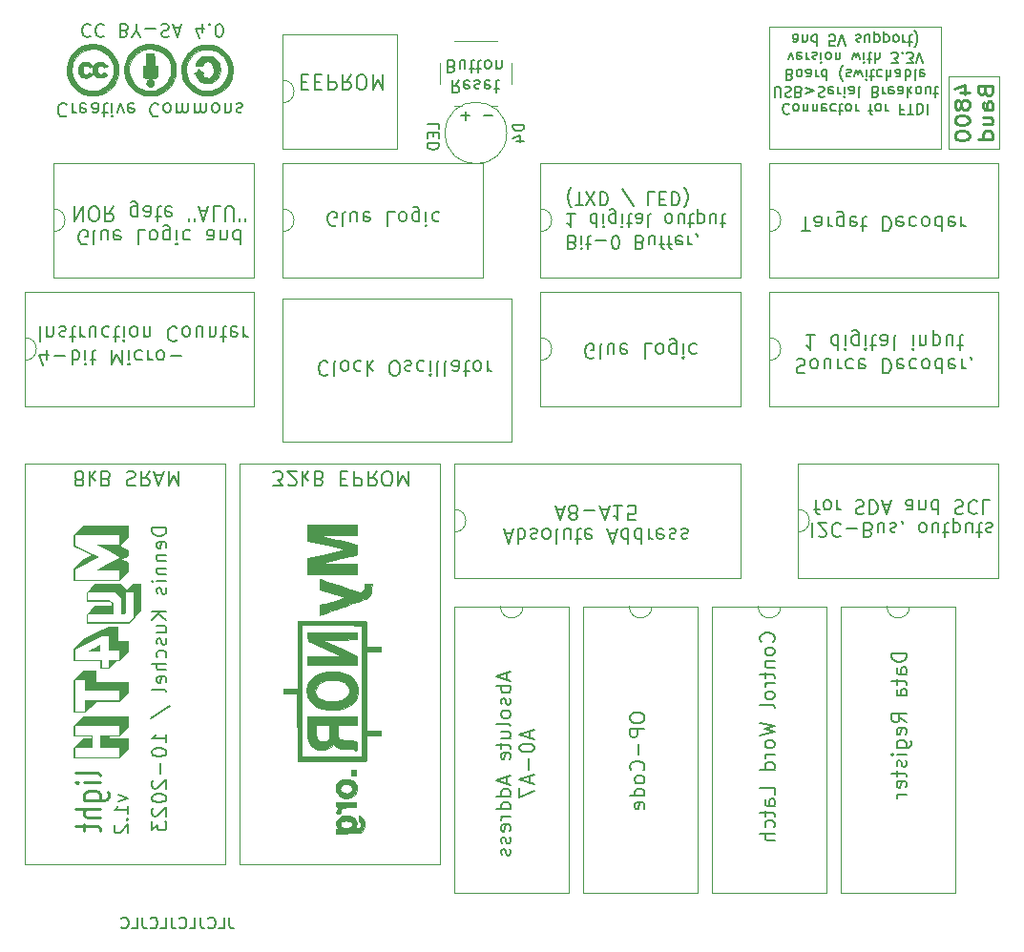
<source format=gbo>
G04 #@! TF.GenerationSoftware,KiCad,Pcbnew,8.0.1*
G04 #@! TF.CreationDate,2024-04-15T00:40:42+08:00*
G04 #@! TF.ProjectId,my4th-light,6d793474-682d-46c6-9967-68742e6b6963,rev?*
G04 #@! TF.SameCoordinates,Original*
G04 #@! TF.FileFunction,Legend,Bot*
G04 #@! TF.FilePolarity,Positive*
%FSLAX46Y46*%
G04 Gerber Fmt 4.6, Leading zero omitted, Abs format (unit mm)*
G04 Created by KiCad (PCBNEW 8.0.1) date 2024-04-15 00:40:42*
%MOMM*%
%LPD*%
G01*
G04 APERTURE LIST*
%ADD10C,0.120000*%
%ADD11C,0.190000*%
%ADD12C,0.150000*%
%ADD13C,0.180000*%
%ADD14C,0.280000*%
%ADD15C,0.220000*%
%ADD16C,0.160000*%
%ADD17C,0.010000*%
%ADD18C,0.000000*%
G04 APERTURE END LIST*
D10*
X189865000Y-97155000D02*
X200025000Y-97155000D01*
X167005000Y-97155000D02*
X177165000Y-97155000D01*
X194945000Y-73295000D02*
G75*
G02*
X194945000Y-75295000I0J-1000000D01*
G01*
X151765000Y-56515000D02*
X161925000Y-56515000D01*
X211455000Y-122555000D02*
X201295000Y-122555000D01*
X197485000Y-84455000D02*
X215265000Y-84455000D01*
X167005000Y-94615000D02*
X167005000Y-84455000D01*
X215265000Y-69215000D02*
X215265000Y-79375000D01*
X161925000Y-46355000D02*
X161925000Y-56515000D01*
X194945000Y-67945000D02*
X194945000Y-57785000D01*
X215265000Y-94615000D02*
X197485000Y-94615000D01*
X151765000Y-61865000D02*
G75*
G02*
X151765000Y-63865000I0J-1000000D01*
G01*
X147955000Y-120015000D02*
X147955000Y-84455000D01*
X174625000Y-69215000D02*
X192405000Y-69215000D01*
X169545000Y-67945000D02*
X151765000Y-67945000D01*
X215265000Y-67945000D02*
X194945000Y-67945000D01*
X188595000Y-122555000D02*
X178435000Y-122555000D01*
X210185000Y-56515000D02*
X194945000Y-56515000D01*
X201295000Y-97155000D02*
X211455000Y-97155000D01*
X174625000Y-61865000D02*
G75*
G02*
X174625000Y-63865000I0J-1000000D01*
G01*
X128905000Y-84455000D02*
X146685000Y-84455000D01*
X131445000Y-67945000D02*
X131445000Y-57785000D01*
X149225000Y-79375000D02*
X128905000Y-79375000D01*
X189865000Y-122555000D02*
X189865000Y-97155000D01*
X194945000Y-61865000D02*
G75*
G02*
X194945000Y-63865000I0J-1000000D01*
G01*
X174625000Y-67945000D02*
X174625000Y-57785000D01*
X211455000Y-97155000D02*
X211455000Y-122555000D01*
X210185000Y-45720000D02*
X210185000Y-56515000D01*
X131445000Y-61865000D02*
G75*
G02*
X131445000Y-63865000I0J-1000000D01*
G01*
X184515000Y-97155000D02*
G75*
G02*
X182515000Y-97155000I-1000000J0D01*
G01*
X192405000Y-94615000D02*
X167005000Y-94615000D01*
X170180000Y-52705000D02*
X170815000Y-52705000D01*
X207375000Y-97155000D02*
G75*
G02*
X205375000Y-97155000I-1000000J0D01*
G01*
X172085000Y-69850000D02*
X172085000Y-82550000D01*
X151765000Y-57785000D02*
X169545000Y-57785000D01*
X215265000Y-84455000D02*
X215265000Y-94615000D01*
X177165000Y-122555000D02*
X167005000Y-122555000D01*
X167005000Y-88535000D02*
G75*
G02*
X167005000Y-90535000I0J-1000000D01*
G01*
X147955000Y-84455000D02*
X165735000Y-84455000D01*
X192405000Y-67945000D02*
X174625000Y-67945000D01*
X215265000Y-57785000D02*
X215265000Y-67945000D01*
X194945000Y-69215000D02*
X194945000Y-79375000D01*
X194945000Y-45720000D02*
X210185000Y-45720000D01*
X128905000Y-73295000D02*
G75*
G02*
X128905000Y-75295000I0J-1000000D01*
G01*
X194945000Y-56515000D02*
X194945000Y-45720000D01*
X149225000Y-57785000D02*
X149225000Y-67945000D01*
X167005000Y-52705000D02*
X167640000Y-52705000D01*
X178435000Y-122555000D02*
X178435000Y-97155000D01*
X128905000Y-69215000D02*
X149225000Y-69215000D01*
X201295000Y-122555000D02*
X201295000Y-97155000D01*
X165735000Y-120015000D02*
X147955000Y-120015000D01*
X149225000Y-67945000D02*
X131445000Y-67945000D01*
X167005000Y-46990000D02*
X170815000Y-46990000D01*
X167005000Y-122555000D02*
X167005000Y-97155000D01*
X151765000Y-50435000D02*
G75*
G02*
X151765000Y-52435000I0J-1000000D01*
G01*
X194945000Y-57785000D02*
X215265000Y-57785000D01*
X177165000Y-97155000D02*
X177165000Y-122555000D01*
X197485000Y-94615000D02*
X197485000Y-84455000D01*
X165735000Y-48895000D02*
X165735000Y-50800000D01*
X172085000Y-48895000D02*
X172085000Y-50800000D01*
X151765000Y-67945000D02*
X151765000Y-57785000D01*
X192405000Y-69215000D02*
X192405000Y-79375000D01*
X174625000Y-79375000D02*
X174625000Y-69215000D01*
X194945000Y-69215000D02*
X215265000Y-69215000D01*
X178435000Y-97155000D02*
X188595000Y-97155000D01*
X167005000Y-84455000D02*
X192405000Y-84455000D01*
X174625000Y-57785000D02*
X192405000Y-57785000D01*
X210800000Y-50100000D02*
X215300000Y-50100000D01*
X215300000Y-56500000D01*
X210800000Y-56500000D01*
X210800000Y-50100000D01*
X128905000Y-120015000D02*
X128905000Y-84455000D01*
X146685000Y-120015000D02*
X128905000Y-120015000D01*
X172085000Y-82550000D02*
X151765000Y-82550000D01*
X192405000Y-79375000D02*
X174625000Y-79375000D01*
X171645664Y-55118000D02*
G75*
G02*
X166174336Y-55118000I-2735664J0D01*
G01*
X166174336Y-55118000D02*
G75*
G02*
X171645664Y-55118000I2735664J0D01*
G01*
X173085000Y-97155000D02*
G75*
G02*
X171085000Y-97155000I-1000000J0D01*
G01*
X195945000Y-97155000D02*
G75*
G02*
X193945000Y-97155000I-1000000J0D01*
G01*
X200025000Y-122555000D02*
X189865000Y-122555000D01*
X151765000Y-46355000D02*
X151765000Y-56515000D01*
X151765000Y-69850000D02*
X172085000Y-69850000D01*
X192405000Y-84455000D02*
X192405000Y-94615000D01*
X194945000Y-79375000D02*
X215265000Y-79375000D01*
X146685000Y-84455000D02*
X146685000Y-120015000D01*
X169545000Y-57785000D02*
X169545000Y-67945000D01*
X197485000Y-88535000D02*
G75*
G02*
X197485000Y-90535000I0J-1000000D01*
G01*
X149225000Y-69215000D02*
X149225000Y-79375000D01*
X188595000Y-97155000D02*
X188595000Y-122555000D01*
X151765000Y-46355000D02*
X161925000Y-46355000D01*
X165735000Y-84455000D02*
X165735000Y-120015000D01*
X151765000Y-82550000D02*
X151765000Y-69850000D01*
X192405000Y-57785000D02*
X192405000Y-67945000D01*
X128905000Y-79375000D02*
X128905000Y-69215000D01*
X174625000Y-73295000D02*
G75*
G02*
X174625000Y-75295000I0J-1000000D01*
G01*
X131445000Y-57785000D02*
X149225000Y-57785000D01*
X200025000Y-97155000D02*
X200025000Y-122555000D01*
D11*
X198753572Y-89729086D02*
X198753572Y-90979086D01*
X199289286Y-90860038D02*
X199348810Y-90919562D01*
X199348810Y-90919562D02*
X199467857Y-90979086D01*
X199467857Y-90979086D02*
X199765476Y-90979086D01*
X199765476Y-90979086D02*
X199884524Y-90919562D01*
X199884524Y-90919562D02*
X199944048Y-90860038D01*
X199944048Y-90860038D02*
X200003571Y-90740990D01*
X200003571Y-90740990D02*
X200003571Y-90621943D01*
X200003571Y-90621943D02*
X199944048Y-90443371D01*
X199944048Y-90443371D02*
X199229762Y-89729086D01*
X199229762Y-89729086D02*
X200003571Y-89729086D01*
X201253571Y-89848133D02*
X201194047Y-89788610D01*
X201194047Y-89788610D02*
X201015476Y-89729086D01*
X201015476Y-89729086D02*
X200896428Y-89729086D01*
X200896428Y-89729086D02*
X200717857Y-89788610D01*
X200717857Y-89788610D02*
X200598809Y-89907657D01*
X200598809Y-89907657D02*
X200539286Y-90026705D01*
X200539286Y-90026705D02*
X200479762Y-90264800D01*
X200479762Y-90264800D02*
X200479762Y-90443371D01*
X200479762Y-90443371D02*
X200539286Y-90681467D01*
X200539286Y-90681467D02*
X200598809Y-90800514D01*
X200598809Y-90800514D02*
X200717857Y-90919562D01*
X200717857Y-90919562D02*
X200896428Y-90979086D01*
X200896428Y-90979086D02*
X201015476Y-90979086D01*
X201015476Y-90979086D02*
X201194047Y-90919562D01*
X201194047Y-90919562D02*
X201253571Y-90860038D01*
X201789286Y-90205276D02*
X202741667Y-90205276D01*
X203753571Y-90383848D02*
X203932143Y-90324324D01*
X203932143Y-90324324D02*
X203991666Y-90264800D01*
X203991666Y-90264800D02*
X204051190Y-90145752D01*
X204051190Y-90145752D02*
X204051190Y-89967181D01*
X204051190Y-89967181D02*
X203991666Y-89848133D01*
X203991666Y-89848133D02*
X203932143Y-89788610D01*
X203932143Y-89788610D02*
X203813095Y-89729086D01*
X203813095Y-89729086D02*
X203336905Y-89729086D01*
X203336905Y-89729086D02*
X203336905Y-90979086D01*
X203336905Y-90979086D02*
X203753571Y-90979086D01*
X203753571Y-90979086D02*
X203872619Y-90919562D01*
X203872619Y-90919562D02*
X203932143Y-90860038D01*
X203932143Y-90860038D02*
X203991666Y-90740990D01*
X203991666Y-90740990D02*
X203991666Y-90621943D01*
X203991666Y-90621943D02*
X203932143Y-90502895D01*
X203932143Y-90502895D02*
X203872619Y-90443371D01*
X203872619Y-90443371D02*
X203753571Y-90383848D01*
X203753571Y-90383848D02*
X203336905Y-90383848D01*
X205122619Y-90562419D02*
X205122619Y-89729086D01*
X204586905Y-90562419D02*
X204586905Y-89907657D01*
X204586905Y-89907657D02*
X204646428Y-89788610D01*
X204646428Y-89788610D02*
X204765476Y-89729086D01*
X204765476Y-89729086D02*
X204944047Y-89729086D01*
X204944047Y-89729086D02*
X205063095Y-89788610D01*
X205063095Y-89788610D02*
X205122619Y-89848133D01*
X205658333Y-89788610D02*
X205777380Y-89729086D01*
X205777380Y-89729086D02*
X206015476Y-89729086D01*
X206015476Y-89729086D02*
X206134523Y-89788610D01*
X206134523Y-89788610D02*
X206194047Y-89907657D01*
X206194047Y-89907657D02*
X206194047Y-89967181D01*
X206194047Y-89967181D02*
X206134523Y-90086229D01*
X206134523Y-90086229D02*
X206015476Y-90145752D01*
X206015476Y-90145752D02*
X205836904Y-90145752D01*
X205836904Y-90145752D02*
X205717857Y-90205276D01*
X205717857Y-90205276D02*
X205658333Y-90324324D01*
X205658333Y-90324324D02*
X205658333Y-90383848D01*
X205658333Y-90383848D02*
X205717857Y-90502895D01*
X205717857Y-90502895D02*
X205836904Y-90562419D01*
X205836904Y-90562419D02*
X206015476Y-90562419D01*
X206015476Y-90562419D02*
X206134523Y-90502895D01*
X206789285Y-89788610D02*
X206789285Y-89729086D01*
X206789285Y-89729086D02*
X206729762Y-89610038D01*
X206729762Y-89610038D02*
X206670238Y-89550514D01*
X208455952Y-89729086D02*
X208336904Y-89788610D01*
X208336904Y-89788610D02*
X208277381Y-89848133D01*
X208277381Y-89848133D02*
X208217857Y-89967181D01*
X208217857Y-89967181D02*
X208217857Y-90324324D01*
X208217857Y-90324324D02*
X208277381Y-90443371D01*
X208277381Y-90443371D02*
X208336904Y-90502895D01*
X208336904Y-90502895D02*
X208455952Y-90562419D01*
X208455952Y-90562419D02*
X208634523Y-90562419D01*
X208634523Y-90562419D02*
X208753571Y-90502895D01*
X208753571Y-90502895D02*
X208813095Y-90443371D01*
X208813095Y-90443371D02*
X208872619Y-90324324D01*
X208872619Y-90324324D02*
X208872619Y-89967181D01*
X208872619Y-89967181D02*
X208813095Y-89848133D01*
X208813095Y-89848133D02*
X208753571Y-89788610D01*
X208753571Y-89788610D02*
X208634523Y-89729086D01*
X208634523Y-89729086D02*
X208455952Y-89729086D01*
X209944047Y-90562419D02*
X209944047Y-89729086D01*
X209408333Y-90562419D02*
X209408333Y-89907657D01*
X209408333Y-89907657D02*
X209467856Y-89788610D01*
X209467856Y-89788610D02*
X209586904Y-89729086D01*
X209586904Y-89729086D02*
X209765475Y-89729086D01*
X209765475Y-89729086D02*
X209884523Y-89788610D01*
X209884523Y-89788610D02*
X209944047Y-89848133D01*
X210360713Y-90562419D02*
X210836904Y-90562419D01*
X210539285Y-90979086D02*
X210539285Y-89907657D01*
X210539285Y-89907657D02*
X210598808Y-89788610D01*
X210598808Y-89788610D02*
X210717856Y-89729086D01*
X210717856Y-89729086D02*
X210836904Y-89729086D01*
X211253571Y-90562419D02*
X211253571Y-89312419D01*
X211253571Y-90502895D02*
X211372618Y-90562419D01*
X211372618Y-90562419D02*
X211610713Y-90562419D01*
X211610713Y-90562419D02*
X211729761Y-90502895D01*
X211729761Y-90502895D02*
X211789285Y-90443371D01*
X211789285Y-90443371D02*
X211848809Y-90324324D01*
X211848809Y-90324324D02*
X211848809Y-89967181D01*
X211848809Y-89967181D02*
X211789285Y-89848133D01*
X211789285Y-89848133D02*
X211729761Y-89788610D01*
X211729761Y-89788610D02*
X211610713Y-89729086D01*
X211610713Y-89729086D02*
X211372618Y-89729086D01*
X211372618Y-89729086D02*
X211253571Y-89788610D01*
X212920237Y-90562419D02*
X212920237Y-89729086D01*
X212384523Y-90562419D02*
X212384523Y-89907657D01*
X212384523Y-89907657D02*
X212444046Y-89788610D01*
X212444046Y-89788610D02*
X212563094Y-89729086D01*
X212563094Y-89729086D02*
X212741665Y-89729086D01*
X212741665Y-89729086D02*
X212860713Y-89788610D01*
X212860713Y-89788610D02*
X212920237Y-89848133D01*
X213336903Y-90562419D02*
X213813094Y-90562419D01*
X213515475Y-90979086D02*
X213515475Y-89907657D01*
X213515475Y-89907657D02*
X213574998Y-89788610D01*
X213574998Y-89788610D02*
X213694046Y-89729086D01*
X213694046Y-89729086D02*
X213813094Y-89729086D01*
X214170237Y-89788610D02*
X214289284Y-89729086D01*
X214289284Y-89729086D02*
X214527380Y-89729086D01*
X214527380Y-89729086D02*
X214646427Y-89788610D01*
X214646427Y-89788610D02*
X214705951Y-89907657D01*
X214705951Y-89907657D02*
X214705951Y-89967181D01*
X214705951Y-89967181D02*
X214646427Y-90086229D01*
X214646427Y-90086229D02*
X214527380Y-90145752D01*
X214527380Y-90145752D02*
X214348808Y-90145752D01*
X214348808Y-90145752D02*
X214229761Y-90205276D01*
X214229761Y-90205276D02*
X214170237Y-90324324D01*
X214170237Y-90324324D02*
X214170237Y-90383848D01*
X214170237Y-90383848D02*
X214229761Y-90502895D01*
X214229761Y-90502895D02*
X214348808Y-90562419D01*
X214348808Y-90562419D02*
X214527380Y-90562419D01*
X214527380Y-90562419D02*
X214646427Y-90502895D01*
X198902381Y-88549989D02*
X199378572Y-88549989D01*
X199080953Y-87716656D02*
X199080953Y-88788084D01*
X199080953Y-88788084D02*
X199140476Y-88907132D01*
X199140476Y-88907132D02*
X199259524Y-88966656D01*
X199259524Y-88966656D02*
X199378572Y-88966656D01*
X199973810Y-87716656D02*
X199854762Y-87776180D01*
X199854762Y-87776180D02*
X199795239Y-87835703D01*
X199795239Y-87835703D02*
X199735715Y-87954751D01*
X199735715Y-87954751D02*
X199735715Y-88311894D01*
X199735715Y-88311894D02*
X199795239Y-88430941D01*
X199795239Y-88430941D02*
X199854762Y-88490465D01*
X199854762Y-88490465D02*
X199973810Y-88549989D01*
X199973810Y-88549989D02*
X200152381Y-88549989D01*
X200152381Y-88549989D02*
X200271429Y-88490465D01*
X200271429Y-88490465D02*
X200330953Y-88430941D01*
X200330953Y-88430941D02*
X200390477Y-88311894D01*
X200390477Y-88311894D02*
X200390477Y-87954751D01*
X200390477Y-87954751D02*
X200330953Y-87835703D01*
X200330953Y-87835703D02*
X200271429Y-87776180D01*
X200271429Y-87776180D02*
X200152381Y-87716656D01*
X200152381Y-87716656D02*
X199973810Y-87716656D01*
X200926191Y-87716656D02*
X200926191Y-88549989D01*
X200926191Y-88311894D02*
X200985714Y-88430941D01*
X200985714Y-88430941D02*
X201045238Y-88490465D01*
X201045238Y-88490465D02*
X201164286Y-88549989D01*
X201164286Y-88549989D02*
X201283333Y-88549989D01*
X202592858Y-87776180D02*
X202771429Y-87716656D01*
X202771429Y-87716656D02*
X203069048Y-87716656D01*
X203069048Y-87716656D02*
X203188096Y-87776180D01*
X203188096Y-87776180D02*
X203247620Y-87835703D01*
X203247620Y-87835703D02*
X203307143Y-87954751D01*
X203307143Y-87954751D02*
X203307143Y-88073799D01*
X203307143Y-88073799D02*
X203247620Y-88192846D01*
X203247620Y-88192846D02*
X203188096Y-88252370D01*
X203188096Y-88252370D02*
X203069048Y-88311894D01*
X203069048Y-88311894D02*
X202830953Y-88371418D01*
X202830953Y-88371418D02*
X202711905Y-88430941D01*
X202711905Y-88430941D02*
X202652382Y-88490465D01*
X202652382Y-88490465D02*
X202592858Y-88609513D01*
X202592858Y-88609513D02*
X202592858Y-88728560D01*
X202592858Y-88728560D02*
X202652382Y-88847608D01*
X202652382Y-88847608D02*
X202711905Y-88907132D01*
X202711905Y-88907132D02*
X202830953Y-88966656D01*
X202830953Y-88966656D02*
X203128572Y-88966656D01*
X203128572Y-88966656D02*
X203307143Y-88907132D01*
X203842858Y-87716656D02*
X203842858Y-88966656D01*
X203842858Y-88966656D02*
X204140477Y-88966656D01*
X204140477Y-88966656D02*
X204319048Y-88907132D01*
X204319048Y-88907132D02*
X204438096Y-88788084D01*
X204438096Y-88788084D02*
X204497619Y-88669037D01*
X204497619Y-88669037D02*
X204557143Y-88430941D01*
X204557143Y-88430941D02*
X204557143Y-88252370D01*
X204557143Y-88252370D02*
X204497619Y-88014275D01*
X204497619Y-88014275D02*
X204438096Y-87895227D01*
X204438096Y-87895227D02*
X204319048Y-87776180D01*
X204319048Y-87776180D02*
X204140477Y-87716656D01*
X204140477Y-87716656D02*
X203842858Y-87716656D01*
X205033334Y-88073799D02*
X205628572Y-88073799D01*
X204914286Y-87716656D02*
X205330953Y-88966656D01*
X205330953Y-88966656D02*
X205747619Y-87716656D01*
X207652382Y-87716656D02*
X207652382Y-88371418D01*
X207652382Y-88371418D02*
X207592858Y-88490465D01*
X207592858Y-88490465D02*
X207473810Y-88549989D01*
X207473810Y-88549989D02*
X207235715Y-88549989D01*
X207235715Y-88549989D02*
X207116668Y-88490465D01*
X207652382Y-87776180D02*
X207533334Y-87716656D01*
X207533334Y-87716656D02*
X207235715Y-87716656D01*
X207235715Y-87716656D02*
X207116668Y-87776180D01*
X207116668Y-87776180D02*
X207057144Y-87895227D01*
X207057144Y-87895227D02*
X207057144Y-88014275D01*
X207057144Y-88014275D02*
X207116668Y-88133322D01*
X207116668Y-88133322D02*
X207235715Y-88192846D01*
X207235715Y-88192846D02*
X207533334Y-88192846D01*
X207533334Y-88192846D02*
X207652382Y-88252370D01*
X208247620Y-88549989D02*
X208247620Y-87716656D01*
X208247620Y-88430941D02*
X208307143Y-88490465D01*
X208307143Y-88490465D02*
X208426191Y-88549989D01*
X208426191Y-88549989D02*
X208604762Y-88549989D01*
X208604762Y-88549989D02*
X208723810Y-88490465D01*
X208723810Y-88490465D02*
X208783334Y-88371418D01*
X208783334Y-88371418D02*
X208783334Y-87716656D01*
X209914286Y-87716656D02*
X209914286Y-88966656D01*
X209914286Y-87776180D02*
X209795238Y-87716656D01*
X209795238Y-87716656D02*
X209557143Y-87716656D01*
X209557143Y-87716656D02*
X209438095Y-87776180D01*
X209438095Y-87776180D02*
X209378572Y-87835703D01*
X209378572Y-87835703D02*
X209319048Y-87954751D01*
X209319048Y-87954751D02*
X209319048Y-88311894D01*
X209319048Y-88311894D02*
X209378572Y-88430941D01*
X209378572Y-88430941D02*
X209438095Y-88490465D01*
X209438095Y-88490465D02*
X209557143Y-88549989D01*
X209557143Y-88549989D02*
X209795238Y-88549989D01*
X209795238Y-88549989D02*
X209914286Y-88490465D01*
X211402381Y-87776180D02*
X211580952Y-87716656D01*
X211580952Y-87716656D02*
X211878571Y-87716656D01*
X211878571Y-87716656D02*
X211997619Y-87776180D01*
X211997619Y-87776180D02*
X212057143Y-87835703D01*
X212057143Y-87835703D02*
X212116666Y-87954751D01*
X212116666Y-87954751D02*
X212116666Y-88073799D01*
X212116666Y-88073799D02*
X212057143Y-88192846D01*
X212057143Y-88192846D02*
X211997619Y-88252370D01*
X211997619Y-88252370D02*
X211878571Y-88311894D01*
X211878571Y-88311894D02*
X211640476Y-88371418D01*
X211640476Y-88371418D02*
X211521428Y-88430941D01*
X211521428Y-88430941D02*
X211461905Y-88490465D01*
X211461905Y-88490465D02*
X211402381Y-88609513D01*
X211402381Y-88609513D02*
X211402381Y-88728560D01*
X211402381Y-88728560D02*
X211461905Y-88847608D01*
X211461905Y-88847608D02*
X211521428Y-88907132D01*
X211521428Y-88907132D02*
X211640476Y-88966656D01*
X211640476Y-88966656D02*
X211938095Y-88966656D01*
X211938095Y-88966656D02*
X212116666Y-88907132D01*
X213366666Y-87835703D02*
X213307142Y-87776180D01*
X213307142Y-87776180D02*
X213128571Y-87716656D01*
X213128571Y-87716656D02*
X213009523Y-87716656D01*
X213009523Y-87716656D02*
X212830952Y-87776180D01*
X212830952Y-87776180D02*
X212711904Y-87895227D01*
X212711904Y-87895227D02*
X212652381Y-88014275D01*
X212652381Y-88014275D02*
X212592857Y-88252370D01*
X212592857Y-88252370D02*
X212592857Y-88430941D01*
X212592857Y-88430941D02*
X212652381Y-88669037D01*
X212652381Y-88669037D02*
X212711904Y-88788084D01*
X212711904Y-88788084D02*
X212830952Y-88907132D01*
X212830952Y-88907132D02*
X213009523Y-88966656D01*
X213009523Y-88966656D02*
X213128571Y-88966656D01*
X213128571Y-88966656D02*
X213307142Y-88907132D01*
X213307142Y-88907132D02*
X213366666Y-88847608D01*
X214497619Y-87716656D02*
X213902381Y-87716656D01*
X213902381Y-87716656D02*
X213902381Y-88966656D01*
D12*
X147027706Y-124726819D02*
X147027706Y-125441104D01*
X147027706Y-125441104D02*
X147075325Y-125583961D01*
X147075325Y-125583961D02*
X147170563Y-125679200D01*
X147170563Y-125679200D02*
X147313420Y-125726819D01*
X147313420Y-125726819D02*
X147408658Y-125726819D01*
X146075325Y-125726819D02*
X146551515Y-125726819D01*
X146551515Y-125726819D02*
X146551515Y-124726819D01*
X145170563Y-125631580D02*
X145218182Y-125679200D01*
X145218182Y-125679200D02*
X145361039Y-125726819D01*
X145361039Y-125726819D02*
X145456277Y-125726819D01*
X145456277Y-125726819D02*
X145599134Y-125679200D01*
X145599134Y-125679200D02*
X145694372Y-125583961D01*
X145694372Y-125583961D02*
X145741991Y-125488723D01*
X145741991Y-125488723D02*
X145789610Y-125298247D01*
X145789610Y-125298247D02*
X145789610Y-125155390D01*
X145789610Y-125155390D02*
X145741991Y-124964914D01*
X145741991Y-124964914D02*
X145694372Y-124869676D01*
X145694372Y-124869676D02*
X145599134Y-124774438D01*
X145599134Y-124774438D02*
X145456277Y-124726819D01*
X145456277Y-124726819D02*
X145361039Y-124726819D01*
X145361039Y-124726819D02*
X145218182Y-124774438D01*
X145218182Y-124774438D02*
X145170563Y-124822057D01*
X144456277Y-124726819D02*
X144456277Y-125441104D01*
X144456277Y-125441104D02*
X144503896Y-125583961D01*
X144503896Y-125583961D02*
X144599134Y-125679200D01*
X144599134Y-125679200D02*
X144741991Y-125726819D01*
X144741991Y-125726819D02*
X144837229Y-125726819D01*
X143503896Y-125726819D02*
X143980086Y-125726819D01*
X143980086Y-125726819D02*
X143980086Y-124726819D01*
X142599134Y-125631580D02*
X142646753Y-125679200D01*
X142646753Y-125679200D02*
X142789610Y-125726819D01*
X142789610Y-125726819D02*
X142884848Y-125726819D01*
X142884848Y-125726819D02*
X143027705Y-125679200D01*
X143027705Y-125679200D02*
X143122943Y-125583961D01*
X143122943Y-125583961D02*
X143170562Y-125488723D01*
X143170562Y-125488723D02*
X143218181Y-125298247D01*
X143218181Y-125298247D02*
X143218181Y-125155390D01*
X143218181Y-125155390D02*
X143170562Y-124964914D01*
X143170562Y-124964914D02*
X143122943Y-124869676D01*
X143122943Y-124869676D02*
X143027705Y-124774438D01*
X143027705Y-124774438D02*
X142884848Y-124726819D01*
X142884848Y-124726819D02*
X142789610Y-124726819D01*
X142789610Y-124726819D02*
X142646753Y-124774438D01*
X142646753Y-124774438D02*
X142599134Y-124822057D01*
X141884848Y-124726819D02*
X141884848Y-125441104D01*
X141884848Y-125441104D02*
X141932467Y-125583961D01*
X141932467Y-125583961D02*
X142027705Y-125679200D01*
X142027705Y-125679200D02*
X142170562Y-125726819D01*
X142170562Y-125726819D02*
X142265800Y-125726819D01*
X140932467Y-125726819D02*
X141408657Y-125726819D01*
X141408657Y-125726819D02*
X141408657Y-124726819D01*
X140027705Y-125631580D02*
X140075324Y-125679200D01*
X140075324Y-125679200D02*
X140218181Y-125726819D01*
X140218181Y-125726819D02*
X140313419Y-125726819D01*
X140313419Y-125726819D02*
X140456276Y-125679200D01*
X140456276Y-125679200D02*
X140551514Y-125583961D01*
X140551514Y-125583961D02*
X140599133Y-125488723D01*
X140599133Y-125488723D02*
X140646752Y-125298247D01*
X140646752Y-125298247D02*
X140646752Y-125155390D01*
X140646752Y-125155390D02*
X140599133Y-124964914D01*
X140599133Y-124964914D02*
X140551514Y-124869676D01*
X140551514Y-124869676D02*
X140456276Y-124774438D01*
X140456276Y-124774438D02*
X140313419Y-124726819D01*
X140313419Y-124726819D02*
X140218181Y-124726819D01*
X140218181Y-124726819D02*
X140075324Y-124774438D01*
X140075324Y-124774438D02*
X140027705Y-124822057D01*
X139313419Y-124726819D02*
X139313419Y-125441104D01*
X139313419Y-125441104D02*
X139361038Y-125583961D01*
X139361038Y-125583961D02*
X139456276Y-125679200D01*
X139456276Y-125679200D02*
X139599133Y-125726819D01*
X139599133Y-125726819D02*
X139694371Y-125726819D01*
X138361038Y-125726819D02*
X138837228Y-125726819D01*
X138837228Y-125726819D02*
X138837228Y-124726819D01*
X137456276Y-125631580D02*
X137503895Y-125679200D01*
X137503895Y-125679200D02*
X137646752Y-125726819D01*
X137646752Y-125726819D02*
X137741990Y-125726819D01*
X137741990Y-125726819D02*
X137884847Y-125679200D01*
X137884847Y-125679200D02*
X137980085Y-125583961D01*
X137980085Y-125583961D02*
X138027704Y-125488723D01*
X138027704Y-125488723D02*
X138075323Y-125298247D01*
X138075323Y-125298247D02*
X138075323Y-125155390D01*
X138075323Y-125155390D02*
X138027704Y-124964914D01*
X138027704Y-124964914D02*
X137980085Y-124869676D01*
X137980085Y-124869676D02*
X137884847Y-124774438D01*
X137884847Y-124774438D02*
X137741990Y-124726819D01*
X137741990Y-124726819D02*
X137646752Y-124726819D01*
X137646752Y-124726819D02*
X137503895Y-124774438D01*
X137503895Y-124774438D02*
X137456276Y-124822057D01*
D11*
X179305477Y-75067070D02*
X179181667Y-75128975D01*
X179181667Y-75128975D02*
X178995953Y-75128975D01*
X178995953Y-75128975D02*
X178810239Y-75067070D01*
X178810239Y-75067070D02*
X178686429Y-74943260D01*
X178686429Y-74943260D02*
X178624524Y-74819451D01*
X178624524Y-74819451D02*
X178562620Y-74571832D01*
X178562620Y-74571832D02*
X178562620Y-74386118D01*
X178562620Y-74386118D02*
X178624524Y-74138499D01*
X178624524Y-74138499D02*
X178686429Y-74014689D01*
X178686429Y-74014689D02*
X178810239Y-73890880D01*
X178810239Y-73890880D02*
X178995953Y-73828975D01*
X178995953Y-73828975D02*
X179119762Y-73828975D01*
X179119762Y-73828975D02*
X179305477Y-73890880D01*
X179305477Y-73890880D02*
X179367381Y-73952784D01*
X179367381Y-73952784D02*
X179367381Y-74386118D01*
X179367381Y-74386118D02*
X179119762Y-74386118D01*
X180110239Y-73828975D02*
X179986429Y-73890880D01*
X179986429Y-73890880D02*
X179924524Y-74014689D01*
X179924524Y-74014689D02*
X179924524Y-75128975D01*
X181162619Y-74695641D02*
X181162619Y-73828975D01*
X180605476Y-74695641D02*
X180605476Y-74014689D01*
X180605476Y-74014689D02*
X180667381Y-73890880D01*
X180667381Y-73890880D02*
X180791191Y-73828975D01*
X180791191Y-73828975D02*
X180976905Y-73828975D01*
X180976905Y-73828975D02*
X181100714Y-73890880D01*
X181100714Y-73890880D02*
X181162619Y-73952784D01*
X182276904Y-73890880D02*
X182153095Y-73828975D01*
X182153095Y-73828975D02*
X181905476Y-73828975D01*
X181905476Y-73828975D02*
X181781666Y-73890880D01*
X181781666Y-73890880D02*
X181719762Y-74014689D01*
X181719762Y-74014689D02*
X181719762Y-74509927D01*
X181719762Y-74509927D02*
X181781666Y-74633737D01*
X181781666Y-74633737D02*
X181905476Y-74695641D01*
X181905476Y-74695641D02*
X182153095Y-74695641D01*
X182153095Y-74695641D02*
X182276904Y-74633737D01*
X182276904Y-74633737D02*
X182338809Y-74509927D01*
X182338809Y-74509927D02*
X182338809Y-74386118D01*
X182338809Y-74386118D02*
X181719762Y-74262308D01*
X184505476Y-73828975D02*
X183886428Y-73828975D01*
X183886428Y-73828975D02*
X183886428Y-75128975D01*
X185124524Y-73828975D02*
X185000714Y-73890880D01*
X185000714Y-73890880D02*
X184938809Y-73952784D01*
X184938809Y-73952784D02*
X184876905Y-74076594D01*
X184876905Y-74076594D02*
X184876905Y-74448022D01*
X184876905Y-74448022D02*
X184938809Y-74571832D01*
X184938809Y-74571832D02*
X185000714Y-74633737D01*
X185000714Y-74633737D02*
X185124524Y-74695641D01*
X185124524Y-74695641D02*
X185310238Y-74695641D01*
X185310238Y-74695641D02*
X185434047Y-74633737D01*
X185434047Y-74633737D02*
X185495952Y-74571832D01*
X185495952Y-74571832D02*
X185557857Y-74448022D01*
X185557857Y-74448022D02*
X185557857Y-74076594D01*
X185557857Y-74076594D02*
X185495952Y-73952784D01*
X185495952Y-73952784D02*
X185434047Y-73890880D01*
X185434047Y-73890880D02*
X185310238Y-73828975D01*
X185310238Y-73828975D02*
X185124524Y-73828975D01*
X186672142Y-74695641D02*
X186672142Y-73643260D01*
X186672142Y-73643260D02*
X186610237Y-73519451D01*
X186610237Y-73519451D02*
X186548333Y-73457546D01*
X186548333Y-73457546D02*
X186424523Y-73395641D01*
X186424523Y-73395641D02*
X186238809Y-73395641D01*
X186238809Y-73395641D02*
X186114999Y-73457546D01*
X186672142Y-73890880D02*
X186548333Y-73828975D01*
X186548333Y-73828975D02*
X186300714Y-73828975D01*
X186300714Y-73828975D02*
X186176904Y-73890880D01*
X186176904Y-73890880D02*
X186114999Y-73952784D01*
X186114999Y-73952784D02*
X186053095Y-74076594D01*
X186053095Y-74076594D02*
X186053095Y-74448022D01*
X186053095Y-74448022D02*
X186114999Y-74571832D01*
X186114999Y-74571832D02*
X186176904Y-74633737D01*
X186176904Y-74633737D02*
X186300714Y-74695641D01*
X186300714Y-74695641D02*
X186548333Y-74695641D01*
X186548333Y-74695641D02*
X186672142Y-74633737D01*
X187291189Y-73828975D02*
X187291189Y-74695641D01*
X187291189Y-75128975D02*
X187229285Y-75067070D01*
X187229285Y-75067070D02*
X187291189Y-75005165D01*
X187291189Y-75005165D02*
X187353094Y-75067070D01*
X187353094Y-75067070D02*
X187291189Y-75128975D01*
X187291189Y-75128975D02*
X187291189Y-75005165D01*
X188467380Y-73890880D02*
X188343571Y-73828975D01*
X188343571Y-73828975D02*
X188095952Y-73828975D01*
X188095952Y-73828975D02*
X187972142Y-73890880D01*
X187972142Y-73890880D02*
X187910237Y-73952784D01*
X187910237Y-73952784D02*
X187848333Y-74076594D01*
X187848333Y-74076594D02*
X187848333Y-74448022D01*
X187848333Y-74448022D02*
X187910237Y-74571832D01*
X187910237Y-74571832D02*
X187972142Y-74633737D01*
X187972142Y-74633737D02*
X188095952Y-74695641D01*
X188095952Y-74695641D02*
X188343571Y-74695641D01*
X188343571Y-74695641D02*
X188467380Y-74633737D01*
X141436024Y-90150523D02*
X140136024Y-90150523D01*
X140136024Y-90150523D02*
X140136024Y-90460047D01*
X140136024Y-90460047D02*
X140197929Y-90645761D01*
X140197929Y-90645761D02*
X140321739Y-90769571D01*
X140321739Y-90769571D02*
X140445548Y-90831476D01*
X140445548Y-90831476D02*
X140693167Y-90893380D01*
X140693167Y-90893380D02*
X140878881Y-90893380D01*
X140878881Y-90893380D02*
X141126500Y-90831476D01*
X141126500Y-90831476D02*
X141250310Y-90769571D01*
X141250310Y-90769571D02*
X141374120Y-90645761D01*
X141374120Y-90645761D02*
X141436024Y-90460047D01*
X141436024Y-90460047D02*
X141436024Y-90150523D01*
X141374120Y-91945761D02*
X141436024Y-91821952D01*
X141436024Y-91821952D02*
X141436024Y-91574333D01*
X141436024Y-91574333D02*
X141374120Y-91450523D01*
X141374120Y-91450523D02*
X141250310Y-91388619D01*
X141250310Y-91388619D02*
X140755072Y-91388619D01*
X140755072Y-91388619D02*
X140631262Y-91450523D01*
X140631262Y-91450523D02*
X140569358Y-91574333D01*
X140569358Y-91574333D02*
X140569358Y-91821952D01*
X140569358Y-91821952D02*
X140631262Y-91945761D01*
X140631262Y-91945761D02*
X140755072Y-92007666D01*
X140755072Y-92007666D02*
X140878881Y-92007666D01*
X140878881Y-92007666D02*
X141002691Y-91388619D01*
X140569358Y-92564809D02*
X141436024Y-92564809D01*
X140693167Y-92564809D02*
X140631262Y-92626714D01*
X140631262Y-92626714D02*
X140569358Y-92750524D01*
X140569358Y-92750524D02*
X140569358Y-92936238D01*
X140569358Y-92936238D02*
X140631262Y-93060047D01*
X140631262Y-93060047D02*
X140755072Y-93121952D01*
X140755072Y-93121952D02*
X141436024Y-93121952D01*
X140569358Y-93740999D02*
X141436024Y-93740999D01*
X140693167Y-93740999D02*
X140631262Y-93802904D01*
X140631262Y-93802904D02*
X140569358Y-93926714D01*
X140569358Y-93926714D02*
X140569358Y-94112428D01*
X140569358Y-94112428D02*
X140631262Y-94236237D01*
X140631262Y-94236237D02*
X140755072Y-94298142D01*
X140755072Y-94298142D02*
X141436024Y-94298142D01*
X141436024Y-94917189D02*
X140569358Y-94917189D01*
X140136024Y-94917189D02*
X140197929Y-94855285D01*
X140197929Y-94855285D02*
X140259834Y-94917189D01*
X140259834Y-94917189D02*
X140197929Y-94979094D01*
X140197929Y-94979094D02*
X140136024Y-94917189D01*
X140136024Y-94917189D02*
X140259834Y-94917189D01*
X141374120Y-95474333D02*
X141436024Y-95598142D01*
X141436024Y-95598142D02*
X141436024Y-95845761D01*
X141436024Y-95845761D02*
X141374120Y-95969571D01*
X141374120Y-95969571D02*
X141250310Y-96031475D01*
X141250310Y-96031475D02*
X141188405Y-96031475D01*
X141188405Y-96031475D02*
X141064596Y-95969571D01*
X141064596Y-95969571D02*
X141002691Y-95845761D01*
X141002691Y-95845761D02*
X141002691Y-95660047D01*
X141002691Y-95660047D02*
X140940786Y-95536237D01*
X140940786Y-95536237D02*
X140816977Y-95474333D01*
X140816977Y-95474333D02*
X140755072Y-95474333D01*
X140755072Y-95474333D02*
X140631262Y-95536237D01*
X140631262Y-95536237D02*
X140569358Y-95660047D01*
X140569358Y-95660047D02*
X140569358Y-95845761D01*
X140569358Y-95845761D02*
X140631262Y-95969571D01*
X141436024Y-97579094D02*
X140136024Y-97579094D01*
X141436024Y-98321951D02*
X140693167Y-97764809D01*
X140136024Y-98321951D02*
X140878881Y-97579094D01*
X140569358Y-99436237D02*
X141436024Y-99436237D01*
X140569358Y-98879094D02*
X141250310Y-98879094D01*
X141250310Y-98879094D02*
X141374120Y-98940999D01*
X141374120Y-98940999D02*
X141436024Y-99064809D01*
X141436024Y-99064809D02*
X141436024Y-99250523D01*
X141436024Y-99250523D02*
X141374120Y-99374332D01*
X141374120Y-99374332D02*
X141312215Y-99436237D01*
X141374120Y-99993380D02*
X141436024Y-100117189D01*
X141436024Y-100117189D02*
X141436024Y-100364808D01*
X141436024Y-100364808D02*
X141374120Y-100488618D01*
X141374120Y-100488618D02*
X141250310Y-100550522D01*
X141250310Y-100550522D02*
X141188405Y-100550522D01*
X141188405Y-100550522D02*
X141064596Y-100488618D01*
X141064596Y-100488618D02*
X141002691Y-100364808D01*
X141002691Y-100364808D02*
X141002691Y-100179094D01*
X141002691Y-100179094D02*
X140940786Y-100055284D01*
X140940786Y-100055284D02*
X140816977Y-99993380D01*
X140816977Y-99993380D02*
X140755072Y-99993380D01*
X140755072Y-99993380D02*
X140631262Y-100055284D01*
X140631262Y-100055284D02*
X140569358Y-100179094D01*
X140569358Y-100179094D02*
X140569358Y-100364808D01*
X140569358Y-100364808D02*
X140631262Y-100488618D01*
X141374120Y-101664808D02*
X141436024Y-101540999D01*
X141436024Y-101540999D02*
X141436024Y-101293380D01*
X141436024Y-101293380D02*
X141374120Y-101169570D01*
X141374120Y-101169570D02*
X141312215Y-101107665D01*
X141312215Y-101107665D02*
X141188405Y-101045761D01*
X141188405Y-101045761D02*
X140816977Y-101045761D01*
X140816977Y-101045761D02*
X140693167Y-101107665D01*
X140693167Y-101107665D02*
X140631262Y-101169570D01*
X140631262Y-101169570D02*
X140569358Y-101293380D01*
X140569358Y-101293380D02*
X140569358Y-101540999D01*
X140569358Y-101540999D02*
X140631262Y-101664808D01*
X141436024Y-102221951D02*
X140136024Y-102221951D01*
X141436024Y-102779094D02*
X140755072Y-102779094D01*
X140755072Y-102779094D02*
X140631262Y-102717189D01*
X140631262Y-102717189D02*
X140569358Y-102593380D01*
X140569358Y-102593380D02*
X140569358Y-102407666D01*
X140569358Y-102407666D02*
X140631262Y-102283856D01*
X140631262Y-102283856D02*
X140693167Y-102221951D01*
X141374120Y-103893379D02*
X141436024Y-103769570D01*
X141436024Y-103769570D02*
X141436024Y-103521951D01*
X141436024Y-103521951D02*
X141374120Y-103398141D01*
X141374120Y-103398141D02*
X141250310Y-103336237D01*
X141250310Y-103336237D02*
X140755072Y-103336237D01*
X140755072Y-103336237D02*
X140631262Y-103398141D01*
X140631262Y-103398141D02*
X140569358Y-103521951D01*
X140569358Y-103521951D02*
X140569358Y-103769570D01*
X140569358Y-103769570D02*
X140631262Y-103893379D01*
X140631262Y-103893379D02*
X140755072Y-103955284D01*
X140755072Y-103955284D02*
X140878881Y-103955284D01*
X140878881Y-103955284D02*
X141002691Y-103336237D01*
X141436024Y-104698142D02*
X141374120Y-104574332D01*
X141374120Y-104574332D02*
X141250310Y-104512427D01*
X141250310Y-104512427D02*
X140136024Y-104512427D01*
X140074120Y-107112427D02*
X141745548Y-105998141D01*
X141436024Y-109217189D02*
X141436024Y-108474332D01*
X141436024Y-108845760D02*
X140136024Y-108845760D01*
X140136024Y-108845760D02*
X140321739Y-108721951D01*
X140321739Y-108721951D02*
X140445548Y-108598141D01*
X140445548Y-108598141D02*
X140507453Y-108474332D01*
X140136024Y-110021950D02*
X140136024Y-110145760D01*
X140136024Y-110145760D02*
X140197929Y-110269569D01*
X140197929Y-110269569D02*
X140259834Y-110331474D01*
X140259834Y-110331474D02*
X140383643Y-110393379D01*
X140383643Y-110393379D02*
X140631262Y-110455284D01*
X140631262Y-110455284D02*
X140940786Y-110455284D01*
X140940786Y-110455284D02*
X141188405Y-110393379D01*
X141188405Y-110393379D02*
X141312215Y-110331474D01*
X141312215Y-110331474D02*
X141374120Y-110269569D01*
X141374120Y-110269569D02*
X141436024Y-110145760D01*
X141436024Y-110145760D02*
X141436024Y-110021950D01*
X141436024Y-110021950D02*
X141374120Y-109898141D01*
X141374120Y-109898141D02*
X141312215Y-109836236D01*
X141312215Y-109836236D02*
X141188405Y-109774331D01*
X141188405Y-109774331D02*
X140940786Y-109712427D01*
X140940786Y-109712427D02*
X140631262Y-109712427D01*
X140631262Y-109712427D02*
X140383643Y-109774331D01*
X140383643Y-109774331D02*
X140259834Y-109836236D01*
X140259834Y-109836236D02*
X140197929Y-109898141D01*
X140197929Y-109898141D02*
X140136024Y-110021950D01*
X140940786Y-111012426D02*
X140940786Y-112002903D01*
X140259834Y-112560046D02*
X140197929Y-112621950D01*
X140197929Y-112621950D02*
X140136024Y-112745760D01*
X140136024Y-112745760D02*
X140136024Y-113055284D01*
X140136024Y-113055284D02*
X140197929Y-113179093D01*
X140197929Y-113179093D02*
X140259834Y-113240998D01*
X140259834Y-113240998D02*
X140383643Y-113302903D01*
X140383643Y-113302903D02*
X140507453Y-113302903D01*
X140507453Y-113302903D02*
X140693167Y-113240998D01*
X140693167Y-113240998D02*
X141436024Y-112498141D01*
X141436024Y-112498141D02*
X141436024Y-113302903D01*
X140136024Y-114107664D02*
X140136024Y-114231474D01*
X140136024Y-114231474D02*
X140197929Y-114355283D01*
X140197929Y-114355283D02*
X140259834Y-114417188D01*
X140259834Y-114417188D02*
X140383643Y-114479093D01*
X140383643Y-114479093D02*
X140631262Y-114540998D01*
X140631262Y-114540998D02*
X140940786Y-114540998D01*
X140940786Y-114540998D02*
X141188405Y-114479093D01*
X141188405Y-114479093D02*
X141312215Y-114417188D01*
X141312215Y-114417188D02*
X141374120Y-114355283D01*
X141374120Y-114355283D02*
X141436024Y-114231474D01*
X141436024Y-114231474D02*
X141436024Y-114107664D01*
X141436024Y-114107664D02*
X141374120Y-113983855D01*
X141374120Y-113983855D02*
X141312215Y-113921950D01*
X141312215Y-113921950D02*
X141188405Y-113860045D01*
X141188405Y-113860045D02*
X140940786Y-113798141D01*
X140940786Y-113798141D02*
X140631262Y-113798141D01*
X140631262Y-113798141D02*
X140383643Y-113860045D01*
X140383643Y-113860045D02*
X140259834Y-113921950D01*
X140259834Y-113921950D02*
X140197929Y-113983855D01*
X140197929Y-113983855D02*
X140136024Y-114107664D01*
X140259834Y-115036236D02*
X140197929Y-115098140D01*
X140197929Y-115098140D02*
X140136024Y-115221950D01*
X140136024Y-115221950D02*
X140136024Y-115531474D01*
X140136024Y-115531474D02*
X140197929Y-115655283D01*
X140197929Y-115655283D02*
X140259834Y-115717188D01*
X140259834Y-115717188D02*
X140383643Y-115779093D01*
X140383643Y-115779093D02*
X140507453Y-115779093D01*
X140507453Y-115779093D02*
X140693167Y-115717188D01*
X140693167Y-115717188D02*
X141436024Y-114974331D01*
X141436024Y-114974331D02*
X141436024Y-115779093D01*
X140136024Y-116212426D02*
X140136024Y-117017188D01*
X140136024Y-117017188D02*
X140631262Y-116583854D01*
X140631262Y-116583854D02*
X140631262Y-116769569D01*
X140631262Y-116769569D02*
X140693167Y-116893378D01*
X140693167Y-116893378D02*
X140755072Y-116955283D01*
X140755072Y-116955283D02*
X140878881Y-117017188D01*
X140878881Y-117017188D02*
X141188405Y-117017188D01*
X141188405Y-117017188D02*
X141312215Y-116955283D01*
X141312215Y-116955283D02*
X141374120Y-116893378D01*
X141374120Y-116893378D02*
X141436024Y-116769569D01*
X141436024Y-116769569D02*
X141436024Y-116398140D01*
X141436024Y-116398140D02*
X141374120Y-116274331D01*
X141374120Y-116274331D02*
X141312215Y-116212426D01*
D12*
X196697142Y-52611126D02*
X196652856Y-52565888D01*
X196652856Y-52565888D02*
X196519999Y-52520649D01*
X196519999Y-52520649D02*
X196431427Y-52520649D01*
X196431427Y-52520649D02*
X196298570Y-52565888D01*
X196298570Y-52565888D02*
X196209999Y-52656364D01*
X196209999Y-52656364D02*
X196165713Y-52746840D01*
X196165713Y-52746840D02*
X196121427Y-52927792D01*
X196121427Y-52927792D02*
X196121427Y-53063507D01*
X196121427Y-53063507D02*
X196165713Y-53244459D01*
X196165713Y-53244459D02*
X196209999Y-53334935D01*
X196209999Y-53334935D02*
X196298570Y-53425411D01*
X196298570Y-53425411D02*
X196431427Y-53470649D01*
X196431427Y-53470649D02*
X196519999Y-53470649D01*
X196519999Y-53470649D02*
X196652856Y-53425411D01*
X196652856Y-53425411D02*
X196697142Y-53380173D01*
X197228570Y-52520649D02*
X197139999Y-52565888D01*
X197139999Y-52565888D02*
X197095713Y-52611126D01*
X197095713Y-52611126D02*
X197051427Y-52701602D01*
X197051427Y-52701602D02*
X197051427Y-52973030D01*
X197051427Y-52973030D02*
X197095713Y-53063507D01*
X197095713Y-53063507D02*
X197139999Y-53108745D01*
X197139999Y-53108745D02*
X197228570Y-53153983D01*
X197228570Y-53153983D02*
X197361427Y-53153983D01*
X197361427Y-53153983D02*
X197449999Y-53108745D01*
X197449999Y-53108745D02*
X197494285Y-53063507D01*
X197494285Y-53063507D02*
X197538570Y-52973030D01*
X197538570Y-52973030D02*
X197538570Y-52701602D01*
X197538570Y-52701602D02*
X197494285Y-52611126D01*
X197494285Y-52611126D02*
X197449999Y-52565888D01*
X197449999Y-52565888D02*
X197361427Y-52520649D01*
X197361427Y-52520649D02*
X197228570Y-52520649D01*
X197937142Y-53153983D02*
X197937142Y-52520649D01*
X197937142Y-53063507D02*
X197981428Y-53108745D01*
X197981428Y-53108745D02*
X198069999Y-53153983D01*
X198069999Y-53153983D02*
X198202856Y-53153983D01*
X198202856Y-53153983D02*
X198291428Y-53108745D01*
X198291428Y-53108745D02*
X198335714Y-53018268D01*
X198335714Y-53018268D02*
X198335714Y-52520649D01*
X198778571Y-53153983D02*
X198778571Y-52520649D01*
X198778571Y-53063507D02*
X198822857Y-53108745D01*
X198822857Y-53108745D02*
X198911428Y-53153983D01*
X198911428Y-53153983D02*
X199044285Y-53153983D01*
X199044285Y-53153983D02*
X199132857Y-53108745D01*
X199132857Y-53108745D02*
X199177143Y-53018268D01*
X199177143Y-53018268D02*
X199177143Y-52520649D01*
X199974286Y-52565888D02*
X199885714Y-52520649D01*
X199885714Y-52520649D02*
X199708572Y-52520649D01*
X199708572Y-52520649D02*
X199620000Y-52565888D01*
X199620000Y-52565888D02*
X199575714Y-52656364D01*
X199575714Y-52656364D02*
X199575714Y-53018268D01*
X199575714Y-53018268D02*
X199620000Y-53108745D01*
X199620000Y-53108745D02*
X199708572Y-53153983D01*
X199708572Y-53153983D02*
X199885714Y-53153983D01*
X199885714Y-53153983D02*
X199974286Y-53108745D01*
X199974286Y-53108745D02*
X200018572Y-53018268D01*
X200018572Y-53018268D02*
X200018572Y-52927792D01*
X200018572Y-52927792D02*
X199575714Y-52837316D01*
X200815715Y-52565888D02*
X200727143Y-52520649D01*
X200727143Y-52520649D02*
X200550000Y-52520649D01*
X200550000Y-52520649D02*
X200461429Y-52565888D01*
X200461429Y-52565888D02*
X200417143Y-52611126D01*
X200417143Y-52611126D02*
X200372857Y-52701602D01*
X200372857Y-52701602D02*
X200372857Y-52973030D01*
X200372857Y-52973030D02*
X200417143Y-53063507D01*
X200417143Y-53063507D02*
X200461429Y-53108745D01*
X200461429Y-53108745D02*
X200550000Y-53153983D01*
X200550000Y-53153983D02*
X200727143Y-53153983D01*
X200727143Y-53153983D02*
X200815715Y-53108745D01*
X201081429Y-53153983D02*
X201435715Y-53153983D01*
X201214286Y-53470649D02*
X201214286Y-52656364D01*
X201214286Y-52656364D02*
X201258572Y-52565888D01*
X201258572Y-52565888D02*
X201347143Y-52520649D01*
X201347143Y-52520649D02*
X201435715Y-52520649D01*
X201878572Y-52520649D02*
X201790001Y-52565888D01*
X201790001Y-52565888D02*
X201745715Y-52611126D01*
X201745715Y-52611126D02*
X201701429Y-52701602D01*
X201701429Y-52701602D02*
X201701429Y-52973030D01*
X201701429Y-52973030D02*
X201745715Y-53063507D01*
X201745715Y-53063507D02*
X201790001Y-53108745D01*
X201790001Y-53108745D02*
X201878572Y-53153983D01*
X201878572Y-53153983D02*
X202011429Y-53153983D01*
X202011429Y-53153983D02*
X202100001Y-53108745D01*
X202100001Y-53108745D02*
X202144287Y-53063507D01*
X202144287Y-53063507D02*
X202188572Y-52973030D01*
X202188572Y-52973030D02*
X202188572Y-52701602D01*
X202188572Y-52701602D02*
X202144287Y-52611126D01*
X202144287Y-52611126D02*
X202100001Y-52565888D01*
X202100001Y-52565888D02*
X202011429Y-52520649D01*
X202011429Y-52520649D02*
X201878572Y-52520649D01*
X202587144Y-52520649D02*
X202587144Y-53153983D01*
X202587144Y-52973030D02*
X202631430Y-53063507D01*
X202631430Y-53063507D02*
X202675716Y-53108745D01*
X202675716Y-53108745D02*
X202764287Y-53153983D01*
X202764287Y-53153983D02*
X202852858Y-53153983D01*
X203738572Y-53153983D02*
X204092858Y-53153983D01*
X203871429Y-52520649D02*
X203871429Y-53334935D01*
X203871429Y-53334935D02*
X203915715Y-53425411D01*
X203915715Y-53425411D02*
X204004286Y-53470649D01*
X204004286Y-53470649D02*
X204092858Y-53470649D01*
X204535715Y-52520649D02*
X204447144Y-52565888D01*
X204447144Y-52565888D02*
X204402858Y-52611126D01*
X204402858Y-52611126D02*
X204358572Y-52701602D01*
X204358572Y-52701602D02*
X204358572Y-52973030D01*
X204358572Y-52973030D02*
X204402858Y-53063507D01*
X204402858Y-53063507D02*
X204447144Y-53108745D01*
X204447144Y-53108745D02*
X204535715Y-53153983D01*
X204535715Y-53153983D02*
X204668572Y-53153983D01*
X204668572Y-53153983D02*
X204757144Y-53108745D01*
X204757144Y-53108745D02*
X204801430Y-53063507D01*
X204801430Y-53063507D02*
X204845715Y-52973030D01*
X204845715Y-52973030D02*
X204845715Y-52701602D01*
X204845715Y-52701602D02*
X204801430Y-52611126D01*
X204801430Y-52611126D02*
X204757144Y-52565888D01*
X204757144Y-52565888D02*
X204668572Y-52520649D01*
X204668572Y-52520649D02*
X204535715Y-52520649D01*
X205244287Y-52520649D02*
X205244287Y-53153983D01*
X205244287Y-52973030D02*
X205288573Y-53063507D01*
X205288573Y-53063507D02*
X205332859Y-53108745D01*
X205332859Y-53108745D02*
X205421430Y-53153983D01*
X205421430Y-53153983D02*
X205510001Y-53153983D01*
X206838572Y-53018268D02*
X206528572Y-53018268D01*
X206528572Y-52520649D02*
X206528572Y-53470649D01*
X206528572Y-53470649D02*
X206971429Y-53470649D01*
X207192858Y-53470649D02*
X207724287Y-53470649D01*
X207458572Y-52520649D02*
X207458572Y-53470649D01*
X208034286Y-52520649D02*
X208034286Y-53470649D01*
X208034286Y-53470649D02*
X208255715Y-53470649D01*
X208255715Y-53470649D02*
X208388572Y-53425411D01*
X208388572Y-53425411D02*
X208477143Y-53334935D01*
X208477143Y-53334935D02*
X208521429Y-53244459D01*
X208521429Y-53244459D02*
X208565715Y-53063507D01*
X208565715Y-53063507D02*
X208565715Y-52927792D01*
X208565715Y-52927792D02*
X208521429Y-52746840D01*
X208521429Y-52746840D02*
X208477143Y-52656364D01*
X208477143Y-52656364D02*
X208388572Y-52565888D01*
X208388572Y-52565888D02*
X208255715Y-52520649D01*
X208255715Y-52520649D02*
X208034286Y-52520649D01*
X208964286Y-52520649D02*
X208964286Y-53470649D01*
X195390713Y-51941202D02*
X195390713Y-51172155D01*
X195390713Y-51172155D02*
X195434999Y-51081679D01*
X195434999Y-51081679D02*
X195479285Y-51036441D01*
X195479285Y-51036441D02*
X195567856Y-50991202D01*
X195567856Y-50991202D02*
X195744999Y-50991202D01*
X195744999Y-50991202D02*
X195833570Y-51036441D01*
X195833570Y-51036441D02*
X195877856Y-51081679D01*
X195877856Y-51081679D02*
X195922142Y-51172155D01*
X195922142Y-51172155D02*
X195922142Y-51941202D01*
X196320713Y-51036441D02*
X196453571Y-50991202D01*
X196453571Y-50991202D02*
X196674999Y-50991202D01*
X196674999Y-50991202D02*
X196763571Y-51036441D01*
X196763571Y-51036441D02*
X196807856Y-51081679D01*
X196807856Y-51081679D02*
X196852142Y-51172155D01*
X196852142Y-51172155D02*
X196852142Y-51262631D01*
X196852142Y-51262631D02*
X196807856Y-51353107D01*
X196807856Y-51353107D02*
X196763571Y-51398345D01*
X196763571Y-51398345D02*
X196674999Y-51443583D01*
X196674999Y-51443583D02*
X196497856Y-51488821D01*
X196497856Y-51488821D02*
X196409285Y-51534060D01*
X196409285Y-51534060D02*
X196364999Y-51579298D01*
X196364999Y-51579298D02*
X196320713Y-51669774D01*
X196320713Y-51669774D02*
X196320713Y-51760250D01*
X196320713Y-51760250D02*
X196364999Y-51850726D01*
X196364999Y-51850726D02*
X196409285Y-51895964D01*
X196409285Y-51895964D02*
X196497856Y-51941202D01*
X196497856Y-51941202D02*
X196719285Y-51941202D01*
X196719285Y-51941202D02*
X196852142Y-51895964D01*
X197560713Y-51488821D02*
X197693570Y-51443583D01*
X197693570Y-51443583D02*
X197737856Y-51398345D01*
X197737856Y-51398345D02*
X197782142Y-51307869D01*
X197782142Y-51307869D02*
X197782142Y-51172155D01*
X197782142Y-51172155D02*
X197737856Y-51081679D01*
X197737856Y-51081679D02*
X197693570Y-51036441D01*
X197693570Y-51036441D02*
X197604999Y-50991202D01*
X197604999Y-50991202D02*
X197250713Y-50991202D01*
X197250713Y-50991202D02*
X197250713Y-51941202D01*
X197250713Y-51941202D02*
X197560713Y-51941202D01*
X197560713Y-51941202D02*
X197649285Y-51895964D01*
X197649285Y-51895964D02*
X197693570Y-51850726D01*
X197693570Y-51850726D02*
X197737856Y-51760250D01*
X197737856Y-51760250D02*
X197737856Y-51669774D01*
X197737856Y-51669774D02*
X197693570Y-51579298D01*
X197693570Y-51579298D02*
X197649285Y-51534060D01*
X197649285Y-51534060D02*
X197560713Y-51488821D01*
X197560713Y-51488821D02*
X197250713Y-51488821D01*
X198180713Y-51624536D02*
X198889285Y-51353107D01*
X198889285Y-51353107D02*
X198180713Y-51081679D01*
X199287856Y-51036441D02*
X199420714Y-50991202D01*
X199420714Y-50991202D02*
X199642142Y-50991202D01*
X199642142Y-50991202D02*
X199730714Y-51036441D01*
X199730714Y-51036441D02*
X199774999Y-51081679D01*
X199774999Y-51081679D02*
X199819285Y-51172155D01*
X199819285Y-51172155D02*
X199819285Y-51262631D01*
X199819285Y-51262631D02*
X199774999Y-51353107D01*
X199774999Y-51353107D02*
X199730714Y-51398345D01*
X199730714Y-51398345D02*
X199642142Y-51443583D01*
X199642142Y-51443583D02*
X199464999Y-51488821D01*
X199464999Y-51488821D02*
X199376428Y-51534060D01*
X199376428Y-51534060D02*
X199332142Y-51579298D01*
X199332142Y-51579298D02*
X199287856Y-51669774D01*
X199287856Y-51669774D02*
X199287856Y-51760250D01*
X199287856Y-51760250D02*
X199332142Y-51850726D01*
X199332142Y-51850726D02*
X199376428Y-51895964D01*
X199376428Y-51895964D02*
X199464999Y-51941202D01*
X199464999Y-51941202D02*
X199686428Y-51941202D01*
X199686428Y-51941202D02*
X199819285Y-51895964D01*
X200572142Y-51036441D02*
X200483570Y-50991202D01*
X200483570Y-50991202D02*
X200306428Y-50991202D01*
X200306428Y-50991202D02*
X200217856Y-51036441D01*
X200217856Y-51036441D02*
X200173570Y-51126917D01*
X200173570Y-51126917D02*
X200173570Y-51488821D01*
X200173570Y-51488821D02*
X200217856Y-51579298D01*
X200217856Y-51579298D02*
X200306428Y-51624536D01*
X200306428Y-51624536D02*
X200483570Y-51624536D01*
X200483570Y-51624536D02*
X200572142Y-51579298D01*
X200572142Y-51579298D02*
X200616428Y-51488821D01*
X200616428Y-51488821D02*
X200616428Y-51398345D01*
X200616428Y-51398345D02*
X200173570Y-51307869D01*
X201014999Y-50991202D02*
X201014999Y-51624536D01*
X201014999Y-51443583D02*
X201059285Y-51534060D01*
X201059285Y-51534060D02*
X201103571Y-51579298D01*
X201103571Y-51579298D02*
X201192142Y-51624536D01*
X201192142Y-51624536D02*
X201280713Y-51624536D01*
X201590713Y-50991202D02*
X201590713Y-51624536D01*
X201590713Y-51941202D02*
X201546427Y-51895964D01*
X201546427Y-51895964D02*
X201590713Y-51850726D01*
X201590713Y-51850726D02*
X201634999Y-51895964D01*
X201634999Y-51895964D02*
X201590713Y-51941202D01*
X201590713Y-51941202D02*
X201590713Y-51850726D01*
X202432142Y-50991202D02*
X202432142Y-51488821D01*
X202432142Y-51488821D02*
X202387856Y-51579298D01*
X202387856Y-51579298D02*
X202299284Y-51624536D01*
X202299284Y-51624536D02*
X202122142Y-51624536D01*
X202122142Y-51624536D02*
X202033570Y-51579298D01*
X202432142Y-51036441D02*
X202343570Y-50991202D01*
X202343570Y-50991202D02*
X202122142Y-50991202D01*
X202122142Y-50991202D02*
X202033570Y-51036441D01*
X202033570Y-51036441D02*
X201989284Y-51126917D01*
X201989284Y-51126917D02*
X201989284Y-51217393D01*
X201989284Y-51217393D02*
X202033570Y-51307869D01*
X202033570Y-51307869D02*
X202122142Y-51353107D01*
X202122142Y-51353107D02*
X202343570Y-51353107D01*
X202343570Y-51353107D02*
X202432142Y-51398345D01*
X203007856Y-50991202D02*
X202919285Y-51036441D01*
X202919285Y-51036441D02*
X202874999Y-51126917D01*
X202874999Y-51126917D02*
X202874999Y-51941202D01*
X204380713Y-51488821D02*
X204513570Y-51443583D01*
X204513570Y-51443583D02*
X204557856Y-51398345D01*
X204557856Y-51398345D02*
X204602142Y-51307869D01*
X204602142Y-51307869D02*
X204602142Y-51172155D01*
X204602142Y-51172155D02*
X204557856Y-51081679D01*
X204557856Y-51081679D02*
X204513570Y-51036441D01*
X204513570Y-51036441D02*
X204424999Y-50991202D01*
X204424999Y-50991202D02*
X204070713Y-50991202D01*
X204070713Y-50991202D02*
X204070713Y-51941202D01*
X204070713Y-51941202D02*
X204380713Y-51941202D01*
X204380713Y-51941202D02*
X204469285Y-51895964D01*
X204469285Y-51895964D02*
X204513570Y-51850726D01*
X204513570Y-51850726D02*
X204557856Y-51760250D01*
X204557856Y-51760250D02*
X204557856Y-51669774D01*
X204557856Y-51669774D02*
X204513570Y-51579298D01*
X204513570Y-51579298D02*
X204469285Y-51534060D01*
X204469285Y-51534060D02*
X204380713Y-51488821D01*
X204380713Y-51488821D02*
X204070713Y-51488821D01*
X205000713Y-50991202D02*
X205000713Y-51624536D01*
X205000713Y-51443583D02*
X205044999Y-51534060D01*
X205044999Y-51534060D02*
X205089285Y-51579298D01*
X205089285Y-51579298D02*
X205177856Y-51624536D01*
X205177856Y-51624536D02*
X205266427Y-51624536D01*
X205930713Y-51036441D02*
X205842141Y-50991202D01*
X205842141Y-50991202D02*
X205664999Y-50991202D01*
X205664999Y-50991202D02*
X205576427Y-51036441D01*
X205576427Y-51036441D02*
X205532141Y-51126917D01*
X205532141Y-51126917D02*
X205532141Y-51488821D01*
X205532141Y-51488821D02*
X205576427Y-51579298D01*
X205576427Y-51579298D02*
X205664999Y-51624536D01*
X205664999Y-51624536D02*
X205842141Y-51624536D01*
X205842141Y-51624536D02*
X205930713Y-51579298D01*
X205930713Y-51579298D02*
X205974999Y-51488821D01*
X205974999Y-51488821D02*
X205974999Y-51398345D01*
X205974999Y-51398345D02*
X205532141Y-51307869D01*
X206772142Y-50991202D02*
X206772142Y-51488821D01*
X206772142Y-51488821D02*
X206727856Y-51579298D01*
X206727856Y-51579298D02*
X206639284Y-51624536D01*
X206639284Y-51624536D02*
X206462142Y-51624536D01*
X206462142Y-51624536D02*
X206373570Y-51579298D01*
X206772142Y-51036441D02*
X206683570Y-50991202D01*
X206683570Y-50991202D02*
X206462142Y-50991202D01*
X206462142Y-50991202D02*
X206373570Y-51036441D01*
X206373570Y-51036441D02*
X206329284Y-51126917D01*
X206329284Y-51126917D02*
X206329284Y-51217393D01*
X206329284Y-51217393D02*
X206373570Y-51307869D01*
X206373570Y-51307869D02*
X206462142Y-51353107D01*
X206462142Y-51353107D02*
X206683570Y-51353107D01*
X206683570Y-51353107D02*
X206772142Y-51398345D01*
X207214999Y-50991202D02*
X207214999Y-51941202D01*
X207303571Y-51353107D02*
X207569285Y-50991202D01*
X207569285Y-51624536D02*
X207214999Y-51262631D01*
X208100713Y-50991202D02*
X208012142Y-51036441D01*
X208012142Y-51036441D02*
X207967856Y-51081679D01*
X207967856Y-51081679D02*
X207923570Y-51172155D01*
X207923570Y-51172155D02*
X207923570Y-51443583D01*
X207923570Y-51443583D02*
X207967856Y-51534060D01*
X207967856Y-51534060D02*
X208012142Y-51579298D01*
X208012142Y-51579298D02*
X208100713Y-51624536D01*
X208100713Y-51624536D02*
X208233570Y-51624536D01*
X208233570Y-51624536D02*
X208322142Y-51579298D01*
X208322142Y-51579298D02*
X208366428Y-51534060D01*
X208366428Y-51534060D02*
X208410713Y-51443583D01*
X208410713Y-51443583D02*
X208410713Y-51172155D01*
X208410713Y-51172155D02*
X208366428Y-51081679D01*
X208366428Y-51081679D02*
X208322142Y-51036441D01*
X208322142Y-51036441D02*
X208233570Y-50991202D01*
X208233570Y-50991202D02*
X208100713Y-50991202D01*
X209207857Y-51624536D02*
X209207857Y-50991202D01*
X208809285Y-51624536D02*
X208809285Y-51126917D01*
X208809285Y-51126917D02*
X208853571Y-51036441D01*
X208853571Y-51036441D02*
X208942142Y-50991202D01*
X208942142Y-50991202D02*
X209074999Y-50991202D01*
X209074999Y-50991202D02*
X209163571Y-51036441D01*
X209163571Y-51036441D02*
X209207857Y-51081679D01*
X209517857Y-51624536D02*
X209872143Y-51624536D01*
X209650714Y-51941202D02*
X209650714Y-51126917D01*
X209650714Y-51126917D02*
X209695000Y-51036441D01*
X209695000Y-51036441D02*
X209783571Y-50991202D01*
X209783571Y-50991202D02*
X209872143Y-50991202D01*
X196763570Y-49959374D02*
X196896427Y-49914136D01*
X196896427Y-49914136D02*
X196940713Y-49868898D01*
X196940713Y-49868898D02*
X196984999Y-49778422D01*
X196984999Y-49778422D02*
X196984999Y-49642708D01*
X196984999Y-49642708D02*
X196940713Y-49552232D01*
X196940713Y-49552232D02*
X196896427Y-49506994D01*
X196896427Y-49506994D02*
X196807856Y-49461755D01*
X196807856Y-49461755D02*
X196453570Y-49461755D01*
X196453570Y-49461755D02*
X196453570Y-50411755D01*
X196453570Y-50411755D02*
X196763570Y-50411755D01*
X196763570Y-50411755D02*
X196852142Y-50366517D01*
X196852142Y-50366517D02*
X196896427Y-50321279D01*
X196896427Y-50321279D02*
X196940713Y-50230803D01*
X196940713Y-50230803D02*
X196940713Y-50140327D01*
X196940713Y-50140327D02*
X196896427Y-50049851D01*
X196896427Y-50049851D02*
X196852142Y-50004613D01*
X196852142Y-50004613D02*
X196763570Y-49959374D01*
X196763570Y-49959374D02*
X196453570Y-49959374D01*
X197516427Y-49461755D02*
X197427856Y-49506994D01*
X197427856Y-49506994D02*
X197383570Y-49552232D01*
X197383570Y-49552232D02*
X197339284Y-49642708D01*
X197339284Y-49642708D02*
X197339284Y-49914136D01*
X197339284Y-49914136D02*
X197383570Y-50004613D01*
X197383570Y-50004613D02*
X197427856Y-50049851D01*
X197427856Y-50049851D02*
X197516427Y-50095089D01*
X197516427Y-50095089D02*
X197649284Y-50095089D01*
X197649284Y-50095089D02*
X197737856Y-50049851D01*
X197737856Y-50049851D02*
X197782142Y-50004613D01*
X197782142Y-50004613D02*
X197826427Y-49914136D01*
X197826427Y-49914136D02*
X197826427Y-49642708D01*
X197826427Y-49642708D02*
X197782142Y-49552232D01*
X197782142Y-49552232D02*
X197737856Y-49506994D01*
X197737856Y-49506994D02*
X197649284Y-49461755D01*
X197649284Y-49461755D02*
X197516427Y-49461755D01*
X198623571Y-49461755D02*
X198623571Y-49959374D01*
X198623571Y-49959374D02*
X198579285Y-50049851D01*
X198579285Y-50049851D02*
X198490713Y-50095089D01*
X198490713Y-50095089D02*
X198313571Y-50095089D01*
X198313571Y-50095089D02*
X198224999Y-50049851D01*
X198623571Y-49506994D02*
X198534999Y-49461755D01*
X198534999Y-49461755D02*
X198313571Y-49461755D01*
X198313571Y-49461755D02*
X198224999Y-49506994D01*
X198224999Y-49506994D02*
X198180713Y-49597470D01*
X198180713Y-49597470D02*
X198180713Y-49687946D01*
X198180713Y-49687946D02*
X198224999Y-49778422D01*
X198224999Y-49778422D02*
X198313571Y-49823660D01*
X198313571Y-49823660D02*
X198534999Y-49823660D01*
X198534999Y-49823660D02*
X198623571Y-49868898D01*
X199066428Y-49461755D02*
X199066428Y-50095089D01*
X199066428Y-49914136D02*
X199110714Y-50004613D01*
X199110714Y-50004613D02*
X199155000Y-50049851D01*
X199155000Y-50049851D02*
X199243571Y-50095089D01*
X199243571Y-50095089D02*
X199332142Y-50095089D01*
X200040714Y-49461755D02*
X200040714Y-50411755D01*
X200040714Y-49506994D02*
X199952142Y-49461755D01*
X199952142Y-49461755D02*
X199774999Y-49461755D01*
X199774999Y-49461755D02*
X199686428Y-49506994D01*
X199686428Y-49506994D02*
X199642142Y-49552232D01*
X199642142Y-49552232D02*
X199597856Y-49642708D01*
X199597856Y-49642708D02*
X199597856Y-49914136D01*
X199597856Y-49914136D02*
X199642142Y-50004613D01*
X199642142Y-50004613D02*
X199686428Y-50049851D01*
X199686428Y-50049851D02*
X199774999Y-50095089D01*
X199774999Y-50095089D02*
X199952142Y-50095089D01*
X199952142Y-50095089D02*
X200040714Y-50049851D01*
X201457856Y-49099851D02*
X201413571Y-49145089D01*
X201413571Y-49145089D02*
X201324999Y-49280803D01*
X201324999Y-49280803D02*
X201280714Y-49371279D01*
X201280714Y-49371279D02*
X201236428Y-49506994D01*
X201236428Y-49506994D02*
X201192142Y-49733184D01*
X201192142Y-49733184D02*
X201192142Y-49914136D01*
X201192142Y-49914136D02*
X201236428Y-50140327D01*
X201236428Y-50140327D02*
X201280714Y-50276041D01*
X201280714Y-50276041D02*
X201324999Y-50366517D01*
X201324999Y-50366517D02*
X201413571Y-50502232D01*
X201413571Y-50502232D02*
X201457856Y-50547470D01*
X201767856Y-49506994D02*
X201856428Y-49461755D01*
X201856428Y-49461755D02*
X202033571Y-49461755D01*
X202033571Y-49461755D02*
X202122142Y-49506994D01*
X202122142Y-49506994D02*
X202166428Y-49597470D01*
X202166428Y-49597470D02*
X202166428Y-49642708D01*
X202166428Y-49642708D02*
X202122142Y-49733184D01*
X202122142Y-49733184D02*
X202033571Y-49778422D01*
X202033571Y-49778422D02*
X201900714Y-49778422D01*
X201900714Y-49778422D02*
X201812142Y-49823660D01*
X201812142Y-49823660D02*
X201767856Y-49914136D01*
X201767856Y-49914136D02*
X201767856Y-49959374D01*
X201767856Y-49959374D02*
X201812142Y-50049851D01*
X201812142Y-50049851D02*
X201900714Y-50095089D01*
X201900714Y-50095089D02*
X202033571Y-50095089D01*
X202033571Y-50095089D02*
X202122142Y-50049851D01*
X202476428Y-50095089D02*
X202653571Y-49461755D01*
X202653571Y-49461755D02*
X202830713Y-49914136D01*
X202830713Y-49914136D02*
X203007856Y-49461755D01*
X203007856Y-49461755D02*
X203184999Y-50095089D01*
X203539285Y-49461755D02*
X203539285Y-50095089D01*
X203539285Y-50411755D02*
X203494999Y-50366517D01*
X203494999Y-50366517D02*
X203539285Y-50321279D01*
X203539285Y-50321279D02*
X203583571Y-50366517D01*
X203583571Y-50366517D02*
X203539285Y-50411755D01*
X203539285Y-50411755D02*
X203539285Y-50321279D01*
X203849285Y-50095089D02*
X204203571Y-50095089D01*
X203982142Y-50411755D02*
X203982142Y-49597470D01*
X203982142Y-49597470D02*
X204026428Y-49506994D01*
X204026428Y-49506994D02*
X204114999Y-49461755D01*
X204114999Y-49461755D02*
X204203571Y-49461755D01*
X204912143Y-49506994D02*
X204823571Y-49461755D01*
X204823571Y-49461755D02*
X204646428Y-49461755D01*
X204646428Y-49461755D02*
X204557857Y-49506994D01*
X204557857Y-49506994D02*
X204513571Y-49552232D01*
X204513571Y-49552232D02*
X204469285Y-49642708D01*
X204469285Y-49642708D02*
X204469285Y-49914136D01*
X204469285Y-49914136D02*
X204513571Y-50004613D01*
X204513571Y-50004613D02*
X204557857Y-50049851D01*
X204557857Y-50049851D02*
X204646428Y-50095089D01*
X204646428Y-50095089D02*
X204823571Y-50095089D01*
X204823571Y-50095089D02*
X204912143Y-50049851D01*
X205310714Y-49461755D02*
X205310714Y-50411755D01*
X205709286Y-49461755D02*
X205709286Y-49959374D01*
X205709286Y-49959374D02*
X205665000Y-50049851D01*
X205665000Y-50049851D02*
X205576428Y-50095089D01*
X205576428Y-50095089D02*
X205443571Y-50095089D01*
X205443571Y-50095089D02*
X205355000Y-50049851D01*
X205355000Y-50049851D02*
X205310714Y-50004613D01*
X206550715Y-49461755D02*
X206550715Y-49959374D01*
X206550715Y-49959374D02*
X206506429Y-50049851D01*
X206506429Y-50049851D02*
X206417857Y-50095089D01*
X206417857Y-50095089D02*
X206240715Y-50095089D01*
X206240715Y-50095089D02*
X206152143Y-50049851D01*
X206550715Y-49506994D02*
X206462143Y-49461755D01*
X206462143Y-49461755D02*
X206240715Y-49461755D01*
X206240715Y-49461755D02*
X206152143Y-49506994D01*
X206152143Y-49506994D02*
X206107857Y-49597470D01*
X206107857Y-49597470D02*
X206107857Y-49687946D01*
X206107857Y-49687946D02*
X206152143Y-49778422D01*
X206152143Y-49778422D02*
X206240715Y-49823660D01*
X206240715Y-49823660D02*
X206462143Y-49823660D01*
X206462143Y-49823660D02*
X206550715Y-49868898D01*
X206993572Y-49461755D02*
X206993572Y-50411755D01*
X206993572Y-50049851D02*
X207082144Y-50095089D01*
X207082144Y-50095089D02*
X207259286Y-50095089D01*
X207259286Y-50095089D02*
X207347858Y-50049851D01*
X207347858Y-50049851D02*
X207392144Y-50004613D01*
X207392144Y-50004613D02*
X207436429Y-49914136D01*
X207436429Y-49914136D02*
X207436429Y-49642708D01*
X207436429Y-49642708D02*
X207392144Y-49552232D01*
X207392144Y-49552232D02*
X207347858Y-49506994D01*
X207347858Y-49506994D02*
X207259286Y-49461755D01*
X207259286Y-49461755D02*
X207082144Y-49461755D01*
X207082144Y-49461755D02*
X206993572Y-49506994D01*
X207967858Y-49461755D02*
X207879287Y-49506994D01*
X207879287Y-49506994D02*
X207835001Y-49597470D01*
X207835001Y-49597470D02*
X207835001Y-50411755D01*
X208676430Y-49506994D02*
X208587858Y-49461755D01*
X208587858Y-49461755D02*
X208410716Y-49461755D01*
X208410716Y-49461755D02*
X208322144Y-49506994D01*
X208322144Y-49506994D02*
X208277858Y-49597470D01*
X208277858Y-49597470D02*
X208277858Y-49959374D01*
X208277858Y-49959374D02*
X208322144Y-50049851D01*
X208322144Y-50049851D02*
X208410716Y-50095089D01*
X208410716Y-50095089D02*
X208587858Y-50095089D01*
X208587858Y-50095089D02*
X208676430Y-50049851D01*
X208676430Y-50049851D02*
X208720716Y-49959374D01*
X208720716Y-49959374D02*
X208720716Y-49868898D01*
X208720716Y-49868898D02*
X208277858Y-49778422D01*
X196608572Y-48565642D02*
X196830000Y-47932308D01*
X196830000Y-47932308D02*
X197051429Y-48565642D01*
X197760000Y-47977547D02*
X197671428Y-47932308D01*
X197671428Y-47932308D02*
X197494286Y-47932308D01*
X197494286Y-47932308D02*
X197405714Y-47977547D01*
X197405714Y-47977547D02*
X197361428Y-48068023D01*
X197361428Y-48068023D02*
X197361428Y-48429927D01*
X197361428Y-48429927D02*
X197405714Y-48520404D01*
X197405714Y-48520404D02*
X197494286Y-48565642D01*
X197494286Y-48565642D02*
X197671428Y-48565642D01*
X197671428Y-48565642D02*
X197760000Y-48520404D01*
X197760000Y-48520404D02*
X197804286Y-48429927D01*
X197804286Y-48429927D02*
X197804286Y-48339451D01*
X197804286Y-48339451D02*
X197361428Y-48248975D01*
X198202857Y-47932308D02*
X198202857Y-48565642D01*
X198202857Y-48384689D02*
X198247143Y-48475166D01*
X198247143Y-48475166D02*
X198291429Y-48520404D01*
X198291429Y-48520404D02*
X198380000Y-48565642D01*
X198380000Y-48565642D02*
X198468571Y-48565642D01*
X198734285Y-47977547D02*
X198822857Y-47932308D01*
X198822857Y-47932308D02*
X199000000Y-47932308D01*
X199000000Y-47932308D02*
X199088571Y-47977547D01*
X199088571Y-47977547D02*
X199132857Y-48068023D01*
X199132857Y-48068023D02*
X199132857Y-48113261D01*
X199132857Y-48113261D02*
X199088571Y-48203737D01*
X199088571Y-48203737D02*
X199000000Y-48248975D01*
X199000000Y-48248975D02*
X198867143Y-48248975D01*
X198867143Y-48248975D02*
X198778571Y-48294213D01*
X198778571Y-48294213D02*
X198734285Y-48384689D01*
X198734285Y-48384689D02*
X198734285Y-48429927D01*
X198734285Y-48429927D02*
X198778571Y-48520404D01*
X198778571Y-48520404D02*
X198867143Y-48565642D01*
X198867143Y-48565642D02*
X199000000Y-48565642D01*
X199000000Y-48565642D02*
X199088571Y-48520404D01*
X199531428Y-47932308D02*
X199531428Y-48565642D01*
X199531428Y-48882308D02*
X199487142Y-48837070D01*
X199487142Y-48837070D02*
X199531428Y-48791832D01*
X199531428Y-48791832D02*
X199575714Y-48837070D01*
X199575714Y-48837070D02*
X199531428Y-48882308D01*
X199531428Y-48882308D02*
X199531428Y-48791832D01*
X200107142Y-47932308D02*
X200018571Y-47977547D01*
X200018571Y-47977547D02*
X199974285Y-48022785D01*
X199974285Y-48022785D02*
X199929999Y-48113261D01*
X199929999Y-48113261D02*
X199929999Y-48384689D01*
X199929999Y-48384689D02*
X199974285Y-48475166D01*
X199974285Y-48475166D02*
X200018571Y-48520404D01*
X200018571Y-48520404D02*
X200107142Y-48565642D01*
X200107142Y-48565642D02*
X200239999Y-48565642D01*
X200239999Y-48565642D02*
X200328571Y-48520404D01*
X200328571Y-48520404D02*
X200372857Y-48475166D01*
X200372857Y-48475166D02*
X200417142Y-48384689D01*
X200417142Y-48384689D02*
X200417142Y-48113261D01*
X200417142Y-48113261D02*
X200372857Y-48022785D01*
X200372857Y-48022785D02*
X200328571Y-47977547D01*
X200328571Y-47977547D02*
X200239999Y-47932308D01*
X200239999Y-47932308D02*
X200107142Y-47932308D01*
X200815714Y-48565642D02*
X200815714Y-47932308D01*
X200815714Y-48475166D02*
X200860000Y-48520404D01*
X200860000Y-48520404D02*
X200948571Y-48565642D01*
X200948571Y-48565642D02*
X201081428Y-48565642D01*
X201081428Y-48565642D02*
X201170000Y-48520404D01*
X201170000Y-48520404D02*
X201214286Y-48429927D01*
X201214286Y-48429927D02*
X201214286Y-47932308D01*
X202277143Y-48565642D02*
X202454286Y-47932308D01*
X202454286Y-47932308D02*
X202631428Y-48384689D01*
X202631428Y-48384689D02*
X202808571Y-47932308D01*
X202808571Y-47932308D02*
X202985714Y-48565642D01*
X203340000Y-47932308D02*
X203340000Y-48565642D01*
X203340000Y-48882308D02*
X203295714Y-48837070D01*
X203295714Y-48837070D02*
X203340000Y-48791832D01*
X203340000Y-48791832D02*
X203384286Y-48837070D01*
X203384286Y-48837070D02*
X203340000Y-48882308D01*
X203340000Y-48882308D02*
X203340000Y-48791832D01*
X203650000Y-48565642D02*
X204004286Y-48565642D01*
X203782857Y-48882308D02*
X203782857Y-48068023D01*
X203782857Y-48068023D02*
X203827143Y-47977547D01*
X203827143Y-47977547D02*
X203915714Y-47932308D01*
X203915714Y-47932308D02*
X204004286Y-47932308D01*
X204314286Y-47932308D02*
X204314286Y-48882308D01*
X204712858Y-47932308D02*
X204712858Y-48429927D01*
X204712858Y-48429927D02*
X204668572Y-48520404D01*
X204668572Y-48520404D02*
X204580000Y-48565642D01*
X204580000Y-48565642D02*
X204447143Y-48565642D01*
X204447143Y-48565642D02*
X204358572Y-48520404D01*
X204358572Y-48520404D02*
X204314286Y-48475166D01*
X205775715Y-48882308D02*
X206351429Y-48882308D01*
X206351429Y-48882308D02*
X206041429Y-48520404D01*
X206041429Y-48520404D02*
X206174286Y-48520404D01*
X206174286Y-48520404D02*
X206262858Y-48475166D01*
X206262858Y-48475166D02*
X206307143Y-48429927D01*
X206307143Y-48429927D02*
X206351429Y-48339451D01*
X206351429Y-48339451D02*
X206351429Y-48113261D01*
X206351429Y-48113261D02*
X206307143Y-48022785D01*
X206307143Y-48022785D02*
X206262858Y-47977547D01*
X206262858Y-47977547D02*
X206174286Y-47932308D01*
X206174286Y-47932308D02*
X205908572Y-47932308D01*
X205908572Y-47932308D02*
X205820000Y-47977547D01*
X205820000Y-47977547D02*
X205775715Y-48022785D01*
X206750000Y-48022785D02*
X206794286Y-47977547D01*
X206794286Y-47977547D02*
X206750000Y-47932308D01*
X206750000Y-47932308D02*
X206705714Y-47977547D01*
X206705714Y-47977547D02*
X206750000Y-48022785D01*
X206750000Y-48022785D02*
X206750000Y-47932308D01*
X207104286Y-48882308D02*
X207680000Y-48882308D01*
X207680000Y-48882308D02*
X207370000Y-48520404D01*
X207370000Y-48520404D02*
X207502857Y-48520404D01*
X207502857Y-48520404D02*
X207591429Y-48475166D01*
X207591429Y-48475166D02*
X207635714Y-48429927D01*
X207635714Y-48429927D02*
X207680000Y-48339451D01*
X207680000Y-48339451D02*
X207680000Y-48113261D01*
X207680000Y-48113261D02*
X207635714Y-48022785D01*
X207635714Y-48022785D02*
X207591429Y-47977547D01*
X207591429Y-47977547D02*
X207502857Y-47932308D01*
X207502857Y-47932308D02*
X207237143Y-47932308D01*
X207237143Y-47932308D02*
X207148571Y-47977547D01*
X207148571Y-47977547D02*
X207104286Y-48022785D01*
X207945714Y-48882308D02*
X208255714Y-47932308D01*
X208255714Y-47932308D02*
X208565714Y-48882308D01*
X197449999Y-46402861D02*
X197449999Y-46900480D01*
X197449999Y-46900480D02*
X197405713Y-46990957D01*
X197405713Y-46990957D02*
X197317141Y-47036195D01*
X197317141Y-47036195D02*
X197139999Y-47036195D01*
X197139999Y-47036195D02*
X197051427Y-46990957D01*
X197449999Y-46448100D02*
X197361427Y-46402861D01*
X197361427Y-46402861D02*
X197139999Y-46402861D01*
X197139999Y-46402861D02*
X197051427Y-46448100D01*
X197051427Y-46448100D02*
X197007141Y-46538576D01*
X197007141Y-46538576D02*
X197007141Y-46629052D01*
X197007141Y-46629052D02*
X197051427Y-46719528D01*
X197051427Y-46719528D02*
X197139999Y-46764766D01*
X197139999Y-46764766D02*
X197361427Y-46764766D01*
X197361427Y-46764766D02*
X197449999Y-46810004D01*
X197892856Y-47036195D02*
X197892856Y-46402861D01*
X197892856Y-46945719D02*
X197937142Y-46990957D01*
X197937142Y-46990957D02*
X198025713Y-47036195D01*
X198025713Y-47036195D02*
X198158570Y-47036195D01*
X198158570Y-47036195D02*
X198247142Y-46990957D01*
X198247142Y-46990957D02*
X198291428Y-46900480D01*
X198291428Y-46900480D02*
X198291428Y-46402861D01*
X199132857Y-46402861D02*
X199132857Y-47352861D01*
X199132857Y-46448100D02*
X199044285Y-46402861D01*
X199044285Y-46402861D02*
X198867142Y-46402861D01*
X198867142Y-46402861D02*
X198778571Y-46448100D01*
X198778571Y-46448100D02*
X198734285Y-46493338D01*
X198734285Y-46493338D02*
X198689999Y-46583814D01*
X198689999Y-46583814D02*
X198689999Y-46855242D01*
X198689999Y-46855242D02*
X198734285Y-46945719D01*
X198734285Y-46945719D02*
X198778571Y-46990957D01*
X198778571Y-46990957D02*
X198867142Y-47036195D01*
X198867142Y-47036195D02*
X199044285Y-47036195D01*
X199044285Y-47036195D02*
X199132857Y-46990957D01*
X200727142Y-47352861D02*
X200284285Y-47352861D01*
X200284285Y-47352861D02*
X200239999Y-46900480D01*
X200239999Y-46900480D02*
X200284285Y-46945719D01*
X200284285Y-46945719D02*
X200372857Y-46990957D01*
X200372857Y-46990957D02*
X200594285Y-46990957D01*
X200594285Y-46990957D02*
X200682857Y-46945719D01*
X200682857Y-46945719D02*
X200727142Y-46900480D01*
X200727142Y-46900480D02*
X200771428Y-46810004D01*
X200771428Y-46810004D02*
X200771428Y-46583814D01*
X200771428Y-46583814D02*
X200727142Y-46493338D01*
X200727142Y-46493338D02*
X200682857Y-46448100D01*
X200682857Y-46448100D02*
X200594285Y-46402861D01*
X200594285Y-46402861D02*
X200372857Y-46402861D01*
X200372857Y-46402861D02*
X200284285Y-46448100D01*
X200284285Y-46448100D02*
X200239999Y-46493338D01*
X201037142Y-47352861D02*
X201347142Y-46402861D01*
X201347142Y-46402861D02*
X201657142Y-47352861D01*
X202631427Y-46448100D02*
X202719999Y-46402861D01*
X202719999Y-46402861D02*
X202897142Y-46402861D01*
X202897142Y-46402861D02*
X202985713Y-46448100D01*
X202985713Y-46448100D02*
X203029999Y-46538576D01*
X203029999Y-46538576D02*
X203029999Y-46583814D01*
X203029999Y-46583814D02*
X202985713Y-46674290D01*
X202985713Y-46674290D02*
X202897142Y-46719528D01*
X202897142Y-46719528D02*
X202764285Y-46719528D01*
X202764285Y-46719528D02*
X202675713Y-46764766D01*
X202675713Y-46764766D02*
X202631427Y-46855242D01*
X202631427Y-46855242D02*
X202631427Y-46900480D01*
X202631427Y-46900480D02*
X202675713Y-46990957D01*
X202675713Y-46990957D02*
X202764285Y-47036195D01*
X202764285Y-47036195D02*
X202897142Y-47036195D01*
X202897142Y-47036195D02*
X202985713Y-46990957D01*
X203827142Y-47036195D02*
X203827142Y-46402861D01*
X203428570Y-47036195D02*
X203428570Y-46538576D01*
X203428570Y-46538576D02*
X203472856Y-46448100D01*
X203472856Y-46448100D02*
X203561427Y-46402861D01*
X203561427Y-46402861D02*
X203694284Y-46402861D01*
X203694284Y-46402861D02*
X203782856Y-46448100D01*
X203782856Y-46448100D02*
X203827142Y-46493338D01*
X204269999Y-47036195D02*
X204269999Y-46086195D01*
X204269999Y-46990957D02*
X204358571Y-47036195D01*
X204358571Y-47036195D02*
X204535713Y-47036195D01*
X204535713Y-47036195D02*
X204624285Y-46990957D01*
X204624285Y-46990957D02*
X204668571Y-46945719D01*
X204668571Y-46945719D02*
X204712856Y-46855242D01*
X204712856Y-46855242D02*
X204712856Y-46583814D01*
X204712856Y-46583814D02*
X204668571Y-46493338D01*
X204668571Y-46493338D02*
X204624285Y-46448100D01*
X204624285Y-46448100D02*
X204535713Y-46402861D01*
X204535713Y-46402861D02*
X204358571Y-46402861D01*
X204358571Y-46402861D02*
X204269999Y-46448100D01*
X205111428Y-47036195D02*
X205111428Y-46086195D01*
X205111428Y-46990957D02*
X205200000Y-47036195D01*
X205200000Y-47036195D02*
X205377142Y-47036195D01*
X205377142Y-47036195D02*
X205465714Y-46990957D01*
X205465714Y-46990957D02*
X205510000Y-46945719D01*
X205510000Y-46945719D02*
X205554285Y-46855242D01*
X205554285Y-46855242D02*
X205554285Y-46583814D01*
X205554285Y-46583814D02*
X205510000Y-46493338D01*
X205510000Y-46493338D02*
X205465714Y-46448100D01*
X205465714Y-46448100D02*
X205377142Y-46402861D01*
X205377142Y-46402861D02*
X205200000Y-46402861D01*
X205200000Y-46402861D02*
X205111428Y-46448100D01*
X206085714Y-46402861D02*
X205997143Y-46448100D01*
X205997143Y-46448100D02*
X205952857Y-46493338D01*
X205952857Y-46493338D02*
X205908571Y-46583814D01*
X205908571Y-46583814D02*
X205908571Y-46855242D01*
X205908571Y-46855242D02*
X205952857Y-46945719D01*
X205952857Y-46945719D02*
X205997143Y-46990957D01*
X205997143Y-46990957D02*
X206085714Y-47036195D01*
X206085714Y-47036195D02*
X206218571Y-47036195D01*
X206218571Y-47036195D02*
X206307143Y-46990957D01*
X206307143Y-46990957D02*
X206351429Y-46945719D01*
X206351429Y-46945719D02*
X206395714Y-46855242D01*
X206395714Y-46855242D02*
X206395714Y-46583814D01*
X206395714Y-46583814D02*
X206351429Y-46493338D01*
X206351429Y-46493338D02*
X206307143Y-46448100D01*
X206307143Y-46448100D02*
X206218571Y-46402861D01*
X206218571Y-46402861D02*
X206085714Y-46402861D01*
X206794286Y-46402861D02*
X206794286Y-47036195D01*
X206794286Y-46855242D02*
X206838572Y-46945719D01*
X206838572Y-46945719D02*
X206882858Y-46990957D01*
X206882858Y-46990957D02*
X206971429Y-47036195D01*
X206971429Y-47036195D02*
X207060000Y-47036195D01*
X207237143Y-47036195D02*
X207591429Y-47036195D01*
X207370000Y-47352861D02*
X207370000Y-46538576D01*
X207370000Y-46538576D02*
X207414286Y-46448100D01*
X207414286Y-46448100D02*
X207502857Y-46402861D01*
X207502857Y-46402861D02*
X207591429Y-46402861D01*
X207812858Y-46040957D02*
X207857143Y-46086195D01*
X207857143Y-46086195D02*
X207945715Y-46221909D01*
X207945715Y-46221909D02*
X207990001Y-46312385D01*
X207990001Y-46312385D02*
X208034286Y-46448100D01*
X208034286Y-46448100D02*
X208078572Y-46674290D01*
X208078572Y-46674290D02*
X208078572Y-46855242D01*
X208078572Y-46855242D02*
X208034286Y-47081433D01*
X208034286Y-47081433D02*
X207990001Y-47217147D01*
X207990001Y-47217147D02*
X207945715Y-47307623D01*
X207945715Y-47307623D02*
X207857143Y-47443338D01*
X207857143Y-47443338D02*
X207812858Y-47488576D01*
D13*
X137219782Y-113881849D02*
X138019782Y-114167563D01*
X138019782Y-114167563D02*
X137219782Y-114453278D01*
X138019782Y-115538992D02*
X138019782Y-114853278D01*
X138019782Y-115196135D02*
X136819782Y-115196135D01*
X136819782Y-115196135D02*
X136991211Y-115081849D01*
X136991211Y-115081849D02*
X137105497Y-114967564D01*
X137105497Y-114967564D02*
X137162640Y-114853278D01*
X137905497Y-116053278D02*
X137962640Y-116110421D01*
X137962640Y-116110421D02*
X138019782Y-116053278D01*
X138019782Y-116053278D02*
X137962640Y-115996135D01*
X137962640Y-115996135D02*
X137905497Y-116053278D01*
X137905497Y-116053278D02*
X138019782Y-116053278D01*
X136934068Y-116567564D02*
X136876925Y-116624707D01*
X136876925Y-116624707D02*
X136819782Y-116738993D01*
X136819782Y-116738993D02*
X136819782Y-117024707D01*
X136819782Y-117024707D02*
X136876925Y-117138993D01*
X136876925Y-117138993D02*
X136934068Y-117196135D01*
X136934068Y-117196135D02*
X137048354Y-117253278D01*
X137048354Y-117253278D02*
X137162640Y-117253278D01*
X137162640Y-117253278D02*
X137334068Y-117196135D01*
X137334068Y-117196135D02*
X138019782Y-116510421D01*
X138019782Y-116510421D02*
X138019782Y-117253278D01*
D11*
X134373954Y-64967997D02*
X134250144Y-65029902D01*
X134250144Y-65029902D02*
X134064430Y-65029902D01*
X134064430Y-65029902D02*
X133878716Y-64967997D01*
X133878716Y-64967997D02*
X133754906Y-64844187D01*
X133754906Y-64844187D02*
X133693001Y-64720378D01*
X133693001Y-64720378D02*
X133631097Y-64472759D01*
X133631097Y-64472759D02*
X133631097Y-64287045D01*
X133631097Y-64287045D02*
X133693001Y-64039426D01*
X133693001Y-64039426D02*
X133754906Y-63915616D01*
X133754906Y-63915616D02*
X133878716Y-63791807D01*
X133878716Y-63791807D02*
X134064430Y-63729902D01*
X134064430Y-63729902D02*
X134188239Y-63729902D01*
X134188239Y-63729902D02*
X134373954Y-63791807D01*
X134373954Y-63791807D02*
X134435858Y-63853711D01*
X134435858Y-63853711D02*
X134435858Y-64287045D01*
X134435858Y-64287045D02*
X134188239Y-64287045D01*
X135178716Y-63729902D02*
X135054906Y-63791807D01*
X135054906Y-63791807D02*
X134993001Y-63915616D01*
X134993001Y-63915616D02*
X134993001Y-65029902D01*
X136231096Y-64596568D02*
X136231096Y-63729902D01*
X135673953Y-64596568D02*
X135673953Y-63915616D01*
X135673953Y-63915616D02*
X135735858Y-63791807D01*
X135735858Y-63791807D02*
X135859668Y-63729902D01*
X135859668Y-63729902D02*
X136045382Y-63729902D01*
X136045382Y-63729902D02*
X136169191Y-63791807D01*
X136169191Y-63791807D02*
X136231096Y-63853711D01*
X137345381Y-63791807D02*
X137221572Y-63729902D01*
X137221572Y-63729902D02*
X136973953Y-63729902D01*
X136973953Y-63729902D02*
X136850143Y-63791807D01*
X136850143Y-63791807D02*
X136788239Y-63915616D01*
X136788239Y-63915616D02*
X136788239Y-64410854D01*
X136788239Y-64410854D02*
X136850143Y-64534664D01*
X136850143Y-64534664D02*
X136973953Y-64596568D01*
X136973953Y-64596568D02*
X137221572Y-64596568D01*
X137221572Y-64596568D02*
X137345381Y-64534664D01*
X137345381Y-64534664D02*
X137407286Y-64410854D01*
X137407286Y-64410854D02*
X137407286Y-64287045D01*
X137407286Y-64287045D02*
X136788239Y-64163235D01*
X139573953Y-63729902D02*
X138954905Y-63729902D01*
X138954905Y-63729902D02*
X138954905Y-65029902D01*
X140193001Y-63729902D02*
X140069191Y-63791807D01*
X140069191Y-63791807D02*
X140007286Y-63853711D01*
X140007286Y-63853711D02*
X139945382Y-63977521D01*
X139945382Y-63977521D02*
X139945382Y-64348949D01*
X139945382Y-64348949D02*
X140007286Y-64472759D01*
X140007286Y-64472759D02*
X140069191Y-64534664D01*
X140069191Y-64534664D02*
X140193001Y-64596568D01*
X140193001Y-64596568D02*
X140378715Y-64596568D01*
X140378715Y-64596568D02*
X140502524Y-64534664D01*
X140502524Y-64534664D02*
X140564429Y-64472759D01*
X140564429Y-64472759D02*
X140626334Y-64348949D01*
X140626334Y-64348949D02*
X140626334Y-63977521D01*
X140626334Y-63977521D02*
X140564429Y-63853711D01*
X140564429Y-63853711D02*
X140502524Y-63791807D01*
X140502524Y-63791807D02*
X140378715Y-63729902D01*
X140378715Y-63729902D02*
X140193001Y-63729902D01*
X141740619Y-64596568D02*
X141740619Y-63544187D01*
X141740619Y-63544187D02*
X141678714Y-63420378D01*
X141678714Y-63420378D02*
X141616810Y-63358473D01*
X141616810Y-63358473D02*
X141493000Y-63296568D01*
X141493000Y-63296568D02*
X141307286Y-63296568D01*
X141307286Y-63296568D02*
X141183476Y-63358473D01*
X141740619Y-63791807D02*
X141616810Y-63729902D01*
X141616810Y-63729902D02*
X141369191Y-63729902D01*
X141369191Y-63729902D02*
X141245381Y-63791807D01*
X141245381Y-63791807D02*
X141183476Y-63853711D01*
X141183476Y-63853711D02*
X141121572Y-63977521D01*
X141121572Y-63977521D02*
X141121572Y-64348949D01*
X141121572Y-64348949D02*
X141183476Y-64472759D01*
X141183476Y-64472759D02*
X141245381Y-64534664D01*
X141245381Y-64534664D02*
X141369191Y-64596568D01*
X141369191Y-64596568D02*
X141616810Y-64596568D01*
X141616810Y-64596568D02*
X141740619Y-64534664D01*
X142359666Y-63729902D02*
X142359666Y-64596568D01*
X142359666Y-65029902D02*
X142297762Y-64967997D01*
X142297762Y-64967997D02*
X142359666Y-64906092D01*
X142359666Y-64906092D02*
X142421571Y-64967997D01*
X142421571Y-64967997D02*
X142359666Y-65029902D01*
X142359666Y-65029902D02*
X142359666Y-64906092D01*
X143535857Y-63791807D02*
X143412048Y-63729902D01*
X143412048Y-63729902D02*
X143164429Y-63729902D01*
X143164429Y-63729902D02*
X143040619Y-63791807D01*
X143040619Y-63791807D02*
X142978714Y-63853711D01*
X142978714Y-63853711D02*
X142916810Y-63977521D01*
X142916810Y-63977521D02*
X142916810Y-64348949D01*
X142916810Y-64348949D02*
X142978714Y-64472759D01*
X142978714Y-64472759D02*
X143040619Y-64534664D01*
X143040619Y-64534664D02*
X143164429Y-64596568D01*
X143164429Y-64596568D02*
X143412048Y-64596568D01*
X143412048Y-64596568D02*
X143535857Y-64534664D01*
X145640619Y-63729902D02*
X145640619Y-64410854D01*
X145640619Y-64410854D02*
X145578714Y-64534664D01*
X145578714Y-64534664D02*
X145454905Y-64596568D01*
X145454905Y-64596568D02*
X145207286Y-64596568D01*
X145207286Y-64596568D02*
X145083476Y-64534664D01*
X145640619Y-63791807D02*
X145516810Y-63729902D01*
X145516810Y-63729902D02*
X145207286Y-63729902D01*
X145207286Y-63729902D02*
X145083476Y-63791807D01*
X145083476Y-63791807D02*
X145021572Y-63915616D01*
X145021572Y-63915616D02*
X145021572Y-64039426D01*
X145021572Y-64039426D02*
X145083476Y-64163235D01*
X145083476Y-64163235D02*
X145207286Y-64225140D01*
X145207286Y-64225140D02*
X145516810Y-64225140D01*
X145516810Y-64225140D02*
X145640619Y-64287045D01*
X146259666Y-64596568D02*
X146259666Y-63729902D01*
X146259666Y-64472759D02*
X146321571Y-64534664D01*
X146321571Y-64534664D02*
X146445381Y-64596568D01*
X146445381Y-64596568D02*
X146631095Y-64596568D01*
X146631095Y-64596568D02*
X146754904Y-64534664D01*
X146754904Y-64534664D02*
X146816809Y-64410854D01*
X146816809Y-64410854D02*
X146816809Y-63729902D01*
X147992999Y-63729902D02*
X147992999Y-65029902D01*
X147992999Y-63791807D02*
X147869190Y-63729902D01*
X147869190Y-63729902D02*
X147621571Y-63729902D01*
X147621571Y-63729902D02*
X147497761Y-63791807D01*
X147497761Y-63791807D02*
X147435856Y-63853711D01*
X147435856Y-63853711D02*
X147373952Y-63977521D01*
X147373952Y-63977521D02*
X147373952Y-64348949D01*
X147373952Y-64348949D02*
X147435856Y-64472759D01*
X147435856Y-64472759D02*
X147497761Y-64534664D01*
X147497761Y-64534664D02*
X147621571Y-64596568D01*
X147621571Y-64596568D02*
X147869190Y-64596568D01*
X147869190Y-64596568D02*
X147992999Y-64534664D01*
X133290619Y-61636975D02*
X133290619Y-62936975D01*
X133290619Y-62936975D02*
X134033476Y-61636975D01*
X134033476Y-61636975D02*
X134033476Y-62936975D01*
X134900143Y-62936975D02*
X135147762Y-62936975D01*
X135147762Y-62936975D02*
X135271572Y-62875070D01*
X135271572Y-62875070D02*
X135395381Y-62751260D01*
X135395381Y-62751260D02*
X135457286Y-62503641D01*
X135457286Y-62503641D02*
X135457286Y-62070308D01*
X135457286Y-62070308D02*
X135395381Y-61822689D01*
X135395381Y-61822689D02*
X135271572Y-61698880D01*
X135271572Y-61698880D02*
X135147762Y-61636975D01*
X135147762Y-61636975D02*
X134900143Y-61636975D01*
X134900143Y-61636975D02*
X134776334Y-61698880D01*
X134776334Y-61698880D02*
X134652524Y-61822689D01*
X134652524Y-61822689D02*
X134590620Y-62070308D01*
X134590620Y-62070308D02*
X134590620Y-62503641D01*
X134590620Y-62503641D02*
X134652524Y-62751260D01*
X134652524Y-62751260D02*
X134776334Y-62875070D01*
X134776334Y-62875070D02*
X134900143Y-62936975D01*
X136757286Y-61636975D02*
X136323953Y-62256022D01*
X136014429Y-61636975D02*
X136014429Y-62936975D01*
X136014429Y-62936975D02*
X136509667Y-62936975D01*
X136509667Y-62936975D02*
X136633477Y-62875070D01*
X136633477Y-62875070D02*
X136695382Y-62813165D01*
X136695382Y-62813165D02*
X136757286Y-62689356D01*
X136757286Y-62689356D02*
X136757286Y-62503641D01*
X136757286Y-62503641D02*
X136695382Y-62379832D01*
X136695382Y-62379832D02*
X136633477Y-62317927D01*
X136633477Y-62317927D02*
X136509667Y-62256022D01*
X136509667Y-62256022D02*
X136014429Y-62256022D01*
X138862048Y-62503641D02*
X138862048Y-61451260D01*
X138862048Y-61451260D02*
X138800143Y-61327451D01*
X138800143Y-61327451D02*
X138738239Y-61265546D01*
X138738239Y-61265546D02*
X138614429Y-61203641D01*
X138614429Y-61203641D02*
X138428715Y-61203641D01*
X138428715Y-61203641D02*
X138304905Y-61265546D01*
X138862048Y-61698880D02*
X138738239Y-61636975D01*
X138738239Y-61636975D02*
X138490620Y-61636975D01*
X138490620Y-61636975D02*
X138366810Y-61698880D01*
X138366810Y-61698880D02*
X138304905Y-61760784D01*
X138304905Y-61760784D02*
X138243001Y-61884594D01*
X138243001Y-61884594D02*
X138243001Y-62256022D01*
X138243001Y-62256022D02*
X138304905Y-62379832D01*
X138304905Y-62379832D02*
X138366810Y-62441737D01*
X138366810Y-62441737D02*
X138490620Y-62503641D01*
X138490620Y-62503641D02*
X138738239Y-62503641D01*
X138738239Y-62503641D02*
X138862048Y-62441737D01*
X140038238Y-61636975D02*
X140038238Y-62317927D01*
X140038238Y-62317927D02*
X139976333Y-62441737D01*
X139976333Y-62441737D02*
X139852524Y-62503641D01*
X139852524Y-62503641D02*
X139604905Y-62503641D01*
X139604905Y-62503641D02*
X139481095Y-62441737D01*
X140038238Y-61698880D02*
X139914429Y-61636975D01*
X139914429Y-61636975D02*
X139604905Y-61636975D01*
X139604905Y-61636975D02*
X139481095Y-61698880D01*
X139481095Y-61698880D02*
X139419191Y-61822689D01*
X139419191Y-61822689D02*
X139419191Y-61946499D01*
X139419191Y-61946499D02*
X139481095Y-62070308D01*
X139481095Y-62070308D02*
X139604905Y-62132213D01*
X139604905Y-62132213D02*
X139914429Y-62132213D01*
X139914429Y-62132213D02*
X140038238Y-62194118D01*
X140471571Y-62503641D02*
X140966809Y-62503641D01*
X140657285Y-62936975D02*
X140657285Y-61822689D01*
X140657285Y-61822689D02*
X140719190Y-61698880D01*
X140719190Y-61698880D02*
X140843000Y-61636975D01*
X140843000Y-61636975D02*
X140966809Y-61636975D01*
X141895380Y-61698880D02*
X141771571Y-61636975D01*
X141771571Y-61636975D02*
X141523952Y-61636975D01*
X141523952Y-61636975D02*
X141400142Y-61698880D01*
X141400142Y-61698880D02*
X141338238Y-61822689D01*
X141338238Y-61822689D02*
X141338238Y-62317927D01*
X141338238Y-62317927D02*
X141400142Y-62441737D01*
X141400142Y-62441737D02*
X141523952Y-62503641D01*
X141523952Y-62503641D02*
X141771571Y-62503641D01*
X141771571Y-62503641D02*
X141895380Y-62441737D01*
X141895380Y-62441737D02*
X141957285Y-62317927D01*
X141957285Y-62317927D02*
X141957285Y-62194118D01*
X141957285Y-62194118D02*
X141338238Y-62070308D01*
X143443000Y-62936975D02*
X143443000Y-62689356D01*
X143938238Y-62936975D02*
X143938238Y-62689356D01*
X144433476Y-62008403D02*
X145052523Y-62008403D01*
X144309666Y-61636975D02*
X144742999Y-62936975D01*
X144742999Y-62936975D02*
X145176333Y-61636975D01*
X146228714Y-61636975D02*
X145609666Y-61636975D01*
X145609666Y-61636975D02*
X145609666Y-62936975D01*
X146662047Y-62936975D02*
X146662047Y-61884594D01*
X146662047Y-61884594D02*
X146723952Y-61760784D01*
X146723952Y-61760784D02*
X146785857Y-61698880D01*
X146785857Y-61698880D02*
X146909666Y-61636975D01*
X146909666Y-61636975D02*
X147157285Y-61636975D01*
X147157285Y-61636975D02*
X147281095Y-61698880D01*
X147281095Y-61698880D02*
X147343000Y-61760784D01*
X147343000Y-61760784D02*
X147404904Y-61884594D01*
X147404904Y-61884594D02*
X147404904Y-62936975D01*
X147962048Y-62936975D02*
X147962048Y-62689356D01*
X148457286Y-62936975D02*
X148457286Y-62689356D01*
X153434523Y-50633927D02*
X153867857Y-50633927D01*
X154053571Y-49952975D02*
X153434523Y-49952975D01*
X153434523Y-49952975D02*
X153434523Y-51252975D01*
X153434523Y-51252975D02*
X154053571Y-51252975D01*
X154610713Y-50633927D02*
X155044047Y-50633927D01*
X155229761Y-49952975D02*
X154610713Y-49952975D01*
X154610713Y-49952975D02*
X154610713Y-51252975D01*
X154610713Y-51252975D02*
X155229761Y-51252975D01*
X155786903Y-49952975D02*
X155786903Y-51252975D01*
X155786903Y-51252975D02*
X156282141Y-51252975D01*
X156282141Y-51252975D02*
X156405951Y-51191070D01*
X156405951Y-51191070D02*
X156467856Y-51129165D01*
X156467856Y-51129165D02*
X156529760Y-51005356D01*
X156529760Y-51005356D02*
X156529760Y-50819641D01*
X156529760Y-50819641D02*
X156467856Y-50695832D01*
X156467856Y-50695832D02*
X156405951Y-50633927D01*
X156405951Y-50633927D02*
X156282141Y-50572022D01*
X156282141Y-50572022D02*
X155786903Y-50572022D01*
X157829760Y-49952975D02*
X157396427Y-50572022D01*
X157086903Y-49952975D02*
X157086903Y-51252975D01*
X157086903Y-51252975D02*
X157582141Y-51252975D01*
X157582141Y-51252975D02*
X157705951Y-51191070D01*
X157705951Y-51191070D02*
X157767856Y-51129165D01*
X157767856Y-51129165D02*
X157829760Y-51005356D01*
X157829760Y-51005356D02*
X157829760Y-50819641D01*
X157829760Y-50819641D02*
X157767856Y-50695832D01*
X157767856Y-50695832D02*
X157705951Y-50633927D01*
X157705951Y-50633927D02*
X157582141Y-50572022D01*
X157582141Y-50572022D02*
X157086903Y-50572022D01*
X158634522Y-51252975D02*
X158882141Y-51252975D01*
X158882141Y-51252975D02*
X159005951Y-51191070D01*
X159005951Y-51191070D02*
X159129760Y-51067260D01*
X159129760Y-51067260D02*
X159191665Y-50819641D01*
X159191665Y-50819641D02*
X159191665Y-50386308D01*
X159191665Y-50386308D02*
X159129760Y-50138689D01*
X159129760Y-50138689D02*
X159005951Y-50014880D01*
X159005951Y-50014880D02*
X158882141Y-49952975D01*
X158882141Y-49952975D02*
X158634522Y-49952975D01*
X158634522Y-49952975D02*
X158510713Y-50014880D01*
X158510713Y-50014880D02*
X158386903Y-50138689D01*
X158386903Y-50138689D02*
X158324999Y-50386308D01*
X158324999Y-50386308D02*
X158324999Y-50819641D01*
X158324999Y-50819641D02*
X158386903Y-51067260D01*
X158386903Y-51067260D02*
X158510713Y-51191070D01*
X158510713Y-51191070D02*
X158634522Y-51252975D01*
X159748808Y-49952975D02*
X159748808Y-51252975D01*
X159748808Y-51252975D02*
X160182142Y-50324403D01*
X160182142Y-50324403D02*
X160615475Y-51252975D01*
X160615475Y-51252975D02*
X160615475Y-49952975D01*
D14*
X135606201Y-112137829D02*
X135501440Y-111975924D01*
X135501440Y-111975924D02*
X135291916Y-111894971D01*
X135291916Y-111894971D02*
X133406201Y-111894971D01*
X135606201Y-112785447D02*
X134139535Y-112785447D01*
X133406201Y-112785447D02*
X133510963Y-112704495D01*
X133510963Y-112704495D02*
X133615725Y-112785447D01*
X133615725Y-112785447D02*
X133510963Y-112866400D01*
X133510963Y-112866400D02*
X133406201Y-112785447D01*
X133406201Y-112785447D02*
X133615725Y-112785447D01*
X134139535Y-114323543D02*
X135920487Y-114323543D01*
X135920487Y-114323543D02*
X136130011Y-114242590D01*
X136130011Y-114242590D02*
X136234773Y-114161638D01*
X136234773Y-114161638D02*
X136339535Y-113999733D01*
X136339535Y-113999733D02*
X136339535Y-113756876D01*
X136339535Y-113756876D02*
X136234773Y-113594971D01*
X135501440Y-114323543D02*
X135606201Y-114161638D01*
X135606201Y-114161638D02*
X135606201Y-113837829D01*
X135606201Y-113837829D02*
X135501440Y-113675924D01*
X135501440Y-113675924D02*
X135396678Y-113594971D01*
X135396678Y-113594971D02*
X135187154Y-113514019D01*
X135187154Y-113514019D02*
X134558582Y-113514019D01*
X134558582Y-113514019D02*
X134349059Y-113594971D01*
X134349059Y-113594971D02*
X134244297Y-113675924D01*
X134244297Y-113675924D02*
X134139535Y-113837829D01*
X134139535Y-113837829D02*
X134139535Y-114161638D01*
X134139535Y-114161638D02*
X134244297Y-114323543D01*
X135606201Y-115133066D02*
X133406201Y-115133066D01*
X135606201Y-115861638D02*
X134453820Y-115861638D01*
X134453820Y-115861638D02*
X134244297Y-115780685D01*
X134244297Y-115780685D02*
X134139535Y-115618781D01*
X134139535Y-115618781D02*
X134139535Y-115375924D01*
X134139535Y-115375924D02*
X134244297Y-115214019D01*
X134244297Y-115214019D02*
X134349059Y-115133066D01*
X134139535Y-116428304D02*
X134139535Y-117075923D01*
X133406201Y-116671161D02*
X135291916Y-116671161D01*
X135291916Y-116671161D02*
X135501440Y-116752114D01*
X135501440Y-116752114D02*
X135606201Y-116914019D01*
X135606201Y-116914019D02*
X135606201Y-117075923D01*
D11*
X195287215Y-100292954D02*
X195349120Y-100231050D01*
X195349120Y-100231050D02*
X195411024Y-100045335D01*
X195411024Y-100045335D02*
X195411024Y-99921526D01*
X195411024Y-99921526D02*
X195349120Y-99735812D01*
X195349120Y-99735812D02*
X195225310Y-99612002D01*
X195225310Y-99612002D02*
X195101500Y-99550097D01*
X195101500Y-99550097D02*
X194853881Y-99488193D01*
X194853881Y-99488193D02*
X194668167Y-99488193D01*
X194668167Y-99488193D02*
X194420548Y-99550097D01*
X194420548Y-99550097D02*
X194296739Y-99612002D01*
X194296739Y-99612002D02*
X194172929Y-99735812D01*
X194172929Y-99735812D02*
X194111024Y-99921526D01*
X194111024Y-99921526D02*
X194111024Y-100045335D01*
X194111024Y-100045335D02*
X194172929Y-100231050D01*
X194172929Y-100231050D02*
X194234834Y-100292954D01*
X195411024Y-101035812D02*
X195349120Y-100912002D01*
X195349120Y-100912002D02*
X195287215Y-100850097D01*
X195287215Y-100850097D02*
X195163405Y-100788193D01*
X195163405Y-100788193D02*
X194791977Y-100788193D01*
X194791977Y-100788193D02*
X194668167Y-100850097D01*
X194668167Y-100850097D02*
X194606262Y-100912002D01*
X194606262Y-100912002D02*
X194544358Y-101035812D01*
X194544358Y-101035812D02*
X194544358Y-101221526D01*
X194544358Y-101221526D02*
X194606262Y-101345335D01*
X194606262Y-101345335D02*
X194668167Y-101407240D01*
X194668167Y-101407240D02*
X194791977Y-101469145D01*
X194791977Y-101469145D02*
X195163405Y-101469145D01*
X195163405Y-101469145D02*
X195287215Y-101407240D01*
X195287215Y-101407240D02*
X195349120Y-101345335D01*
X195349120Y-101345335D02*
X195411024Y-101221526D01*
X195411024Y-101221526D02*
X195411024Y-101035812D01*
X194544358Y-102026287D02*
X195411024Y-102026287D01*
X194668167Y-102026287D02*
X194606262Y-102088192D01*
X194606262Y-102088192D02*
X194544358Y-102212002D01*
X194544358Y-102212002D02*
X194544358Y-102397716D01*
X194544358Y-102397716D02*
X194606262Y-102521525D01*
X194606262Y-102521525D02*
X194730072Y-102583430D01*
X194730072Y-102583430D02*
X195411024Y-102583430D01*
X194544358Y-103016763D02*
X194544358Y-103512001D01*
X194111024Y-103202477D02*
X195225310Y-103202477D01*
X195225310Y-103202477D02*
X195349120Y-103264382D01*
X195349120Y-103264382D02*
X195411024Y-103388192D01*
X195411024Y-103388192D02*
X195411024Y-103512001D01*
X195411024Y-103945334D02*
X194544358Y-103945334D01*
X194791977Y-103945334D02*
X194668167Y-104007239D01*
X194668167Y-104007239D02*
X194606262Y-104069144D01*
X194606262Y-104069144D02*
X194544358Y-104192953D01*
X194544358Y-104192953D02*
X194544358Y-104316763D01*
X195411024Y-104935811D02*
X195349120Y-104812001D01*
X195349120Y-104812001D02*
X195287215Y-104750096D01*
X195287215Y-104750096D02*
X195163405Y-104688192D01*
X195163405Y-104688192D02*
X194791977Y-104688192D01*
X194791977Y-104688192D02*
X194668167Y-104750096D01*
X194668167Y-104750096D02*
X194606262Y-104812001D01*
X194606262Y-104812001D02*
X194544358Y-104935811D01*
X194544358Y-104935811D02*
X194544358Y-105121525D01*
X194544358Y-105121525D02*
X194606262Y-105245334D01*
X194606262Y-105245334D02*
X194668167Y-105307239D01*
X194668167Y-105307239D02*
X194791977Y-105369144D01*
X194791977Y-105369144D02*
X195163405Y-105369144D01*
X195163405Y-105369144D02*
X195287215Y-105307239D01*
X195287215Y-105307239D02*
X195349120Y-105245334D01*
X195349120Y-105245334D02*
X195411024Y-105121525D01*
X195411024Y-105121525D02*
X195411024Y-104935811D01*
X195411024Y-106112001D02*
X195349120Y-105988191D01*
X195349120Y-105988191D02*
X195225310Y-105926286D01*
X195225310Y-105926286D02*
X194111024Y-105926286D01*
X194111024Y-107473905D02*
X195411024Y-107783429D01*
X195411024Y-107783429D02*
X194482453Y-108031048D01*
X194482453Y-108031048D02*
X195411024Y-108278667D01*
X195411024Y-108278667D02*
X194111024Y-108588191D01*
X195411024Y-109269143D02*
X195349120Y-109145333D01*
X195349120Y-109145333D02*
X195287215Y-109083428D01*
X195287215Y-109083428D02*
X195163405Y-109021524D01*
X195163405Y-109021524D02*
X194791977Y-109021524D01*
X194791977Y-109021524D02*
X194668167Y-109083428D01*
X194668167Y-109083428D02*
X194606262Y-109145333D01*
X194606262Y-109145333D02*
X194544358Y-109269143D01*
X194544358Y-109269143D02*
X194544358Y-109454857D01*
X194544358Y-109454857D02*
X194606262Y-109578666D01*
X194606262Y-109578666D02*
X194668167Y-109640571D01*
X194668167Y-109640571D02*
X194791977Y-109702476D01*
X194791977Y-109702476D02*
X195163405Y-109702476D01*
X195163405Y-109702476D02*
X195287215Y-109640571D01*
X195287215Y-109640571D02*
X195349120Y-109578666D01*
X195349120Y-109578666D02*
X195411024Y-109454857D01*
X195411024Y-109454857D02*
X195411024Y-109269143D01*
X195411024Y-110259618D02*
X194544358Y-110259618D01*
X194791977Y-110259618D02*
X194668167Y-110321523D01*
X194668167Y-110321523D02*
X194606262Y-110383428D01*
X194606262Y-110383428D02*
X194544358Y-110507237D01*
X194544358Y-110507237D02*
X194544358Y-110631047D01*
X195411024Y-111621523D02*
X194111024Y-111621523D01*
X195349120Y-111621523D02*
X195411024Y-111497714D01*
X195411024Y-111497714D02*
X195411024Y-111250095D01*
X195411024Y-111250095D02*
X195349120Y-111126285D01*
X195349120Y-111126285D02*
X195287215Y-111064380D01*
X195287215Y-111064380D02*
X195163405Y-111002476D01*
X195163405Y-111002476D02*
X194791977Y-111002476D01*
X194791977Y-111002476D02*
X194668167Y-111064380D01*
X194668167Y-111064380D02*
X194606262Y-111126285D01*
X194606262Y-111126285D02*
X194544358Y-111250095D01*
X194544358Y-111250095D02*
X194544358Y-111497714D01*
X194544358Y-111497714D02*
X194606262Y-111621523D01*
X195411024Y-113850094D02*
X195411024Y-113231046D01*
X195411024Y-113231046D02*
X194111024Y-113231046D01*
X195411024Y-114840570D02*
X194730072Y-114840570D01*
X194730072Y-114840570D02*
X194606262Y-114778665D01*
X194606262Y-114778665D02*
X194544358Y-114654856D01*
X194544358Y-114654856D02*
X194544358Y-114407237D01*
X194544358Y-114407237D02*
X194606262Y-114283427D01*
X195349120Y-114840570D02*
X195411024Y-114716761D01*
X195411024Y-114716761D02*
X195411024Y-114407237D01*
X195411024Y-114407237D02*
X195349120Y-114283427D01*
X195349120Y-114283427D02*
X195225310Y-114221523D01*
X195225310Y-114221523D02*
X195101500Y-114221523D01*
X195101500Y-114221523D02*
X194977691Y-114283427D01*
X194977691Y-114283427D02*
X194915786Y-114407237D01*
X194915786Y-114407237D02*
X194915786Y-114716761D01*
X194915786Y-114716761D02*
X194853881Y-114840570D01*
X194544358Y-115273903D02*
X194544358Y-115769141D01*
X194111024Y-115459617D02*
X195225310Y-115459617D01*
X195225310Y-115459617D02*
X195349120Y-115521522D01*
X195349120Y-115521522D02*
X195411024Y-115645332D01*
X195411024Y-115645332D02*
X195411024Y-115769141D01*
X195349120Y-116759617D02*
X195411024Y-116635808D01*
X195411024Y-116635808D02*
X195411024Y-116388189D01*
X195411024Y-116388189D02*
X195349120Y-116264379D01*
X195349120Y-116264379D02*
X195287215Y-116202474D01*
X195287215Y-116202474D02*
X195163405Y-116140570D01*
X195163405Y-116140570D02*
X194791977Y-116140570D01*
X194791977Y-116140570D02*
X194668167Y-116202474D01*
X194668167Y-116202474D02*
X194606262Y-116264379D01*
X194606262Y-116264379D02*
X194544358Y-116388189D01*
X194544358Y-116388189D02*
X194544358Y-116635808D01*
X194544358Y-116635808D02*
X194606262Y-116759617D01*
X195411024Y-117316760D02*
X194111024Y-117316760D01*
X195411024Y-117873903D02*
X194730072Y-117873903D01*
X194730072Y-117873903D02*
X194606262Y-117811998D01*
X194606262Y-117811998D02*
X194544358Y-117688189D01*
X194544358Y-117688189D02*
X194544358Y-117502475D01*
X194544358Y-117502475D02*
X194606262Y-117378665D01*
X194606262Y-117378665D02*
X194668167Y-117316760D01*
X133589238Y-85874832D02*
X133465428Y-85936737D01*
X133465428Y-85936737D02*
X133403523Y-85998641D01*
X133403523Y-85998641D02*
X133341619Y-86122451D01*
X133341619Y-86122451D02*
X133341619Y-86184356D01*
X133341619Y-86184356D02*
X133403523Y-86308165D01*
X133403523Y-86308165D02*
X133465428Y-86370070D01*
X133465428Y-86370070D02*
X133589238Y-86431975D01*
X133589238Y-86431975D02*
X133836857Y-86431975D01*
X133836857Y-86431975D02*
X133960666Y-86370070D01*
X133960666Y-86370070D02*
X134022571Y-86308165D01*
X134022571Y-86308165D02*
X134084476Y-86184356D01*
X134084476Y-86184356D02*
X134084476Y-86122451D01*
X134084476Y-86122451D02*
X134022571Y-85998641D01*
X134022571Y-85998641D02*
X133960666Y-85936737D01*
X133960666Y-85936737D02*
X133836857Y-85874832D01*
X133836857Y-85874832D02*
X133589238Y-85874832D01*
X133589238Y-85874832D02*
X133465428Y-85812927D01*
X133465428Y-85812927D02*
X133403523Y-85751022D01*
X133403523Y-85751022D02*
X133341619Y-85627213D01*
X133341619Y-85627213D02*
X133341619Y-85379594D01*
X133341619Y-85379594D02*
X133403523Y-85255784D01*
X133403523Y-85255784D02*
X133465428Y-85193880D01*
X133465428Y-85193880D02*
X133589238Y-85131975D01*
X133589238Y-85131975D02*
X133836857Y-85131975D01*
X133836857Y-85131975D02*
X133960666Y-85193880D01*
X133960666Y-85193880D02*
X134022571Y-85255784D01*
X134022571Y-85255784D02*
X134084476Y-85379594D01*
X134084476Y-85379594D02*
X134084476Y-85627213D01*
X134084476Y-85627213D02*
X134022571Y-85751022D01*
X134022571Y-85751022D02*
X133960666Y-85812927D01*
X133960666Y-85812927D02*
X133836857Y-85874832D01*
X134641618Y-85131975D02*
X134641618Y-86431975D01*
X134765428Y-85627213D02*
X135136856Y-85131975D01*
X135136856Y-85998641D02*
X134641618Y-85503403D01*
X136127333Y-85812927D02*
X136313047Y-85751022D01*
X136313047Y-85751022D02*
X136374952Y-85689118D01*
X136374952Y-85689118D02*
X136436856Y-85565308D01*
X136436856Y-85565308D02*
X136436856Y-85379594D01*
X136436856Y-85379594D02*
X136374952Y-85255784D01*
X136374952Y-85255784D02*
X136313047Y-85193880D01*
X136313047Y-85193880D02*
X136189237Y-85131975D01*
X136189237Y-85131975D02*
X135693999Y-85131975D01*
X135693999Y-85131975D02*
X135693999Y-86431975D01*
X135693999Y-86431975D02*
X136127333Y-86431975D01*
X136127333Y-86431975D02*
X136251142Y-86370070D01*
X136251142Y-86370070D02*
X136313047Y-86308165D01*
X136313047Y-86308165D02*
X136374952Y-86184356D01*
X136374952Y-86184356D02*
X136374952Y-86060546D01*
X136374952Y-86060546D02*
X136313047Y-85936737D01*
X136313047Y-85936737D02*
X136251142Y-85874832D01*
X136251142Y-85874832D02*
X136127333Y-85812927D01*
X136127333Y-85812927D02*
X135693999Y-85812927D01*
X137922571Y-85193880D02*
X138108285Y-85131975D01*
X138108285Y-85131975D02*
X138417809Y-85131975D01*
X138417809Y-85131975D02*
X138541618Y-85193880D01*
X138541618Y-85193880D02*
X138603523Y-85255784D01*
X138603523Y-85255784D02*
X138665428Y-85379594D01*
X138665428Y-85379594D02*
X138665428Y-85503403D01*
X138665428Y-85503403D02*
X138603523Y-85627213D01*
X138603523Y-85627213D02*
X138541618Y-85689118D01*
X138541618Y-85689118D02*
X138417809Y-85751022D01*
X138417809Y-85751022D02*
X138170190Y-85812927D01*
X138170190Y-85812927D02*
X138046380Y-85874832D01*
X138046380Y-85874832D02*
X137984475Y-85936737D01*
X137984475Y-85936737D02*
X137922571Y-86060546D01*
X137922571Y-86060546D02*
X137922571Y-86184356D01*
X137922571Y-86184356D02*
X137984475Y-86308165D01*
X137984475Y-86308165D02*
X138046380Y-86370070D01*
X138046380Y-86370070D02*
X138170190Y-86431975D01*
X138170190Y-86431975D02*
X138479713Y-86431975D01*
X138479713Y-86431975D02*
X138665428Y-86370070D01*
X139965427Y-85131975D02*
X139532094Y-85751022D01*
X139222570Y-85131975D02*
X139222570Y-86431975D01*
X139222570Y-86431975D02*
X139717808Y-86431975D01*
X139717808Y-86431975D02*
X139841618Y-86370070D01*
X139841618Y-86370070D02*
X139903523Y-86308165D01*
X139903523Y-86308165D02*
X139965427Y-86184356D01*
X139965427Y-86184356D02*
X139965427Y-85998641D01*
X139965427Y-85998641D02*
X139903523Y-85874832D01*
X139903523Y-85874832D02*
X139841618Y-85812927D01*
X139841618Y-85812927D02*
X139717808Y-85751022D01*
X139717808Y-85751022D02*
X139222570Y-85751022D01*
X140460666Y-85503403D02*
X141079713Y-85503403D01*
X140336856Y-85131975D02*
X140770189Y-86431975D01*
X140770189Y-86431975D02*
X141203523Y-85131975D01*
X141636856Y-85131975D02*
X141636856Y-86431975D01*
X141636856Y-86431975D02*
X142070190Y-85503403D01*
X142070190Y-85503403D02*
X142503523Y-86431975D01*
X142503523Y-86431975D02*
X142503523Y-85131975D01*
D12*
X167595779Y-53597133D02*
X168357684Y-53597133D01*
X167976731Y-53216180D02*
X167976731Y-53978085D01*
X169595779Y-53597133D02*
X170357684Y-53597133D01*
D11*
X197805791Y-63825975D02*
X198548648Y-63825975D01*
X198177220Y-62525975D02*
X198177220Y-63825975D01*
X199539124Y-62525975D02*
X199539124Y-63206927D01*
X199539124Y-63206927D02*
X199477219Y-63330737D01*
X199477219Y-63330737D02*
X199353410Y-63392641D01*
X199353410Y-63392641D02*
X199105791Y-63392641D01*
X199105791Y-63392641D02*
X198981981Y-63330737D01*
X199539124Y-62587880D02*
X199415315Y-62525975D01*
X199415315Y-62525975D02*
X199105791Y-62525975D01*
X199105791Y-62525975D02*
X198981981Y-62587880D01*
X198981981Y-62587880D02*
X198920077Y-62711689D01*
X198920077Y-62711689D02*
X198920077Y-62835499D01*
X198920077Y-62835499D02*
X198981981Y-62959308D01*
X198981981Y-62959308D02*
X199105791Y-63021213D01*
X199105791Y-63021213D02*
X199415315Y-63021213D01*
X199415315Y-63021213D02*
X199539124Y-63083118D01*
X200158171Y-62525975D02*
X200158171Y-63392641D01*
X200158171Y-63145022D02*
X200220076Y-63268832D01*
X200220076Y-63268832D02*
X200281981Y-63330737D01*
X200281981Y-63330737D02*
X200405790Y-63392641D01*
X200405790Y-63392641D02*
X200529600Y-63392641D01*
X201520076Y-63392641D02*
X201520076Y-62340260D01*
X201520076Y-62340260D02*
X201458171Y-62216451D01*
X201458171Y-62216451D02*
X201396267Y-62154546D01*
X201396267Y-62154546D02*
X201272457Y-62092641D01*
X201272457Y-62092641D02*
X201086743Y-62092641D01*
X201086743Y-62092641D02*
X200962933Y-62154546D01*
X201520076Y-62587880D02*
X201396267Y-62525975D01*
X201396267Y-62525975D02*
X201148648Y-62525975D01*
X201148648Y-62525975D02*
X201024838Y-62587880D01*
X201024838Y-62587880D02*
X200962933Y-62649784D01*
X200962933Y-62649784D02*
X200901029Y-62773594D01*
X200901029Y-62773594D02*
X200901029Y-63145022D01*
X200901029Y-63145022D02*
X200962933Y-63268832D01*
X200962933Y-63268832D02*
X201024838Y-63330737D01*
X201024838Y-63330737D02*
X201148648Y-63392641D01*
X201148648Y-63392641D02*
X201396267Y-63392641D01*
X201396267Y-63392641D02*
X201520076Y-63330737D01*
X202634361Y-62587880D02*
X202510552Y-62525975D01*
X202510552Y-62525975D02*
X202262933Y-62525975D01*
X202262933Y-62525975D02*
X202139123Y-62587880D01*
X202139123Y-62587880D02*
X202077219Y-62711689D01*
X202077219Y-62711689D02*
X202077219Y-63206927D01*
X202077219Y-63206927D02*
X202139123Y-63330737D01*
X202139123Y-63330737D02*
X202262933Y-63392641D01*
X202262933Y-63392641D02*
X202510552Y-63392641D01*
X202510552Y-63392641D02*
X202634361Y-63330737D01*
X202634361Y-63330737D02*
X202696266Y-63206927D01*
X202696266Y-63206927D02*
X202696266Y-63083118D01*
X202696266Y-63083118D02*
X202077219Y-62959308D01*
X203067695Y-63392641D02*
X203562933Y-63392641D01*
X203253409Y-63825975D02*
X203253409Y-62711689D01*
X203253409Y-62711689D02*
X203315314Y-62587880D01*
X203315314Y-62587880D02*
X203439124Y-62525975D01*
X203439124Y-62525975D02*
X203562933Y-62525975D01*
X204986742Y-62525975D02*
X204986742Y-63825975D01*
X204986742Y-63825975D02*
X205296266Y-63825975D01*
X205296266Y-63825975D02*
X205481980Y-63764070D01*
X205481980Y-63764070D02*
X205605790Y-63640260D01*
X205605790Y-63640260D02*
X205667695Y-63516451D01*
X205667695Y-63516451D02*
X205729599Y-63268832D01*
X205729599Y-63268832D02*
X205729599Y-63083118D01*
X205729599Y-63083118D02*
X205667695Y-62835499D01*
X205667695Y-62835499D02*
X205605790Y-62711689D01*
X205605790Y-62711689D02*
X205481980Y-62587880D01*
X205481980Y-62587880D02*
X205296266Y-62525975D01*
X205296266Y-62525975D02*
X204986742Y-62525975D01*
X206781980Y-62587880D02*
X206658171Y-62525975D01*
X206658171Y-62525975D02*
X206410552Y-62525975D01*
X206410552Y-62525975D02*
X206286742Y-62587880D01*
X206286742Y-62587880D02*
X206224838Y-62711689D01*
X206224838Y-62711689D02*
X206224838Y-63206927D01*
X206224838Y-63206927D02*
X206286742Y-63330737D01*
X206286742Y-63330737D02*
X206410552Y-63392641D01*
X206410552Y-63392641D02*
X206658171Y-63392641D01*
X206658171Y-63392641D02*
X206781980Y-63330737D01*
X206781980Y-63330737D02*
X206843885Y-63206927D01*
X206843885Y-63206927D02*
X206843885Y-63083118D01*
X206843885Y-63083118D02*
X206224838Y-62959308D01*
X207958171Y-62587880D02*
X207834362Y-62525975D01*
X207834362Y-62525975D02*
X207586743Y-62525975D01*
X207586743Y-62525975D02*
X207462933Y-62587880D01*
X207462933Y-62587880D02*
X207401028Y-62649784D01*
X207401028Y-62649784D02*
X207339124Y-62773594D01*
X207339124Y-62773594D02*
X207339124Y-63145022D01*
X207339124Y-63145022D02*
X207401028Y-63268832D01*
X207401028Y-63268832D02*
X207462933Y-63330737D01*
X207462933Y-63330737D02*
X207586743Y-63392641D01*
X207586743Y-63392641D02*
X207834362Y-63392641D01*
X207834362Y-63392641D02*
X207958171Y-63330737D01*
X208701029Y-62525975D02*
X208577219Y-62587880D01*
X208577219Y-62587880D02*
X208515314Y-62649784D01*
X208515314Y-62649784D02*
X208453410Y-62773594D01*
X208453410Y-62773594D02*
X208453410Y-63145022D01*
X208453410Y-63145022D02*
X208515314Y-63268832D01*
X208515314Y-63268832D02*
X208577219Y-63330737D01*
X208577219Y-63330737D02*
X208701029Y-63392641D01*
X208701029Y-63392641D02*
X208886743Y-63392641D01*
X208886743Y-63392641D02*
X209010552Y-63330737D01*
X209010552Y-63330737D02*
X209072457Y-63268832D01*
X209072457Y-63268832D02*
X209134362Y-63145022D01*
X209134362Y-63145022D02*
X209134362Y-62773594D01*
X209134362Y-62773594D02*
X209072457Y-62649784D01*
X209072457Y-62649784D02*
X209010552Y-62587880D01*
X209010552Y-62587880D02*
X208886743Y-62525975D01*
X208886743Y-62525975D02*
X208701029Y-62525975D01*
X210248647Y-62525975D02*
X210248647Y-63825975D01*
X210248647Y-62587880D02*
X210124838Y-62525975D01*
X210124838Y-62525975D02*
X209877219Y-62525975D01*
X209877219Y-62525975D02*
X209753409Y-62587880D01*
X209753409Y-62587880D02*
X209691504Y-62649784D01*
X209691504Y-62649784D02*
X209629600Y-62773594D01*
X209629600Y-62773594D02*
X209629600Y-63145022D01*
X209629600Y-63145022D02*
X209691504Y-63268832D01*
X209691504Y-63268832D02*
X209753409Y-63330737D01*
X209753409Y-63330737D02*
X209877219Y-63392641D01*
X209877219Y-63392641D02*
X210124838Y-63392641D01*
X210124838Y-63392641D02*
X210248647Y-63330737D01*
X211362932Y-62587880D02*
X211239123Y-62525975D01*
X211239123Y-62525975D02*
X210991504Y-62525975D01*
X210991504Y-62525975D02*
X210867694Y-62587880D01*
X210867694Y-62587880D02*
X210805790Y-62711689D01*
X210805790Y-62711689D02*
X210805790Y-63206927D01*
X210805790Y-63206927D02*
X210867694Y-63330737D01*
X210867694Y-63330737D02*
X210991504Y-63392641D01*
X210991504Y-63392641D02*
X211239123Y-63392641D01*
X211239123Y-63392641D02*
X211362932Y-63330737D01*
X211362932Y-63330737D02*
X211424837Y-63206927D01*
X211424837Y-63206927D02*
X211424837Y-63083118D01*
X211424837Y-63083118D02*
X210805790Y-62959308D01*
X211981980Y-62525975D02*
X211981980Y-63392641D01*
X211981980Y-63145022D02*
X212043885Y-63268832D01*
X212043885Y-63268832D02*
X212105790Y-63330737D01*
X212105790Y-63330737D02*
X212229599Y-63392641D01*
X212229599Y-63392641D02*
X212353409Y-63392641D01*
X207095024Y-101299962D02*
X205795024Y-101299962D01*
X205795024Y-101299962D02*
X205795024Y-101609486D01*
X205795024Y-101609486D02*
X205856929Y-101795200D01*
X205856929Y-101795200D02*
X205980739Y-101919010D01*
X205980739Y-101919010D02*
X206104548Y-101980915D01*
X206104548Y-101980915D02*
X206352167Y-102042819D01*
X206352167Y-102042819D02*
X206537881Y-102042819D01*
X206537881Y-102042819D02*
X206785500Y-101980915D01*
X206785500Y-101980915D02*
X206909310Y-101919010D01*
X206909310Y-101919010D02*
X207033120Y-101795200D01*
X207033120Y-101795200D02*
X207095024Y-101609486D01*
X207095024Y-101609486D02*
X207095024Y-101299962D01*
X207095024Y-103157105D02*
X206414072Y-103157105D01*
X206414072Y-103157105D02*
X206290262Y-103095200D01*
X206290262Y-103095200D02*
X206228358Y-102971391D01*
X206228358Y-102971391D02*
X206228358Y-102723772D01*
X206228358Y-102723772D02*
X206290262Y-102599962D01*
X207033120Y-103157105D02*
X207095024Y-103033296D01*
X207095024Y-103033296D02*
X207095024Y-102723772D01*
X207095024Y-102723772D02*
X207033120Y-102599962D01*
X207033120Y-102599962D02*
X206909310Y-102538058D01*
X206909310Y-102538058D02*
X206785500Y-102538058D01*
X206785500Y-102538058D02*
X206661691Y-102599962D01*
X206661691Y-102599962D02*
X206599786Y-102723772D01*
X206599786Y-102723772D02*
X206599786Y-103033296D01*
X206599786Y-103033296D02*
X206537881Y-103157105D01*
X206228358Y-103590438D02*
X206228358Y-104085676D01*
X205795024Y-103776152D02*
X206909310Y-103776152D01*
X206909310Y-103776152D02*
X207033120Y-103838057D01*
X207033120Y-103838057D02*
X207095024Y-103961867D01*
X207095024Y-103961867D02*
X207095024Y-104085676D01*
X207095024Y-105076152D02*
X206414072Y-105076152D01*
X206414072Y-105076152D02*
X206290262Y-105014247D01*
X206290262Y-105014247D02*
X206228358Y-104890438D01*
X206228358Y-104890438D02*
X206228358Y-104642819D01*
X206228358Y-104642819D02*
X206290262Y-104519009D01*
X207033120Y-105076152D02*
X207095024Y-104952343D01*
X207095024Y-104952343D02*
X207095024Y-104642819D01*
X207095024Y-104642819D02*
X207033120Y-104519009D01*
X207033120Y-104519009D02*
X206909310Y-104457105D01*
X206909310Y-104457105D02*
X206785500Y-104457105D01*
X206785500Y-104457105D02*
X206661691Y-104519009D01*
X206661691Y-104519009D02*
X206599786Y-104642819D01*
X206599786Y-104642819D02*
X206599786Y-104952343D01*
X206599786Y-104952343D02*
X206537881Y-105076152D01*
X207095024Y-107428532D02*
X206475977Y-106995199D01*
X207095024Y-106685675D02*
X205795024Y-106685675D01*
X205795024Y-106685675D02*
X205795024Y-107180913D01*
X205795024Y-107180913D02*
X205856929Y-107304723D01*
X205856929Y-107304723D02*
X205918834Y-107366628D01*
X205918834Y-107366628D02*
X206042643Y-107428532D01*
X206042643Y-107428532D02*
X206228358Y-107428532D01*
X206228358Y-107428532D02*
X206352167Y-107366628D01*
X206352167Y-107366628D02*
X206414072Y-107304723D01*
X206414072Y-107304723D02*
X206475977Y-107180913D01*
X206475977Y-107180913D02*
X206475977Y-106685675D01*
X207033120Y-108480913D02*
X207095024Y-108357104D01*
X207095024Y-108357104D02*
X207095024Y-108109485D01*
X207095024Y-108109485D02*
X207033120Y-107985675D01*
X207033120Y-107985675D02*
X206909310Y-107923771D01*
X206909310Y-107923771D02*
X206414072Y-107923771D01*
X206414072Y-107923771D02*
X206290262Y-107985675D01*
X206290262Y-107985675D02*
X206228358Y-108109485D01*
X206228358Y-108109485D02*
X206228358Y-108357104D01*
X206228358Y-108357104D02*
X206290262Y-108480913D01*
X206290262Y-108480913D02*
X206414072Y-108542818D01*
X206414072Y-108542818D02*
X206537881Y-108542818D01*
X206537881Y-108542818D02*
X206661691Y-107923771D01*
X206228358Y-109657104D02*
X207280739Y-109657104D01*
X207280739Y-109657104D02*
X207404548Y-109595199D01*
X207404548Y-109595199D02*
X207466453Y-109533295D01*
X207466453Y-109533295D02*
X207528358Y-109409485D01*
X207528358Y-109409485D02*
X207528358Y-109223771D01*
X207528358Y-109223771D02*
X207466453Y-109099961D01*
X207033120Y-109657104D02*
X207095024Y-109533295D01*
X207095024Y-109533295D02*
X207095024Y-109285676D01*
X207095024Y-109285676D02*
X207033120Y-109161866D01*
X207033120Y-109161866D02*
X206971215Y-109099961D01*
X206971215Y-109099961D02*
X206847405Y-109038057D01*
X206847405Y-109038057D02*
X206475977Y-109038057D01*
X206475977Y-109038057D02*
X206352167Y-109099961D01*
X206352167Y-109099961D02*
X206290262Y-109161866D01*
X206290262Y-109161866D02*
X206228358Y-109285676D01*
X206228358Y-109285676D02*
X206228358Y-109533295D01*
X206228358Y-109533295D02*
X206290262Y-109657104D01*
X207095024Y-110276151D02*
X206228358Y-110276151D01*
X205795024Y-110276151D02*
X205856929Y-110214247D01*
X205856929Y-110214247D02*
X205918834Y-110276151D01*
X205918834Y-110276151D02*
X205856929Y-110338056D01*
X205856929Y-110338056D02*
X205795024Y-110276151D01*
X205795024Y-110276151D02*
X205918834Y-110276151D01*
X207033120Y-110833295D02*
X207095024Y-110957104D01*
X207095024Y-110957104D02*
X207095024Y-111204723D01*
X207095024Y-111204723D02*
X207033120Y-111328533D01*
X207033120Y-111328533D02*
X206909310Y-111390437D01*
X206909310Y-111390437D02*
X206847405Y-111390437D01*
X206847405Y-111390437D02*
X206723596Y-111328533D01*
X206723596Y-111328533D02*
X206661691Y-111204723D01*
X206661691Y-111204723D02*
X206661691Y-111019009D01*
X206661691Y-111019009D02*
X206599786Y-110895199D01*
X206599786Y-110895199D02*
X206475977Y-110833295D01*
X206475977Y-110833295D02*
X206414072Y-110833295D01*
X206414072Y-110833295D02*
X206290262Y-110895199D01*
X206290262Y-110895199D02*
X206228358Y-111019009D01*
X206228358Y-111019009D02*
X206228358Y-111204723D01*
X206228358Y-111204723D02*
X206290262Y-111328533D01*
X206228358Y-111761866D02*
X206228358Y-112257104D01*
X205795024Y-111947580D02*
X206909310Y-111947580D01*
X206909310Y-111947580D02*
X207033120Y-112009485D01*
X207033120Y-112009485D02*
X207095024Y-112133295D01*
X207095024Y-112133295D02*
X207095024Y-112257104D01*
X207033120Y-113185675D02*
X207095024Y-113061866D01*
X207095024Y-113061866D02*
X207095024Y-112814247D01*
X207095024Y-112814247D02*
X207033120Y-112690437D01*
X207033120Y-112690437D02*
X206909310Y-112628533D01*
X206909310Y-112628533D02*
X206414072Y-112628533D01*
X206414072Y-112628533D02*
X206290262Y-112690437D01*
X206290262Y-112690437D02*
X206228358Y-112814247D01*
X206228358Y-112814247D02*
X206228358Y-113061866D01*
X206228358Y-113061866D02*
X206290262Y-113185675D01*
X206290262Y-113185675D02*
X206414072Y-113247580D01*
X206414072Y-113247580D02*
X206537881Y-113247580D01*
X206537881Y-113247580D02*
X206661691Y-112628533D01*
X207095024Y-113804723D02*
X206228358Y-113804723D01*
X206475977Y-113804723D02*
X206352167Y-113866628D01*
X206352167Y-113866628D02*
X206290262Y-113928533D01*
X206290262Y-113928533D02*
X206228358Y-114052342D01*
X206228358Y-114052342D02*
X206228358Y-114176152D01*
D15*
X211817851Y-51504762D02*
X212671184Y-51504762D01*
X211330232Y-51159524D02*
X212244517Y-50814286D01*
X212244517Y-50814286D02*
X212244517Y-51711905D01*
X211939755Y-52471428D02*
X211878803Y-52333333D01*
X211878803Y-52333333D02*
X211817851Y-52264286D01*
X211817851Y-52264286D02*
X211695946Y-52195238D01*
X211695946Y-52195238D02*
X211634993Y-52195238D01*
X211634993Y-52195238D02*
X211513089Y-52264286D01*
X211513089Y-52264286D02*
X211452136Y-52333333D01*
X211452136Y-52333333D02*
X211391184Y-52471428D01*
X211391184Y-52471428D02*
X211391184Y-52747619D01*
X211391184Y-52747619D02*
X211452136Y-52885714D01*
X211452136Y-52885714D02*
X211513089Y-52954762D01*
X211513089Y-52954762D02*
X211634993Y-53023809D01*
X211634993Y-53023809D02*
X211695946Y-53023809D01*
X211695946Y-53023809D02*
X211817851Y-52954762D01*
X211817851Y-52954762D02*
X211878803Y-52885714D01*
X211878803Y-52885714D02*
X211939755Y-52747619D01*
X211939755Y-52747619D02*
X211939755Y-52471428D01*
X211939755Y-52471428D02*
X212000708Y-52333333D01*
X212000708Y-52333333D02*
X212061660Y-52264286D01*
X212061660Y-52264286D02*
X212183565Y-52195238D01*
X212183565Y-52195238D02*
X212427374Y-52195238D01*
X212427374Y-52195238D02*
X212549279Y-52264286D01*
X212549279Y-52264286D02*
X212610232Y-52333333D01*
X212610232Y-52333333D02*
X212671184Y-52471428D01*
X212671184Y-52471428D02*
X212671184Y-52747619D01*
X212671184Y-52747619D02*
X212610232Y-52885714D01*
X212610232Y-52885714D02*
X212549279Y-52954762D01*
X212549279Y-52954762D02*
X212427374Y-53023809D01*
X212427374Y-53023809D02*
X212183565Y-53023809D01*
X212183565Y-53023809D02*
X212061660Y-52954762D01*
X212061660Y-52954762D02*
X212000708Y-52885714D01*
X212000708Y-52885714D02*
X211939755Y-52747619D01*
X211391184Y-53921428D02*
X211391184Y-54059523D01*
X211391184Y-54059523D02*
X211452136Y-54197619D01*
X211452136Y-54197619D02*
X211513089Y-54266666D01*
X211513089Y-54266666D02*
X211634993Y-54335714D01*
X211634993Y-54335714D02*
X211878803Y-54404761D01*
X211878803Y-54404761D02*
X212183565Y-54404761D01*
X212183565Y-54404761D02*
X212427374Y-54335714D01*
X212427374Y-54335714D02*
X212549279Y-54266666D01*
X212549279Y-54266666D02*
X212610232Y-54197619D01*
X212610232Y-54197619D02*
X212671184Y-54059523D01*
X212671184Y-54059523D02*
X212671184Y-53921428D01*
X212671184Y-53921428D02*
X212610232Y-53783333D01*
X212610232Y-53783333D02*
X212549279Y-53714285D01*
X212549279Y-53714285D02*
X212427374Y-53645238D01*
X212427374Y-53645238D02*
X212183565Y-53576190D01*
X212183565Y-53576190D02*
X211878803Y-53576190D01*
X211878803Y-53576190D02*
X211634993Y-53645238D01*
X211634993Y-53645238D02*
X211513089Y-53714285D01*
X211513089Y-53714285D02*
X211452136Y-53783333D01*
X211452136Y-53783333D02*
X211391184Y-53921428D01*
X211391184Y-55302380D02*
X211391184Y-55440475D01*
X211391184Y-55440475D02*
X211452136Y-55578571D01*
X211452136Y-55578571D02*
X211513089Y-55647618D01*
X211513089Y-55647618D02*
X211634993Y-55716666D01*
X211634993Y-55716666D02*
X211878803Y-55785713D01*
X211878803Y-55785713D02*
X212183565Y-55785713D01*
X212183565Y-55785713D02*
X212427374Y-55716666D01*
X212427374Y-55716666D02*
X212549279Y-55647618D01*
X212549279Y-55647618D02*
X212610232Y-55578571D01*
X212610232Y-55578571D02*
X212671184Y-55440475D01*
X212671184Y-55440475D02*
X212671184Y-55302380D01*
X212671184Y-55302380D02*
X212610232Y-55164285D01*
X212610232Y-55164285D02*
X212549279Y-55095237D01*
X212549279Y-55095237D02*
X212427374Y-55026190D01*
X212427374Y-55026190D02*
X212183565Y-54957142D01*
X212183565Y-54957142D02*
X211878803Y-54957142D01*
X211878803Y-54957142D02*
X211634993Y-55026190D01*
X211634993Y-55026190D02*
X211513089Y-55095237D01*
X211513089Y-55095237D02*
X211452136Y-55164285D01*
X211452136Y-55164285D02*
X211391184Y-55302380D01*
X214061436Y-51435714D02*
X214122388Y-51642857D01*
X214122388Y-51642857D02*
X214183340Y-51711904D01*
X214183340Y-51711904D02*
X214305245Y-51780952D01*
X214305245Y-51780952D02*
X214488102Y-51780952D01*
X214488102Y-51780952D02*
X214610007Y-51711904D01*
X214610007Y-51711904D02*
X214670960Y-51642857D01*
X214670960Y-51642857D02*
X214731912Y-51504762D01*
X214731912Y-51504762D02*
X214731912Y-50952381D01*
X214731912Y-50952381D02*
X213451912Y-50952381D01*
X213451912Y-50952381D02*
X213451912Y-51435714D01*
X213451912Y-51435714D02*
X213512864Y-51573809D01*
X213512864Y-51573809D02*
X213573817Y-51642857D01*
X213573817Y-51642857D02*
X213695721Y-51711904D01*
X213695721Y-51711904D02*
X213817626Y-51711904D01*
X213817626Y-51711904D02*
X213939531Y-51642857D01*
X213939531Y-51642857D02*
X214000483Y-51573809D01*
X214000483Y-51573809D02*
X214061436Y-51435714D01*
X214061436Y-51435714D02*
X214061436Y-50952381D01*
X214731912Y-53023809D02*
X214061436Y-53023809D01*
X214061436Y-53023809D02*
X213939531Y-52954762D01*
X213939531Y-52954762D02*
X213878579Y-52816666D01*
X213878579Y-52816666D02*
X213878579Y-52540476D01*
X213878579Y-52540476D02*
X213939531Y-52402381D01*
X214670960Y-53023809D02*
X214731912Y-52885714D01*
X214731912Y-52885714D02*
X214731912Y-52540476D01*
X214731912Y-52540476D02*
X214670960Y-52402381D01*
X214670960Y-52402381D02*
X214549055Y-52333333D01*
X214549055Y-52333333D02*
X214427150Y-52333333D01*
X214427150Y-52333333D02*
X214305245Y-52402381D01*
X214305245Y-52402381D02*
X214244293Y-52540476D01*
X214244293Y-52540476D02*
X214244293Y-52885714D01*
X214244293Y-52885714D02*
X214183340Y-53023809D01*
X213878579Y-54335714D02*
X214731912Y-54335714D01*
X213878579Y-53714286D02*
X214549055Y-53714286D01*
X214549055Y-53714286D02*
X214670960Y-53783333D01*
X214670960Y-53783333D02*
X214731912Y-53921428D01*
X214731912Y-53921428D02*
X214731912Y-54128571D01*
X214731912Y-54128571D02*
X214670960Y-54266667D01*
X214670960Y-54266667D02*
X214610007Y-54335714D01*
X214731912Y-55647619D02*
X213451912Y-55647619D01*
X214670960Y-55647619D02*
X214731912Y-55509524D01*
X214731912Y-55509524D02*
X214731912Y-55233333D01*
X214731912Y-55233333D02*
X214670960Y-55095238D01*
X214670960Y-55095238D02*
X214610007Y-55026191D01*
X214610007Y-55026191D02*
X214488102Y-54957143D01*
X214488102Y-54957143D02*
X214122388Y-54957143D01*
X214122388Y-54957143D02*
X214000483Y-55026191D01*
X214000483Y-55026191D02*
X213939531Y-55095238D01*
X213939531Y-55095238D02*
X213878579Y-55233333D01*
X213878579Y-55233333D02*
X213878579Y-55509524D01*
X213878579Y-55509524D02*
X213939531Y-55647619D01*
D13*
X132571429Y-52594502D02*
X132514286Y-52537360D01*
X132514286Y-52537360D02*
X132342858Y-52480217D01*
X132342858Y-52480217D02*
X132228572Y-52480217D01*
X132228572Y-52480217D02*
X132057143Y-52537360D01*
X132057143Y-52537360D02*
X131942858Y-52651645D01*
X131942858Y-52651645D02*
X131885715Y-52765931D01*
X131885715Y-52765931D02*
X131828572Y-52994502D01*
X131828572Y-52994502D02*
X131828572Y-53165931D01*
X131828572Y-53165931D02*
X131885715Y-53394502D01*
X131885715Y-53394502D02*
X131942858Y-53508788D01*
X131942858Y-53508788D02*
X132057143Y-53623074D01*
X132057143Y-53623074D02*
X132228572Y-53680217D01*
X132228572Y-53680217D02*
X132342858Y-53680217D01*
X132342858Y-53680217D02*
X132514286Y-53623074D01*
X132514286Y-53623074D02*
X132571429Y-53565931D01*
X133085715Y-52480217D02*
X133085715Y-53280217D01*
X133085715Y-53051645D02*
X133142858Y-53165931D01*
X133142858Y-53165931D02*
X133200001Y-53223074D01*
X133200001Y-53223074D02*
X133314286Y-53280217D01*
X133314286Y-53280217D02*
X133428572Y-53280217D01*
X134285715Y-52537360D02*
X134171429Y-52480217D01*
X134171429Y-52480217D02*
X133942858Y-52480217D01*
X133942858Y-52480217D02*
X133828572Y-52537360D01*
X133828572Y-52537360D02*
X133771429Y-52651645D01*
X133771429Y-52651645D02*
X133771429Y-53108788D01*
X133771429Y-53108788D02*
X133828572Y-53223074D01*
X133828572Y-53223074D02*
X133942858Y-53280217D01*
X133942858Y-53280217D02*
X134171429Y-53280217D01*
X134171429Y-53280217D02*
X134285715Y-53223074D01*
X134285715Y-53223074D02*
X134342858Y-53108788D01*
X134342858Y-53108788D02*
X134342858Y-52994502D01*
X134342858Y-52994502D02*
X133771429Y-52880217D01*
X135371429Y-52480217D02*
X135371429Y-53108788D01*
X135371429Y-53108788D02*
X135314286Y-53223074D01*
X135314286Y-53223074D02*
X135200000Y-53280217D01*
X135200000Y-53280217D02*
X134971429Y-53280217D01*
X134971429Y-53280217D02*
X134857143Y-53223074D01*
X135371429Y-52537360D02*
X135257143Y-52480217D01*
X135257143Y-52480217D02*
X134971429Y-52480217D01*
X134971429Y-52480217D02*
X134857143Y-52537360D01*
X134857143Y-52537360D02*
X134800000Y-52651645D01*
X134800000Y-52651645D02*
X134800000Y-52765931D01*
X134800000Y-52765931D02*
X134857143Y-52880217D01*
X134857143Y-52880217D02*
X134971429Y-52937360D01*
X134971429Y-52937360D02*
X135257143Y-52937360D01*
X135257143Y-52937360D02*
X135371429Y-52994502D01*
X135771428Y-53280217D02*
X136228571Y-53280217D01*
X135942857Y-53680217D02*
X135942857Y-52651645D01*
X135942857Y-52651645D02*
X136000000Y-52537360D01*
X136000000Y-52537360D02*
X136114285Y-52480217D01*
X136114285Y-52480217D02*
X136228571Y-52480217D01*
X136628571Y-52480217D02*
X136628571Y-53280217D01*
X136628571Y-53680217D02*
X136571428Y-53623074D01*
X136571428Y-53623074D02*
X136628571Y-53565931D01*
X136628571Y-53565931D02*
X136685714Y-53623074D01*
X136685714Y-53623074D02*
X136628571Y-53680217D01*
X136628571Y-53680217D02*
X136628571Y-53565931D01*
X137085714Y-53280217D02*
X137371428Y-52480217D01*
X137371428Y-52480217D02*
X137657143Y-53280217D01*
X138571429Y-52537360D02*
X138457143Y-52480217D01*
X138457143Y-52480217D02*
X138228572Y-52480217D01*
X138228572Y-52480217D02*
X138114286Y-52537360D01*
X138114286Y-52537360D02*
X138057143Y-52651645D01*
X138057143Y-52651645D02*
X138057143Y-53108788D01*
X138057143Y-53108788D02*
X138114286Y-53223074D01*
X138114286Y-53223074D02*
X138228572Y-53280217D01*
X138228572Y-53280217D02*
X138457143Y-53280217D01*
X138457143Y-53280217D02*
X138571429Y-53223074D01*
X138571429Y-53223074D02*
X138628572Y-53108788D01*
X138628572Y-53108788D02*
X138628572Y-52994502D01*
X138628572Y-52994502D02*
X138057143Y-52880217D01*
X140742857Y-52594502D02*
X140685714Y-52537360D01*
X140685714Y-52537360D02*
X140514286Y-52480217D01*
X140514286Y-52480217D02*
X140400000Y-52480217D01*
X140400000Y-52480217D02*
X140228571Y-52537360D01*
X140228571Y-52537360D02*
X140114286Y-52651645D01*
X140114286Y-52651645D02*
X140057143Y-52765931D01*
X140057143Y-52765931D02*
X140000000Y-52994502D01*
X140000000Y-52994502D02*
X140000000Y-53165931D01*
X140000000Y-53165931D02*
X140057143Y-53394502D01*
X140057143Y-53394502D02*
X140114286Y-53508788D01*
X140114286Y-53508788D02*
X140228571Y-53623074D01*
X140228571Y-53623074D02*
X140400000Y-53680217D01*
X140400000Y-53680217D02*
X140514286Y-53680217D01*
X140514286Y-53680217D02*
X140685714Y-53623074D01*
X140685714Y-53623074D02*
X140742857Y-53565931D01*
X141428571Y-52480217D02*
X141314286Y-52537360D01*
X141314286Y-52537360D02*
X141257143Y-52594502D01*
X141257143Y-52594502D02*
X141200000Y-52708788D01*
X141200000Y-52708788D02*
X141200000Y-53051645D01*
X141200000Y-53051645D02*
X141257143Y-53165931D01*
X141257143Y-53165931D02*
X141314286Y-53223074D01*
X141314286Y-53223074D02*
X141428571Y-53280217D01*
X141428571Y-53280217D02*
X141600000Y-53280217D01*
X141600000Y-53280217D02*
X141714286Y-53223074D01*
X141714286Y-53223074D02*
X141771429Y-53165931D01*
X141771429Y-53165931D02*
X141828571Y-53051645D01*
X141828571Y-53051645D02*
X141828571Y-52708788D01*
X141828571Y-52708788D02*
X141771429Y-52594502D01*
X141771429Y-52594502D02*
X141714286Y-52537360D01*
X141714286Y-52537360D02*
X141600000Y-52480217D01*
X141600000Y-52480217D02*
X141428571Y-52480217D01*
X142342857Y-52480217D02*
X142342857Y-53280217D01*
X142342857Y-53165931D02*
X142400000Y-53223074D01*
X142400000Y-53223074D02*
X142514285Y-53280217D01*
X142514285Y-53280217D02*
X142685714Y-53280217D01*
X142685714Y-53280217D02*
X142800000Y-53223074D01*
X142800000Y-53223074D02*
X142857143Y-53108788D01*
X142857143Y-53108788D02*
X142857143Y-52480217D01*
X142857143Y-53108788D02*
X142914285Y-53223074D01*
X142914285Y-53223074D02*
X143028571Y-53280217D01*
X143028571Y-53280217D02*
X143200000Y-53280217D01*
X143200000Y-53280217D02*
X143314285Y-53223074D01*
X143314285Y-53223074D02*
X143371428Y-53108788D01*
X143371428Y-53108788D02*
X143371428Y-52480217D01*
X143942857Y-52480217D02*
X143942857Y-53280217D01*
X143942857Y-53165931D02*
X144000000Y-53223074D01*
X144000000Y-53223074D02*
X144114285Y-53280217D01*
X144114285Y-53280217D02*
X144285714Y-53280217D01*
X144285714Y-53280217D02*
X144400000Y-53223074D01*
X144400000Y-53223074D02*
X144457143Y-53108788D01*
X144457143Y-53108788D02*
X144457143Y-52480217D01*
X144457143Y-53108788D02*
X144514285Y-53223074D01*
X144514285Y-53223074D02*
X144628571Y-53280217D01*
X144628571Y-53280217D02*
X144800000Y-53280217D01*
X144800000Y-53280217D02*
X144914285Y-53223074D01*
X144914285Y-53223074D02*
X144971428Y-53108788D01*
X144971428Y-53108788D02*
X144971428Y-52480217D01*
X145714285Y-52480217D02*
X145600000Y-52537360D01*
X145600000Y-52537360D02*
X145542857Y-52594502D01*
X145542857Y-52594502D02*
X145485714Y-52708788D01*
X145485714Y-52708788D02*
X145485714Y-53051645D01*
X145485714Y-53051645D02*
X145542857Y-53165931D01*
X145542857Y-53165931D02*
X145600000Y-53223074D01*
X145600000Y-53223074D02*
X145714285Y-53280217D01*
X145714285Y-53280217D02*
X145885714Y-53280217D01*
X145885714Y-53280217D02*
X146000000Y-53223074D01*
X146000000Y-53223074D02*
X146057143Y-53165931D01*
X146057143Y-53165931D02*
X146114285Y-53051645D01*
X146114285Y-53051645D02*
X146114285Y-52708788D01*
X146114285Y-52708788D02*
X146057143Y-52594502D01*
X146057143Y-52594502D02*
X146000000Y-52537360D01*
X146000000Y-52537360D02*
X145885714Y-52480217D01*
X145885714Y-52480217D02*
X145714285Y-52480217D01*
X146628571Y-53280217D02*
X146628571Y-52480217D01*
X146628571Y-53165931D02*
X146685714Y-53223074D01*
X146685714Y-53223074D02*
X146799999Y-53280217D01*
X146799999Y-53280217D02*
X146971428Y-53280217D01*
X146971428Y-53280217D02*
X147085714Y-53223074D01*
X147085714Y-53223074D02*
X147142857Y-53108788D01*
X147142857Y-53108788D02*
X147142857Y-52480217D01*
X147657142Y-52537360D02*
X147771428Y-52480217D01*
X147771428Y-52480217D02*
X147999999Y-52480217D01*
X147999999Y-52480217D02*
X148114285Y-52537360D01*
X148114285Y-52537360D02*
X148171428Y-52651645D01*
X148171428Y-52651645D02*
X148171428Y-52708788D01*
X148171428Y-52708788D02*
X148114285Y-52823074D01*
X148114285Y-52823074D02*
X147999999Y-52880217D01*
X147999999Y-52880217D02*
X147828571Y-52880217D01*
X147828571Y-52880217D02*
X147714285Y-52937360D01*
X147714285Y-52937360D02*
X147657142Y-53051645D01*
X147657142Y-53051645D02*
X147657142Y-53108788D01*
X147657142Y-53108788D02*
X147714285Y-53223074D01*
X147714285Y-53223074D02*
X147828571Y-53280217D01*
X147828571Y-53280217D02*
X147999999Y-53280217D01*
X147999999Y-53280217D02*
X148114285Y-53223074D01*
D11*
X177467714Y-64847174D02*
X177639142Y-64790031D01*
X177639142Y-64790031D02*
X177696285Y-64732888D01*
X177696285Y-64732888D02*
X177753428Y-64618603D01*
X177753428Y-64618603D02*
X177753428Y-64447174D01*
X177753428Y-64447174D02*
X177696285Y-64332888D01*
X177696285Y-64332888D02*
X177639142Y-64275746D01*
X177639142Y-64275746D02*
X177524857Y-64218603D01*
X177524857Y-64218603D02*
X177067714Y-64218603D01*
X177067714Y-64218603D02*
X177067714Y-65418603D01*
X177067714Y-65418603D02*
X177467714Y-65418603D01*
X177467714Y-65418603D02*
X177582000Y-65361460D01*
X177582000Y-65361460D02*
X177639142Y-65304317D01*
X177639142Y-65304317D02*
X177696285Y-65190031D01*
X177696285Y-65190031D02*
X177696285Y-65075746D01*
X177696285Y-65075746D02*
X177639142Y-64961460D01*
X177639142Y-64961460D02*
X177582000Y-64904317D01*
X177582000Y-64904317D02*
X177467714Y-64847174D01*
X177467714Y-64847174D02*
X177067714Y-64847174D01*
X178267714Y-64218603D02*
X178267714Y-65018603D01*
X178267714Y-65418603D02*
X178210571Y-65361460D01*
X178210571Y-65361460D02*
X178267714Y-65304317D01*
X178267714Y-65304317D02*
X178324857Y-65361460D01*
X178324857Y-65361460D02*
X178267714Y-65418603D01*
X178267714Y-65418603D02*
X178267714Y-65304317D01*
X178667714Y-65018603D02*
X179124857Y-65018603D01*
X178839143Y-65418603D02*
X178839143Y-64390031D01*
X178839143Y-64390031D02*
X178896286Y-64275746D01*
X178896286Y-64275746D02*
X179010571Y-64218603D01*
X179010571Y-64218603D02*
X179124857Y-64218603D01*
X179524857Y-64675746D02*
X180439143Y-64675746D01*
X181239142Y-65418603D02*
X181353428Y-65418603D01*
X181353428Y-65418603D02*
X181467714Y-65361460D01*
X181467714Y-65361460D02*
X181524857Y-65304317D01*
X181524857Y-65304317D02*
X181581999Y-65190031D01*
X181581999Y-65190031D02*
X181639142Y-64961460D01*
X181639142Y-64961460D02*
X181639142Y-64675746D01*
X181639142Y-64675746D02*
X181581999Y-64447174D01*
X181581999Y-64447174D02*
X181524857Y-64332888D01*
X181524857Y-64332888D02*
X181467714Y-64275746D01*
X181467714Y-64275746D02*
X181353428Y-64218603D01*
X181353428Y-64218603D02*
X181239142Y-64218603D01*
X181239142Y-64218603D02*
X181124857Y-64275746D01*
X181124857Y-64275746D02*
X181067714Y-64332888D01*
X181067714Y-64332888D02*
X181010571Y-64447174D01*
X181010571Y-64447174D02*
X180953428Y-64675746D01*
X180953428Y-64675746D02*
X180953428Y-64961460D01*
X180953428Y-64961460D02*
X181010571Y-65190031D01*
X181010571Y-65190031D02*
X181067714Y-65304317D01*
X181067714Y-65304317D02*
X181124857Y-65361460D01*
X181124857Y-65361460D02*
X181239142Y-65418603D01*
X183467714Y-64847174D02*
X183639142Y-64790031D01*
X183639142Y-64790031D02*
X183696285Y-64732888D01*
X183696285Y-64732888D02*
X183753428Y-64618603D01*
X183753428Y-64618603D02*
X183753428Y-64447174D01*
X183753428Y-64447174D02*
X183696285Y-64332888D01*
X183696285Y-64332888D02*
X183639142Y-64275746D01*
X183639142Y-64275746D02*
X183524857Y-64218603D01*
X183524857Y-64218603D02*
X183067714Y-64218603D01*
X183067714Y-64218603D02*
X183067714Y-65418603D01*
X183067714Y-65418603D02*
X183467714Y-65418603D01*
X183467714Y-65418603D02*
X183582000Y-65361460D01*
X183582000Y-65361460D02*
X183639142Y-65304317D01*
X183639142Y-65304317D02*
X183696285Y-65190031D01*
X183696285Y-65190031D02*
X183696285Y-65075746D01*
X183696285Y-65075746D02*
X183639142Y-64961460D01*
X183639142Y-64961460D02*
X183582000Y-64904317D01*
X183582000Y-64904317D02*
X183467714Y-64847174D01*
X183467714Y-64847174D02*
X183067714Y-64847174D01*
X184782000Y-65018603D02*
X184782000Y-64218603D01*
X184267714Y-65018603D02*
X184267714Y-64390031D01*
X184267714Y-64390031D02*
X184324857Y-64275746D01*
X184324857Y-64275746D02*
X184439142Y-64218603D01*
X184439142Y-64218603D02*
X184610571Y-64218603D01*
X184610571Y-64218603D02*
X184724857Y-64275746D01*
X184724857Y-64275746D02*
X184782000Y-64332888D01*
X185181999Y-65018603D02*
X185639142Y-65018603D01*
X185353428Y-64218603D02*
X185353428Y-65247174D01*
X185353428Y-65247174D02*
X185410571Y-65361460D01*
X185410571Y-65361460D02*
X185524856Y-65418603D01*
X185524856Y-65418603D02*
X185639142Y-65418603D01*
X185867713Y-65018603D02*
X186324856Y-65018603D01*
X186039142Y-64218603D02*
X186039142Y-65247174D01*
X186039142Y-65247174D02*
X186096285Y-65361460D01*
X186096285Y-65361460D02*
X186210570Y-65418603D01*
X186210570Y-65418603D02*
X186324856Y-65418603D01*
X187181999Y-64275746D02*
X187067713Y-64218603D01*
X187067713Y-64218603D02*
X186839142Y-64218603D01*
X186839142Y-64218603D02*
X186724856Y-64275746D01*
X186724856Y-64275746D02*
X186667713Y-64390031D01*
X186667713Y-64390031D02*
X186667713Y-64847174D01*
X186667713Y-64847174D02*
X186724856Y-64961460D01*
X186724856Y-64961460D02*
X186839142Y-65018603D01*
X186839142Y-65018603D02*
X187067713Y-65018603D01*
X187067713Y-65018603D02*
X187181999Y-64961460D01*
X187181999Y-64961460D02*
X187239142Y-64847174D01*
X187239142Y-64847174D02*
X187239142Y-64732888D01*
X187239142Y-64732888D02*
X186667713Y-64618603D01*
X187753427Y-64218603D02*
X187753427Y-65018603D01*
X187753427Y-64790031D02*
X187810570Y-64904317D01*
X187810570Y-64904317D02*
X187867713Y-64961460D01*
X187867713Y-64961460D02*
X187981998Y-65018603D01*
X187981998Y-65018603D02*
X188096284Y-65018603D01*
X188553427Y-64275746D02*
X188553427Y-64218603D01*
X188553427Y-64218603D02*
X188496284Y-64104317D01*
X188496284Y-64104317D02*
X188439141Y-64047174D01*
X177696285Y-62286670D02*
X177010571Y-62286670D01*
X177353428Y-62286670D02*
X177353428Y-63486670D01*
X177353428Y-63486670D02*
X177239142Y-63315241D01*
X177239142Y-63315241D02*
X177124857Y-63200955D01*
X177124857Y-63200955D02*
X177010571Y-63143813D01*
X179639143Y-62286670D02*
X179639143Y-63486670D01*
X179639143Y-62343813D02*
X179524857Y-62286670D01*
X179524857Y-62286670D02*
X179296285Y-62286670D01*
X179296285Y-62286670D02*
X179182000Y-62343813D01*
X179182000Y-62343813D02*
X179124857Y-62400955D01*
X179124857Y-62400955D02*
X179067714Y-62515241D01*
X179067714Y-62515241D02*
X179067714Y-62858098D01*
X179067714Y-62858098D02*
X179124857Y-62972384D01*
X179124857Y-62972384D02*
X179182000Y-63029527D01*
X179182000Y-63029527D02*
X179296285Y-63086670D01*
X179296285Y-63086670D02*
X179524857Y-63086670D01*
X179524857Y-63086670D02*
X179639143Y-63029527D01*
X180210571Y-62286670D02*
X180210571Y-63086670D01*
X180210571Y-63486670D02*
X180153428Y-63429527D01*
X180153428Y-63429527D02*
X180210571Y-63372384D01*
X180210571Y-63372384D02*
X180267714Y-63429527D01*
X180267714Y-63429527D02*
X180210571Y-63486670D01*
X180210571Y-63486670D02*
X180210571Y-63372384D01*
X181296286Y-63086670D02*
X181296286Y-62115241D01*
X181296286Y-62115241D02*
X181239143Y-62000955D01*
X181239143Y-62000955D02*
X181182000Y-61943813D01*
X181182000Y-61943813D02*
X181067714Y-61886670D01*
X181067714Y-61886670D02*
X180896286Y-61886670D01*
X180896286Y-61886670D02*
X180782000Y-61943813D01*
X181296286Y-62343813D02*
X181182000Y-62286670D01*
X181182000Y-62286670D02*
X180953428Y-62286670D01*
X180953428Y-62286670D02*
X180839143Y-62343813D01*
X180839143Y-62343813D02*
X180782000Y-62400955D01*
X180782000Y-62400955D02*
X180724857Y-62515241D01*
X180724857Y-62515241D02*
X180724857Y-62858098D01*
X180724857Y-62858098D02*
X180782000Y-62972384D01*
X180782000Y-62972384D02*
X180839143Y-63029527D01*
X180839143Y-63029527D02*
X180953428Y-63086670D01*
X180953428Y-63086670D02*
X181182000Y-63086670D01*
X181182000Y-63086670D02*
X181296286Y-63029527D01*
X181867714Y-62286670D02*
X181867714Y-63086670D01*
X181867714Y-63486670D02*
X181810571Y-63429527D01*
X181810571Y-63429527D02*
X181867714Y-63372384D01*
X181867714Y-63372384D02*
X181924857Y-63429527D01*
X181924857Y-63429527D02*
X181867714Y-63486670D01*
X181867714Y-63486670D02*
X181867714Y-63372384D01*
X182267714Y-63086670D02*
X182724857Y-63086670D01*
X182439143Y-63486670D02*
X182439143Y-62458098D01*
X182439143Y-62458098D02*
X182496286Y-62343813D01*
X182496286Y-62343813D02*
X182610571Y-62286670D01*
X182610571Y-62286670D02*
X182724857Y-62286670D01*
X183639143Y-62286670D02*
X183639143Y-62915241D01*
X183639143Y-62915241D02*
X183582000Y-63029527D01*
X183582000Y-63029527D02*
X183467714Y-63086670D01*
X183467714Y-63086670D02*
X183239143Y-63086670D01*
X183239143Y-63086670D02*
X183124857Y-63029527D01*
X183639143Y-62343813D02*
X183524857Y-62286670D01*
X183524857Y-62286670D02*
X183239143Y-62286670D01*
X183239143Y-62286670D02*
X183124857Y-62343813D01*
X183124857Y-62343813D02*
X183067714Y-62458098D01*
X183067714Y-62458098D02*
X183067714Y-62572384D01*
X183067714Y-62572384D02*
X183124857Y-62686670D01*
X183124857Y-62686670D02*
X183239143Y-62743813D01*
X183239143Y-62743813D02*
X183524857Y-62743813D01*
X183524857Y-62743813D02*
X183639143Y-62800955D01*
X184381999Y-62286670D02*
X184267714Y-62343813D01*
X184267714Y-62343813D02*
X184210571Y-62458098D01*
X184210571Y-62458098D02*
X184210571Y-63486670D01*
X185924856Y-62286670D02*
X185810571Y-62343813D01*
X185810571Y-62343813D02*
X185753428Y-62400955D01*
X185753428Y-62400955D02*
X185696285Y-62515241D01*
X185696285Y-62515241D02*
X185696285Y-62858098D01*
X185696285Y-62858098D02*
X185753428Y-62972384D01*
X185753428Y-62972384D02*
X185810571Y-63029527D01*
X185810571Y-63029527D02*
X185924856Y-63086670D01*
X185924856Y-63086670D02*
X186096285Y-63086670D01*
X186096285Y-63086670D02*
X186210571Y-63029527D01*
X186210571Y-63029527D02*
X186267714Y-62972384D01*
X186267714Y-62972384D02*
X186324856Y-62858098D01*
X186324856Y-62858098D02*
X186324856Y-62515241D01*
X186324856Y-62515241D02*
X186267714Y-62400955D01*
X186267714Y-62400955D02*
X186210571Y-62343813D01*
X186210571Y-62343813D02*
X186096285Y-62286670D01*
X186096285Y-62286670D02*
X185924856Y-62286670D01*
X187353428Y-63086670D02*
X187353428Y-62286670D01*
X186839142Y-63086670D02*
X186839142Y-62458098D01*
X186839142Y-62458098D02*
X186896285Y-62343813D01*
X186896285Y-62343813D02*
X187010570Y-62286670D01*
X187010570Y-62286670D02*
X187181999Y-62286670D01*
X187181999Y-62286670D02*
X187296285Y-62343813D01*
X187296285Y-62343813D02*
X187353428Y-62400955D01*
X187753427Y-63086670D02*
X188210570Y-63086670D01*
X187924856Y-63486670D02*
X187924856Y-62458098D01*
X187924856Y-62458098D02*
X187981999Y-62343813D01*
X187981999Y-62343813D02*
X188096284Y-62286670D01*
X188096284Y-62286670D02*
X188210570Y-62286670D01*
X188610570Y-63086670D02*
X188610570Y-61886670D01*
X188610570Y-63029527D02*
X188724856Y-63086670D01*
X188724856Y-63086670D02*
X188953427Y-63086670D01*
X188953427Y-63086670D02*
X189067713Y-63029527D01*
X189067713Y-63029527D02*
X189124856Y-62972384D01*
X189124856Y-62972384D02*
X189181998Y-62858098D01*
X189181998Y-62858098D02*
X189181998Y-62515241D01*
X189181998Y-62515241D02*
X189124856Y-62400955D01*
X189124856Y-62400955D02*
X189067713Y-62343813D01*
X189067713Y-62343813D02*
X188953427Y-62286670D01*
X188953427Y-62286670D02*
X188724856Y-62286670D01*
X188724856Y-62286670D02*
X188610570Y-62343813D01*
X190210570Y-63086670D02*
X190210570Y-62286670D01*
X189696284Y-63086670D02*
X189696284Y-62458098D01*
X189696284Y-62458098D02*
X189753427Y-62343813D01*
X189753427Y-62343813D02*
X189867712Y-62286670D01*
X189867712Y-62286670D02*
X190039141Y-62286670D01*
X190039141Y-62286670D02*
X190153427Y-62343813D01*
X190153427Y-62343813D02*
X190210570Y-62400955D01*
X190610569Y-63086670D02*
X191067712Y-63086670D01*
X190781998Y-63486670D02*
X190781998Y-62458098D01*
X190781998Y-62458098D02*
X190839141Y-62343813D01*
X190839141Y-62343813D02*
X190953426Y-62286670D01*
X190953426Y-62286670D02*
X191067712Y-62286670D01*
X177410571Y-59897594D02*
X177353428Y-59954737D01*
X177353428Y-59954737D02*
X177239142Y-60126165D01*
X177239142Y-60126165D02*
X177182000Y-60240451D01*
X177182000Y-60240451D02*
X177124857Y-60411880D01*
X177124857Y-60411880D02*
X177067714Y-60697594D01*
X177067714Y-60697594D02*
X177067714Y-60926165D01*
X177067714Y-60926165D02*
X177124857Y-61211880D01*
X177124857Y-61211880D02*
X177182000Y-61383308D01*
X177182000Y-61383308D02*
X177239142Y-61497594D01*
X177239142Y-61497594D02*
X177353428Y-61669022D01*
X177353428Y-61669022D02*
X177410571Y-61726165D01*
X177696285Y-61554737D02*
X178382000Y-61554737D01*
X178039142Y-60354737D02*
X178039142Y-61554737D01*
X178667714Y-61554737D02*
X179467714Y-60354737D01*
X179467714Y-61554737D02*
X178667714Y-60354737D01*
X179924857Y-60354737D02*
X179924857Y-61554737D01*
X179924857Y-61554737D02*
X180210571Y-61554737D01*
X180210571Y-61554737D02*
X180382000Y-61497594D01*
X180382000Y-61497594D02*
X180496285Y-61383308D01*
X180496285Y-61383308D02*
X180553428Y-61269022D01*
X180553428Y-61269022D02*
X180610571Y-61040451D01*
X180610571Y-61040451D02*
X180610571Y-60869022D01*
X180610571Y-60869022D02*
X180553428Y-60640451D01*
X180553428Y-60640451D02*
X180496285Y-60526165D01*
X180496285Y-60526165D02*
X180382000Y-60411880D01*
X180382000Y-60411880D02*
X180210571Y-60354737D01*
X180210571Y-60354737D02*
X179924857Y-60354737D01*
X182896286Y-61611880D02*
X181867714Y-60069022D01*
X184782000Y-60354737D02*
X184210572Y-60354737D01*
X184210572Y-60354737D02*
X184210572Y-61554737D01*
X185182001Y-60983308D02*
X185582001Y-60983308D01*
X185753429Y-60354737D02*
X185182001Y-60354737D01*
X185182001Y-60354737D02*
X185182001Y-61554737D01*
X185182001Y-61554737D02*
X185753429Y-61554737D01*
X186267715Y-60354737D02*
X186267715Y-61554737D01*
X186267715Y-61554737D02*
X186553429Y-61554737D01*
X186553429Y-61554737D02*
X186724858Y-61497594D01*
X186724858Y-61497594D02*
X186839143Y-61383308D01*
X186839143Y-61383308D02*
X186896286Y-61269022D01*
X186896286Y-61269022D02*
X186953429Y-61040451D01*
X186953429Y-61040451D02*
X186953429Y-60869022D01*
X186953429Y-60869022D02*
X186896286Y-60640451D01*
X186896286Y-60640451D02*
X186839143Y-60526165D01*
X186839143Y-60526165D02*
X186724858Y-60411880D01*
X186724858Y-60411880D02*
X186553429Y-60354737D01*
X186553429Y-60354737D02*
X186267715Y-60354737D01*
X187353429Y-59897594D02*
X187410572Y-59954737D01*
X187410572Y-59954737D02*
X187524858Y-60126165D01*
X187524858Y-60126165D02*
X187582001Y-60240451D01*
X187582001Y-60240451D02*
X187639143Y-60411880D01*
X187639143Y-60411880D02*
X187696286Y-60697594D01*
X187696286Y-60697594D02*
X187696286Y-60926165D01*
X187696286Y-60926165D02*
X187639143Y-61211880D01*
X187639143Y-61211880D02*
X187582001Y-61383308D01*
X187582001Y-61383308D02*
X187524858Y-61497594D01*
X187524858Y-61497594D02*
X187410572Y-61669022D01*
X187410572Y-61669022D02*
X187353429Y-61726165D01*
X150932714Y-86431975D02*
X151737476Y-86431975D01*
X151737476Y-86431975D02*
X151304142Y-85936737D01*
X151304142Y-85936737D02*
X151489857Y-85936737D01*
X151489857Y-85936737D02*
X151613666Y-85874832D01*
X151613666Y-85874832D02*
X151675571Y-85812927D01*
X151675571Y-85812927D02*
X151737476Y-85689118D01*
X151737476Y-85689118D02*
X151737476Y-85379594D01*
X151737476Y-85379594D02*
X151675571Y-85255784D01*
X151675571Y-85255784D02*
X151613666Y-85193880D01*
X151613666Y-85193880D02*
X151489857Y-85131975D01*
X151489857Y-85131975D02*
X151118428Y-85131975D01*
X151118428Y-85131975D02*
X150994619Y-85193880D01*
X150994619Y-85193880D02*
X150932714Y-85255784D01*
X152232714Y-86308165D02*
X152294618Y-86370070D01*
X152294618Y-86370070D02*
X152418428Y-86431975D01*
X152418428Y-86431975D02*
X152727952Y-86431975D01*
X152727952Y-86431975D02*
X152851761Y-86370070D01*
X152851761Y-86370070D02*
X152913666Y-86308165D01*
X152913666Y-86308165D02*
X152975571Y-86184356D01*
X152975571Y-86184356D02*
X152975571Y-86060546D01*
X152975571Y-86060546D02*
X152913666Y-85874832D01*
X152913666Y-85874832D02*
X152170809Y-85131975D01*
X152170809Y-85131975D02*
X152975571Y-85131975D01*
X153532713Y-85131975D02*
X153532713Y-86431975D01*
X153656523Y-85627213D02*
X154027951Y-85131975D01*
X154027951Y-85998641D02*
X153532713Y-85503403D01*
X155018428Y-85812927D02*
X155204142Y-85751022D01*
X155204142Y-85751022D02*
X155266047Y-85689118D01*
X155266047Y-85689118D02*
X155327951Y-85565308D01*
X155327951Y-85565308D02*
X155327951Y-85379594D01*
X155327951Y-85379594D02*
X155266047Y-85255784D01*
X155266047Y-85255784D02*
X155204142Y-85193880D01*
X155204142Y-85193880D02*
X155080332Y-85131975D01*
X155080332Y-85131975D02*
X154585094Y-85131975D01*
X154585094Y-85131975D02*
X154585094Y-86431975D01*
X154585094Y-86431975D02*
X155018428Y-86431975D01*
X155018428Y-86431975D02*
X155142237Y-86370070D01*
X155142237Y-86370070D02*
X155204142Y-86308165D01*
X155204142Y-86308165D02*
X155266047Y-86184356D01*
X155266047Y-86184356D02*
X155266047Y-86060546D01*
X155266047Y-86060546D02*
X155204142Y-85936737D01*
X155204142Y-85936737D02*
X155142237Y-85874832D01*
X155142237Y-85874832D02*
X155018428Y-85812927D01*
X155018428Y-85812927D02*
X154585094Y-85812927D01*
X156875570Y-85812927D02*
X157308904Y-85812927D01*
X157494618Y-85131975D02*
X156875570Y-85131975D01*
X156875570Y-85131975D02*
X156875570Y-86431975D01*
X156875570Y-86431975D02*
X157494618Y-86431975D01*
X158051760Y-85131975D02*
X158051760Y-86431975D01*
X158051760Y-86431975D02*
X158546998Y-86431975D01*
X158546998Y-86431975D02*
X158670808Y-86370070D01*
X158670808Y-86370070D02*
X158732713Y-86308165D01*
X158732713Y-86308165D02*
X158794617Y-86184356D01*
X158794617Y-86184356D02*
X158794617Y-85998641D01*
X158794617Y-85998641D02*
X158732713Y-85874832D01*
X158732713Y-85874832D02*
X158670808Y-85812927D01*
X158670808Y-85812927D02*
X158546998Y-85751022D01*
X158546998Y-85751022D02*
X158051760Y-85751022D01*
X160094617Y-85131975D02*
X159661284Y-85751022D01*
X159351760Y-85131975D02*
X159351760Y-86431975D01*
X159351760Y-86431975D02*
X159846998Y-86431975D01*
X159846998Y-86431975D02*
X159970808Y-86370070D01*
X159970808Y-86370070D02*
X160032713Y-86308165D01*
X160032713Y-86308165D02*
X160094617Y-86184356D01*
X160094617Y-86184356D02*
X160094617Y-85998641D01*
X160094617Y-85998641D02*
X160032713Y-85874832D01*
X160032713Y-85874832D02*
X159970808Y-85812927D01*
X159970808Y-85812927D02*
X159846998Y-85751022D01*
X159846998Y-85751022D02*
X159351760Y-85751022D01*
X160899379Y-86431975D02*
X161146998Y-86431975D01*
X161146998Y-86431975D02*
X161270808Y-86370070D01*
X161270808Y-86370070D02*
X161394617Y-86246260D01*
X161394617Y-86246260D02*
X161456522Y-85998641D01*
X161456522Y-85998641D02*
X161456522Y-85565308D01*
X161456522Y-85565308D02*
X161394617Y-85317689D01*
X161394617Y-85317689D02*
X161270808Y-85193880D01*
X161270808Y-85193880D02*
X161146998Y-85131975D01*
X161146998Y-85131975D02*
X160899379Y-85131975D01*
X160899379Y-85131975D02*
X160775570Y-85193880D01*
X160775570Y-85193880D02*
X160651760Y-85317689D01*
X160651760Y-85317689D02*
X160589856Y-85565308D01*
X160589856Y-85565308D02*
X160589856Y-85998641D01*
X160589856Y-85998641D02*
X160651760Y-86246260D01*
X160651760Y-86246260D02*
X160775570Y-86370070D01*
X160775570Y-86370070D02*
X160899379Y-86431975D01*
X162013665Y-85131975D02*
X162013665Y-86431975D01*
X162013665Y-86431975D02*
X162446999Y-85503403D01*
X162446999Y-85503403D02*
X162880332Y-86431975D01*
X162880332Y-86431975D02*
X162880332Y-85131975D01*
X130791666Y-75264568D02*
X130791666Y-74397902D01*
X130482142Y-75759807D02*
X130172619Y-74831235D01*
X130172619Y-74831235D02*
X130977380Y-74831235D01*
X131472618Y-74893140D02*
X132463095Y-74893140D01*
X133082142Y-74397902D02*
X133082142Y-75697902D01*
X133082142Y-75202664D02*
X133205952Y-75264568D01*
X133205952Y-75264568D02*
X133453571Y-75264568D01*
X133453571Y-75264568D02*
X133577380Y-75202664D01*
X133577380Y-75202664D02*
X133639285Y-75140759D01*
X133639285Y-75140759D02*
X133701190Y-75016949D01*
X133701190Y-75016949D02*
X133701190Y-74645521D01*
X133701190Y-74645521D02*
X133639285Y-74521711D01*
X133639285Y-74521711D02*
X133577380Y-74459807D01*
X133577380Y-74459807D02*
X133453571Y-74397902D01*
X133453571Y-74397902D02*
X133205952Y-74397902D01*
X133205952Y-74397902D02*
X133082142Y-74459807D01*
X134258332Y-74397902D02*
X134258332Y-75264568D01*
X134258332Y-75697902D02*
X134196428Y-75635997D01*
X134196428Y-75635997D02*
X134258332Y-75574092D01*
X134258332Y-75574092D02*
X134320237Y-75635997D01*
X134320237Y-75635997D02*
X134258332Y-75697902D01*
X134258332Y-75697902D02*
X134258332Y-75574092D01*
X134691666Y-75264568D02*
X135186904Y-75264568D01*
X134877380Y-75697902D02*
X134877380Y-74583616D01*
X134877380Y-74583616D02*
X134939285Y-74459807D01*
X134939285Y-74459807D02*
X135063095Y-74397902D01*
X135063095Y-74397902D02*
X135186904Y-74397902D01*
X136610713Y-74397902D02*
X136610713Y-75697902D01*
X136610713Y-75697902D02*
X137044047Y-74769330D01*
X137044047Y-74769330D02*
X137477380Y-75697902D01*
X137477380Y-75697902D02*
X137477380Y-74397902D01*
X138096427Y-74397902D02*
X138096427Y-75264568D01*
X138096427Y-75697902D02*
X138034523Y-75635997D01*
X138034523Y-75635997D02*
X138096427Y-75574092D01*
X138096427Y-75574092D02*
X138158332Y-75635997D01*
X138158332Y-75635997D02*
X138096427Y-75697902D01*
X138096427Y-75697902D02*
X138096427Y-75574092D01*
X139272618Y-74459807D02*
X139148809Y-74397902D01*
X139148809Y-74397902D02*
X138901190Y-74397902D01*
X138901190Y-74397902D02*
X138777380Y-74459807D01*
X138777380Y-74459807D02*
X138715475Y-74521711D01*
X138715475Y-74521711D02*
X138653571Y-74645521D01*
X138653571Y-74645521D02*
X138653571Y-75016949D01*
X138653571Y-75016949D02*
X138715475Y-75140759D01*
X138715475Y-75140759D02*
X138777380Y-75202664D01*
X138777380Y-75202664D02*
X138901190Y-75264568D01*
X138901190Y-75264568D02*
X139148809Y-75264568D01*
X139148809Y-75264568D02*
X139272618Y-75202664D01*
X139829761Y-74397902D02*
X139829761Y-75264568D01*
X139829761Y-75016949D02*
X139891666Y-75140759D01*
X139891666Y-75140759D02*
X139953571Y-75202664D01*
X139953571Y-75202664D02*
X140077380Y-75264568D01*
X140077380Y-75264568D02*
X140201190Y-75264568D01*
X140820238Y-74397902D02*
X140696428Y-74459807D01*
X140696428Y-74459807D02*
X140634523Y-74521711D01*
X140634523Y-74521711D02*
X140572619Y-74645521D01*
X140572619Y-74645521D02*
X140572619Y-75016949D01*
X140572619Y-75016949D02*
X140634523Y-75140759D01*
X140634523Y-75140759D02*
X140696428Y-75202664D01*
X140696428Y-75202664D02*
X140820238Y-75264568D01*
X140820238Y-75264568D02*
X141005952Y-75264568D01*
X141005952Y-75264568D02*
X141129761Y-75202664D01*
X141129761Y-75202664D02*
X141191666Y-75140759D01*
X141191666Y-75140759D02*
X141253571Y-75016949D01*
X141253571Y-75016949D02*
X141253571Y-74645521D01*
X141253571Y-74645521D02*
X141191666Y-74521711D01*
X141191666Y-74521711D02*
X141129761Y-74459807D01*
X141129761Y-74459807D02*
X141005952Y-74397902D01*
X141005952Y-74397902D02*
X140820238Y-74397902D01*
X141810713Y-74893140D02*
X142801190Y-74893140D01*
X130234523Y-72304975D02*
X130234523Y-73604975D01*
X130853571Y-73171641D02*
X130853571Y-72304975D01*
X130853571Y-73047832D02*
X130915476Y-73109737D01*
X130915476Y-73109737D02*
X131039286Y-73171641D01*
X131039286Y-73171641D02*
X131225000Y-73171641D01*
X131225000Y-73171641D02*
X131348809Y-73109737D01*
X131348809Y-73109737D02*
X131410714Y-72985927D01*
X131410714Y-72985927D02*
X131410714Y-72304975D01*
X131967857Y-72366880D02*
X132091666Y-72304975D01*
X132091666Y-72304975D02*
X132339285Y-72304975D01*
X132339285Y-72304975D02*
X132463095Y-72366880D01*
X132463095Y-72366880D02*
X132524999Y-72490689D01*
X132524999Y-72490689D02*
X132524999Y-72552594D01*
X132524999Y-72552594D02*
X132463095Y-72676403D01*
X132463095Y-72676403D02*
X132339285Y-72738308D01*
X132339285Y-72738308D02*
X132153571Y-72738308D01*
X132153571Y-72738308D02*
X132029761Y-72800213D01*
X132029761Y-72800213D02*
X131967857Y-72924022D01*
X131967857Y-72924022D02*
X131967857Y-72985927D01*
X131967857Y-72985927D02*
X132029761Y-73109737D01*
X132029761Y-73109737D02*
X132153571Y-73171641D01*
X132153571Y-73171641D02*
X132339285Y-73171641D01*
X132339285Y-73171641D02*
X132463095Y-73109737D01*
X132896428Y-73171641D02*
X133391666Y-73171641D01*
X133082142Y-73604975D02*
X133082142Y-72490689D01*
X133082142Y-72490689D02*
X133144047Y-72366880D01*
X133144047Y-72366880D02*
X133267857Y-72304975D01*
X133267857Y-72304975D02*
X133391666Y-72304975D01*
X133824999Y-72304975D02*
X133824999Y-73171641D01*
X133824999Y-72924022D02*
X133886904Y-73047832D01*
X133886904Y-73047832D02*
X133948809Y-73109737D01*
X133948809Y-73109737D02*
X134072618Y-73171641D01*
X134072618Y-73171641D02*
X134196428Y-73171641D01*
X135186904Y-73171641D02*
X135186904Y-72304975D01*
X134629761Y-73171641D02*
X134629761Y-72490689D01*
X134629761Y-72490689D02*
X134691666Y-72366880D01*
X134691666Y-72366880D02*
X134815476Y-72304975D01*
X134815476Y-72304975D02*
X135001190Y-72304975D01*
X135001190Y-72304975D02*
X135124999Y-72366880D01*
X135124999Y-72366880D02*
X135186904Y-72428784D01*
X136363094Y-72366880D02*
X136239285Y-72304975D01*
X136239285Y-72304975D02*
X135991666Y-72304975D01*
X135991666Y-72304975D02*
X135867856Y-72366880D01*
X135867856Y-72366880D02*
X135805951Y-72428784D01*
X135805951Y-72428784D02*
X135744047Y-72552594D01*
X135744047Y-72552594D02*
X135744047Y-72924022D01*
X135744047Y-72924022D02*
X135805951Y-73047832D01*
X135805951Y-73047832D02*
X135867856Y-73109737D01*
X135867856Y-73109737D02*
X135991666Y-73171641D01*
X135991666Y-73171641D02*
X136239285Y-73171641D01*
X136239285Y-73171641D02*
X136363094Y-73109737D01*
X136734523Y-73171641D02*
X137229761Y-73171641D01*
X136920237Y-73604975D02*
X136920237Y-72490689D01*
X136920237Y-72490689D02*
X136982142Y-72366880D01*
X136982142Y-72366880D02*
X137105952Y-72304975D01*
X137105952Y-72304975D02*
X137229761Y-72304975D01*
X137663094Y-72304975D02*
X137663094Y-73171641D01*
X137663094Y-73604975D02*
X137601190Y-73543070D01*
X137601190Y-73543070D02*
X137663094Y-73481165D01*
X137663094Y-73481165D02*
X137724999Y-73543070D01*
X137724999Y-73543070D02*
X137663094Y-73604975D01*
X137663094Y-73604975D02*
X137663094Y-73481165D01*
X138467857Y-72304975D02*
X138344047Y-72366880D01*
X138344047Y-72366880D02*
X138282142Y-72428784D01*
X138282142Y-72428784D02*
X138220238Y-72552594D01*
X138220238Y-72552594D02*
X138220238Y-72924022D01*
X138220238Y-72924022D02*
X138282142Y-73047832D01*
X138282142Y-73047832D02*
X138344047Y-73109737D01*
X138344047Y-73109737D02*
X138467857Y-73171641D01*
X138467857Y-73171641D02*
X138653571Y-73171641D01*
X138653571Y-73171641D02*
X138777380Y-73109737D01*
X138777380Y-73109737D02*
X138839285Y-73047832D01*
X138839285Y-73047832D02*
X138901190Y-72924022D01*
X138901190Y-72924022D02*
X138901190Y-72552594D01*
X138901190Y-72552594D02*
X138839285Y-72428784D01*
X138839285Y-72428784D02*
X138777380Y-72366880D01*
X138777380Y-72366880D02*
X138653571Y-72304975D01*
X138653571Y-72304975D02*
X138467857Y-72304975D01*
X139458332Y-73171641D02*
X139458332Y-72304975D01*
X139458332Y-73047832D02*
X139520237Y-73109737D01*
X139520237Y-73109737D02*
X139644047Y-73171641D01*
X139644047Y-73171641D02*
X139829761Y-73171641D01*
X139829761Y-73171641D02*
X139953570Y-73109737D01*
X139953570Y-73109737D02*
X140015475Y-72985927D01*
X140015475Y-72985927D02*
X140015475Y-72304975D01*
X142367855Y-72428784D02*
X142305951Y-72366880D01*
X142305951Y-72366880D02*
X142120236Y-72304975D01*
X142120236Y-72304975D02*
X141996427Y-72304975D01*
X141996427Y-72304975D02*
X141810713Y-72366880D01*
X141810713Y-72366880D02*
X141686903Y-72490689D01*
X141686903Y-72490689D02*
X141624998Y-72614499D01*
X141624998Y-72614499D02*
X141563094Y-72862118D01*
X141563094Y-72862118D02*
X141563094Y-73047832D01*
X141563094Y-73047832D02*
X141624998Y-73295451D01*
X141624998Y-73295451D02*
X141686903Y-73419260D01*
X141686903Y-73419260D02*
X141810713Y-73543070D01*
X141810713Y-73543070D02*
X141996427Y-73604975D01*
X141996427Y-73604975D02*
X142120236Y-73604975D01*
X142120236Y-73604975D02*
X142305951Y-73543070D01*
X142305951Y-73543070D02*
X142367855Y-73481165D01*
X143110713Y-72304975D02*
X142986903Y-72366880D01*
X142986903Y-72366880D02*
X142924998Y-72428784D01*
X142924998Y-72428784D02*
X142863094Y-72552594D01*
X142863094Y-72552594D02*
X142863094Y-72924022D01*
X142863094Y-72924022D02*
X142924998Y-73047832D01*
X142924998Y-73047832D02*
X142986903Y-73109737D01*
X142986903Y-73109737D02*
X143110713Y-73171641D01*
X143110713Y-73171641D02*
X143296427Y-73171641D01*
X143296427Y-73171641D02*
X143420236Y-73109737D01*
X143420236Y-73109737D02*
X143482141Y-73047832D01*
X143482141Y-73047832D02*
X143544046Y-72924022D01*
X143544046Y-72924022D02*
X143544046Y-72552594D01*
X143544046Y-72552594D02*
X143482141Y-72428784D01*
X143482141Y-72428784D02*
X143420236Y-72366880D01*
X143420236Y-72366880D02*
X143296427Y-72304975D01*
X143296427Y-72304975D02*
X143110713Y-72304975D01*
X144658331Y-73171641D02*
X144658331Y-72304975D01*
X144101188Y-73171641D02*
X144101188Y-72490689D01*
X144101188Y-72490689D02*
X144163093Y-72366880D01*
X144163093Y-72366880D02*
X144286903Y-72304975D01*
X144286903Y-72304975D02*
X144472617Y-72304975D01*
X144472617Y-72304975D02*
X144596426Y-72366880D01*
X144596426Y-72366880D02*
X144658331Y-72428784D01*
X145277378Y-73171641D02*
X145277378Y-72304975D01*
X145277378Y-73047832D02*
X145339283Y-73109737D01*
X145339283Y-73109737D02*
X145463093Y-73171641D01*
X145463093Y-73171641D02*
X145648807Y-73171641D01*
X145648807Y-73171641D02*
X145772616Y-73109737D01*
X145772616Y-73109737D02*
X145834521Y-72985927D01*
X145834521Y-72985927D02*
X145834521Y-72304975D01*
X146267854Y-73171641D02*
X146763092Y-73171641D01*
X146453568Y-73604975D02*
X146453568Y-72490689D01*
X146453568Y-72490689D02*
X146515473Y-72366880D01*
X146515473Y-72366880D02*
X146639283Y-72304975D01*
X146639283Y-72304975D02*
X146763092Y-72304975D01*
X147691663Y-72366880D02*
X147567854Y-72304975D01*
X147567854Y-72304975D02*
X147320235Y-72304975D01*
X147320235Y-72304975D02*
X147196425Y-72366880D01*
X147196425Y-72366880D02*
X147134521Y-72490689D01*
X147134521Y-72490689D02*
X147134521Y-72985927D01*
X147134521Y-72985927D02*
X147196425Y-73109737D01*
X147196425Y-73109737D02*
X147320235Y-73171641D01*
X147320235Y-73171641D02*
X147567854Y-73171641D01*
X147567854Y-73171641D02*
X147691663Y-73109737D01*
X147691663Y-73109737D02*
X147753568Y-72985927D01*
X147753568Y-72985927D02*
X147753568Y-72862118D01*
X147753568Y-72862118D02*
X147134521Y-72738308D01*
X148310711Y-72304975D02*
X148310711Y-73171641D01*
X148310711Y-72924022D02*
X148372616Y-73047832D01*
X148372616Y-73047832D02*
X148434521Y-73109737D01*
X148434521Y-73109737D02*
X148558330Y-73171641D01*
X148558330Y-73171641D02*
X148682140Y-73171641D01*
D12*
X165604819Y-54787969D02*
X165604819Y-54311779D01*
X165604819Y-54311779D02*
X164604819Y-54311779D01*
X165081009Y-55121303D02*
X165081009Y-55454636D01*
X165604819Y-55597493D02*
X165604819Y-55121303D01*
X165604819Y-55121303D02*
X164604819Y-55121303D01*
X164604819Y-55121303D02*
X164604819Y-55597493D01*
X165604819Y-56026065D02*
X164604819Y-56026065D01*
X164604819Y-56026065D02*
X164604819Y-56264160D01*
X164604819Y-56264160D02*
X164652438Y-56407017D01*
X164652438Y-56407017D02*
X164747676Y-56502255D01*
X164747676Y-56502255D02*
X164842914Y-56549874D01*
X164842914Y-56549874D02*
X165033390Y-56597493D01*
X165033390Y-56597493D02*
X165176247Y-56597493D01*
X165176247Y-56597493D02*
X165366723Y-56549874D01*
X165366723Y-56549874D02*
X165461961Y-56502255D01*
X165461961Y-56502255D02*
X165557200Y-56407017D01*
X165557200Y-56407017D02*
X165604819Y-56264160D01*
X165604819Y-56264160D02*
X165604819Y-56026065D01*
D11*
X197335953Y-75221807D02*
X197521667Y-75159902D01*
X197521667Y-75159902D02*
X197831191Y-75159902D01*
X197831191Y-75159902D02*
X197955000Y-75221807D01*
X197955000Y-75221807D02*
X198016905Y-75283711D01*
X198016905Y-75283711D02*
X198078810Y-75407521D01*
X198078810Y-75407521D02*
X198078810Y-75531330D01*
X198078810Y-75531330D02*
X198016905Y-75655140D01*
X198016905Y-75655140D02*
X197955000Y-75717045D01*
X197955000Y-75717045D02*
X197831191Y-75778949D01*
X197831191Y-75778949D02*
X197583572Y-75840854D01*
X197583572Y-75840854D02*
X197459762Y-75902759D01*
X197459762Y-75902759D02*
X197397857Y-75964664D01*
X197397857Y-75964664D02*
X197335953Y-76088473D01*
X197335953Y-76088473D02*
X197335953Y-76212283D01*
X197335953Y-76212283D02*
X197397857Y-76336092D01*
X197397857Y-76336092D02*
X197459762Y-76397997D01*
X197459762Y-76397997D02*
X197583572Y-76459902D01*
X197583572Y-76459902D02*
X197893095Y-76459902D01*
X197893095Y-76459902D02*
X198078810Y-76397997D01*
X198821667Y-75159902D02*
X198697857Y-75221807D01*
X198697857Y-75221807D02*
X198635952Y-75283711D01*
X198635952Y-75283711D02*
X198574048Y-75407521D01*
X198574048Y-75407521D02*
X198574048Y-75778949D01*
X198574048Y-75778949D02*
X198635952Y-75902759D01*
X198635952Y-75902759D02*
X198697857Y-75964664D01*
X198697857Y-75964664D02*
X198821667Y-76026568D01*
X198821667Y-76026568D02*
X199007381Y-76026568D01*
X199007381Y-76026568D02*
X199131190Y-75964664D01*
X199131190Y-75964664D02*
X199193095Y-75902759D01*
X199193095Y-75902759D02*
X199255000Y-75778949D01*
X199255000Y-75778949D02*
X199255000Y-75407521D01*
X199255000Y-75407521D02*
X199193095Y-75283711D01*
X199193095Y-75283711D02*
X199131190Y-75221807D01*
X199131190Y-75221807D02*
X199007381Y-75159902D01*
X199007381Y-75159902D02*
X198821667Y-75159902D01*
X200369285Y-76026568D02*
X200369285Y-75159902D01*
X199812142Y-76026568D02*
X199812142Y-75345616D01*
X199812142Y-75345616D02*
X199874047Y-75221807D01*
X199874047Y-75221807D02*
X199997857Y-75159902D01*
X199997857Y-75159902D02*
X200183571Y-75159902D01*
X200183571Y-75159902D02*
X200307380Y-75221807D01*
X200307380Y-75221807D02*
X200369285Y-75283711D01*
X200988332Y-75159902D02*
X200988332Y-76026568D01*
X200988332Y-75778949D02*
X201050237Y-75902759D01*
X201050237Y-75902759D02*
X201112142Y-75964664D01*
X201112142Y-75964664D02*
X201235951Y-76026568D01*
X201235951Y-76026568D02*
X201359761Y-76026568D01*
X202350237Y-75221807D02*
X202226428Y-75159902D01*
X202226428Y-75159902D02*
X201978809Y-75159902D01*
X201978809Y-75159902D02*
X201854999Y-75221807D01*
X201854999Y-75221807D02*
X201793094Y-75283711D01*
X201793094Y-75283711D02*
X201731190Y-75407521D01*
X201731190Y-75407521D02*
X201731190Y-75778949D01*
X201731190Y-75778949D02*
X201793094Y-75902759D01*
X201793094Y-75902759D02*
X201854999Y-75964664D01*
X201854999Y-75964664D02*
X201978809Y-76026568D01*
X201978809Y-76026568D02*
X202226428Y-76026568D01*
X202226428Y-76026568D02*
X202350237Y-75964664D01*
X203402618Y-75221807D02*
X203278809Y-75159902D01*
X203278809Y-75159902D02*
X203031190Y-75159902D01*
X203031190Y-75159902D02*
X202907380Y-75221807D01*
X202907380Y-75221807D02*
X202845476Y-75345616D01*
X202845476Y-75345616D02*
X202845476Y-75840854D01*
X202845476Y-75840854D02*
X202907380Y-75964664D01*
X202907380Y-75964664D02*
X203031190Y-76026568D01*
X203031190Y-76026568D02*
X203278809Y-76026568D01*
X203278809Y-76026568D02*
X203402618Y-75964664D01*
X203402618Y-75964664D02*
X203464523Y-75840854D01*
X203464523Y-75840854D02*
X203464523Y-75717045D01*
X203464523Y-75717045D02*
X202845476Y-75593235D01*
X205012142Y-75159902D02*
X205012142Y-76459902D01*
X205012142Y-76459902D02*
X205321666Y-76459902D01*
X205321666Y-76459902D02*
X205507380Y-76397997D01*
X205507380Y-76397997D02*
X205631190Y-76274187D01*
X205631190Y-76274187D02*
X205693095Y-76150378D01*
X205693095Y-76150378D02*
X205754999Y-75902759D01*
X205754999Y-75902759D02*
X205754999Y-75717045D01*
X205754999Y-75717045D02*
X205693095Y-75469426D01*
X205693095Y-75469426D02*
X205631190Y-75345616D01*
X205631190Y-75345616D02*
X205507380Y-75221807D01*
X205507380Y-75221807D02*
X205321666Y-75159902D01*
X205321666Y-75159902D02*
X205012142Y-75159902D01*
X206807380Y-75221807D02*
X206683571Y-75159902D01*
X206683571Y-75159902D02*
X206435952Y-75159902D01*
X206435952Y-75159902D02*
X206312142Y-75221807D01*
X206312142Y-75221807D02*
X206250238Y-75345616D01*
X206250238Y-75345616D02*
X206250238Y-75840854D01*
X206250238Y-75840854D02*
X206312142Y-75964664D01*
X206312142Y-75964664D02*
X206435952Y-76026568D01*
X206435952Y-76026568D02*
X206683571Y-76026568D01*
X206683571Y-76026568D02*
X206807380Y-75964664D01*
X206807380Y-75964664D02*
X206869285Y-75840854D01*
X206869285Y-75840854D02*
X206869285Y-75717045D01*
X206869285Y-75717045D02*
X206250238Y-75593235D01*
X207983571Y-75221807D02*
X207859762Y-75159902D01*
X207859762Y-75159902D02*
X207612143Y-75159902D01*
X207612143Y-75159902D02*
X207488333Y-75221807D01*
X207488333Y-75221807D02*
X207426428Y-75283711D01*
X207426428Y-75283711D02*
X207364524Y-75407521D01*
X207364524Y-75407521D02*
X207364524Y-75778949D01*
X207364524Y-75778949D02*
X207426428Y-75902759D01*
X207426428Y-75902759D02*
X207488333Y-75964664D01*
X207488333Y-75964664D02*
X207612143Y-76026568D01*
X207612143Y-76026568D02*
X207859762Y-76026568D01*
X207859762Y-76026568D02*
X207983571Y-75964664D01*
X208726429Y-75159902D02*
X208602619Y-75221807D01*
X208602619Y-75221807D02*
X208540714Y-75283711D01*
X208540714Y-75283711D02*
X208478810Y-75407521D01*
X208478810Y-75407521D02*
X208478810Y-75778949D01*
X208478810Y-75778949D02*
X208540714Y-75902759D01*
X208540714Y-75902759D02*
X208602619Y-75964664D01*
X208602619Y-75964664D02*
X208726429Y-76026568D01*
X208726429Y-76026568D02*
X208912143Y-76026568D01*
X208912143Y-76026568D02*
X209035952Y-75964664D01*
X209035952Y-75964664D02*
X209097857Y-75902759D01*
X209097857Y-75902759D02*
X209159762Y-75778949D01*
X209159762Y-75778949D02*
X209159762Y-75407521D01*
X209159762Y-75407521D02*
X209097857Y-75283711D01*
X209097857Y-75283711D02*
X209035952Y-75221807D01*
X209035952Y-75221807D02*
X208912143Y-75159902D01*
X208912143Y-75159902D02*
X208726429Y-75159902D01*
X210274047Y-75159902D02*
X210274047Y-76459902D01*
X210274047Y-75221807D02*
X210150238Y-75159902D01*
X210150238Y-75159902D02*
X209902619Y-75159902D01*
X209902619Y-75159902D02*
X209778809Y-75221807D01*
X209778809Y-75221807D02*
X209716904Y-75283711D01*
X209716904Y-75283711D02*
X209655000Y-75407521D01*
X209655000Y-75407521D02*
X209655000Y-75778949D01*
X209655000Y-75778949D02*
X209716904Y-75902759D01*
X209716904Y-75902759D02*
X209778809Y-75964664D01*
X209778809Y-75964664D02*
X209902619Y-76026568D01*
X209902619Y-76026568D02*
X210150238Y-76026568D01*
X210150238Y-76026568D02*
X210274047Y-75964664D01*
X211388332Y-75221807D02*
X211264523Y-75159902D01*
X211264523Y-75159902D02*
X211016904Y-75159902D01*
X211016904Y-75159902D02*
X210893094Y-75221807D01*
X210893094Y-75221807D02*
X210831190Y-75345616D01*
X210831190Y-75345616D02*
X210831190Y-75840854D01*
X210831190Y-75840854D02*
X210893094Y-75964664D01*
X210893094Y-75964664D02*
X211016904Y-76026568D01*
X211016904Y-76026568D02*
X211264523Y-76026568D01*
X211264523Y-76026568D02*
X211388332Y-75964664D01*
X211388332Y-75964664D02*
X211450237Y-75840854D01*
X211450237Y-75840854D02*
X211450237Y-75717045D01*
X211450237Y-75717045D02*
X210831190Y-75593235D01*
X212007380Y-75159902D02*
X212007380Y-76026568D01*
X212007380Y-75778949D02*
X212069285Y-75902759D01*
X212069285Y-75902759D02*
X212131190Y-75964664D01*
X212131190Y-75964664D02*
X212254999Y-76026568D01*
X212254999Y-76026568D02*
X212378809Y-76026568D01*
X212874047Y-75221807D02*
X212874047Y-75159902D01*
X212874047Y-75159902D02*
X212812142Y-75036092D01*
X212812142Y-75036092D02*
X212750238Y-74974187D01*
X198945478Y-73066975D02*
X198202621Y-73066975D01*
X198574049Y-73066975D02*
X198574049Y-74366975D01*
X198574049Y-74366975D02*
X198450240Y-74181260D01*
X198450240Y-74181260D02*
X198326430Y-74057451D01*
X198326430Y-74057451D02*
X198202621Y-73995546D01*
X201050239Y-73066975D02*
X201050239Y-74366975D01*
X201050239Y-73128880D02*
X200926430Y-73066975D01*
X200926430Y-73066975D02*
X200678811Y-73066975D01*
X200678811Y-73066975D02*
X200555001Y-73128880D01*
X200555001Y-73128880D02*
X200493096Y-73190784D01*
X200493096Y-73190784D02*
X200431192Y-73314594D01*
X200431192Y-73314594D02*
X200431192Y-73686022D01*
X200431192Y-73686022D02*
X200493096Y-73809832D01*
X200493096Y-73809832D02*
X200555001Y-73871737D01*
X200555001Y-73871737D02*
X200678811Y-73933641D01*
X200678811Y-73933641D02*
X200926430Y-73933641D01*
X200926430Y-73933641D02*
X201050239Y-73871737D01*
X201669286Y-73066975D02*
X201669286Y-73933641D01*
X201669286Y-74366975D02*
X201607382Y-74305070D01*
X201607382Y-74305070D02*
X201669286Y-74243165D01*
X201669286Y-74243165D02*
X201731191Y-74305070D01*
X201731191Y-74305070D02*
X201669286Y-74366975D01*
X201669286Y-74366975D02*
X201669286Y-74243165D01*
X202845477Y-73933641D02*
X202845477Y-72881260D01*
X202845477Y-72881260D02*
X202783572Y-72757451D01*
X202783572Y-72757451D02*
X202721668Y-72695546D01*
X202721668Y-72695546D02*
X202597858Y-72633641D01*
X202597858Y-72633641D02*
X202412144Y-72633641D01*
X202412144Y-72633641D02*
X202288334Y-72695546D01*
X202845477Y-73128880D02*
X202721668Y-73066975D01*
X202721668Y-73066975D02*
X202474049Y-73066975D01*
X202474049Y-73066975D02*
X202350239Y-73128880D01*
X202350239Y-73128880D02*
X202288334Y-73190784D01*
X202288334Y-73190784D02*
X202226430Y-73314594D01*
X202226430Y-73314594D02*
X202226430Y-73686022D01*
X202226430Y-73686022D02*
X202288334Y-73809832D01*
X202288334Y-73809832D02*
X202350239Y-73871737D01*
X202350239Y-73871737D02*
X202474049Y-73933641D01*
X202474049Y-73933641D02*
X202721668Y-73933641D01*
X202721668Y-73933641D02*
X202845477Y-73871737D01*
X203464524Y-73066975D02*
X203464524Y-73933641D01*
X203464524Y-74366975D02*
X203402620Y-74305070D01*
X203402620Y-74305070D02*
X203464524Y-74243165D01*
X203464524Y-74243165D02*
X203526429Y-74305070D01*
X203526429Y-74305070D02*
X203464524Y-74366975D01*
X203464524Y-74366975D02*
X203464524Y-74243165D01*
X203897858Y-73933641D02*
X204393096Y-73933641D01*
X204083572Y-74366975D02*
X204083572Y-73252689D01*
X204083572Y-73252689D02*
X204145477Y-73128880D01*
X204145477Y-73128880D02*
X204269287Y-73066975D01*
X204269287Y-73066975D02*
X204393096Y-73066975D01*
X205383572Y-73066975D02*
X205383572Y-73747927D01*
X205383572Y-73747927D02*
X205321667Y-73871737D01*
X205321667Y-73871737D02*
X205197858Y-73933641D01*
X205197858Y-73933641D02*
X204950239Y-73933641D01*
X204950239Y-73933641D02*
X204826429Y-73871737D01*
X205383572Y-73128880D02*
X205259763Y-73066975D01*
X205259763Y-73066975D02*
X204950239Y-73066975D01*
X204950239Y-73066975D02*
X204826429Y-73128880D01*
X204826429Y-73128880D02*
X204764525Y-73252689D01*
X204764525Y-73252689D02*
X204764525Y-73376499D01*
X204764525Y-73376499D02*
X204826429Y-73500308D01*
X204826429Y-73500308D02*
X204950239Y-73562213D01*
X204950239Y-73562213D02*
X205259763Y-73562213D01*
X205259763Y-73562213D02*
X205383572Y-73624118D01*
X206188334Y-73066975D02*
X206064524Y-73128880D01*
X206064524Y-73128880D02*
X206002619Y-73252689D01*
X206002619Y-73252689D02*
X206002619Y-74366975D01*
X207674047Y-73066975D02*
X207674047Y-73933641D01*
X207674047Y-74366975D02*
X207612143Y-74305070D01*
X207612143Y-74305070D02*
X207674047Y-74243165D01*
X207674047Y-74243165D02*
X207735952Y-74305070D01*
X207735952Y-74305070D02*
X207674047Y-74366975D01*
X207674047Y-74366975D02*
X207674047Y-74243165D01*
X208293095Y-73933641D02*
X208293095Y-73066975D01*
X208293095Y-73809832D02*
X208355000Y-73871737D01*
X208355000Y-73871737D02*
X208478810Y-73933641D01*
X208478810Y-73933641D02*
X208664524Y-73933641D01*
X208664524Y-73933641D02*
X208788333Y-73871737D01*
X208788333Y-73871737D02*
X208850238Y-73747927D01*
X208850238Y-73747927D02*
X208850238Y-73066975D01*
X209469285Y-73933641D02*
X209469285Y-72633641D01*
X209469285Y-73871737D02*
X209593095Y-73933641D01*
X209593095Y-73933641D02*
X209840714Y-73933641D01*
X209840714Y-73933641D02*
X209964523Y-73871737D01*
X209964523Y-73871737D02*
X210026428Y-73809832D01*
X210026428Y-73809832D02*
X210088333Y-73686022D01*
X210088333Y-73686022D02*
X210088333Y-73314594D01*
X210088333Y-73314594D02*
X210026428Y-73190784D01*
X210026428Y-73190784D02*
X209964523Y-73128880D01*
X209964523Y-73128880D02*
X209840714Y-73066975D01*
X209840714Y-73066975D02*
X209593095Y-73066975D01*
X209593095Y-73066975D02*
X209469285Y-73128880D01*
X211202618Y-73933641D02*
X211202618Y-73066975D01*
X210645475Y-73933641D02*
X210645475Y-73252689D01*
X210645475Y-73252689D02*
X210707380Y-73128880D01*
X210707380Y-73128880D02*
X210831190Y-73066975D01*
X210831190Y-73066975D02*
X211016904Y-73066975D01*
X211016904Y-73066975D02*
X211140713Y-73128880D01*
X211140713Y-73128880D02*
X211202618Y-73190784D01*
X211635951Y-73933641D02*
X212131189Y-73933641D01*
X211821665Y-74366975D02*
X211821665Y-73252689D01*
X211821665Y-73252689D02*
X211883570Y-73128880D01*
X211883570Y-73128880D02*
X212007380Y-73066975D01*
X212007380Y-73066975D02*
X212131189Y-73066975D01*
X156496277Y-63332270D02*
X156372467Y-63394175D01*
X156372467Y-63394175D02*
X156186753Y-63394175D01*
X156186753Y-63394175D02*
X156001039Y-63332270D01*
X156001039Y-63332270D02*
X155877229Y-63208460D01*
X155877229Y-63208460D02*
X155815324Y-63084651D01*
X155815324Y-63084651D02*
X155753420Y-62837032D01*
X155753420Y-62837032D02*
X155753420Y-62651318D01*
X155753420Y-62651318D02*
X155815324Y-62403699D01*
X155815324Y-62403699D02*
X155877229Y-62279889D01*
X155877229Y-62279889D02*
X156001039Y-62156080D01*
X156001039Y-62156080D02*
X156186753Y-62094175D01*
X156186753Y-62094175D02*
X156310562Y-62094175D01*
X156310562Y-62094175D02*
X156496277Y-62156080D01*
X156496277Y-62156080D02*
X156558181Y-62217984D01*
X156558181Y-62217984D02*
X156558181Y-62651318D01*
X156558181Y-62651318D02*
X156310562Y-62651318D01*
X157301039Y-62094175D02*
X157177229Y-62156080D01*
X157177229Y-62156080D02*
X157115324Y-62279889D01*
X157115324Y-62279889D02*
X157115324Y-63394175D01*
X158353419Y-62960841D02*
X158353419Y-62094175D01*
X157796276Y-62960841D02*
X157796276Y-62279889D01*
X157796276Y-62279889D02*
X157858181Y-62156080D01*
X157858181Y-62156080D02*
X157981991Y-62094175D01*
X157981991Y-62094175D02*
X158167705Y-62094175D01*
X158167705Y-62094175D02*
X158291514Y-62156080D01*
X158291514Y-62156080D02*
X158353419Y-62217984D01*
X159467704Y-62156080D02*
X159343895Y-62094175D01*
X159343895Y-62094175D02*
X159096276Y-62094175D01*
X159096276Y-62094175D02*
X158972466Y-62156080D01*
X158972466Y-62156080D02*
X158910562Y-62279889D01*
X158910562Y-62279889D02*
X158910562Y-62775127D01*
X158910562Y-62775127D02*
X158972466Y-62898937D01*
X158972466Y-62898937D02*
X159096276Y-62960841D01*
X159096276Y-62960841D02*
X159343895Y-62960841D01*
X159343895Y-62960841D02*
X159467704Y-62898937D01*
X159467704Y-62898937D02*
X159529609Y-62775127D01*
X159529609Y-62775127D02*
X159529609Y-62651318D01*
X159529609Y-62651318D02*
X158910562Y-62527508D01*
X161696276Y-62094175D02*
X161077228Y-62094175D01*
X161077228Y-62094175D02*
X161077228Y-63394175D01*
X162315324Y-62094175D02*
X162191514Y-62156080D01*
X162191514Y-62156080D02*
X162129609Y-62217984D01*
X162129609Y-62217984D02*
X162067705Y-62341794D01*
X162067705Y-62341794D02*
X162067705Y-62713222D01*
X162067705Y-62713222D02*
X162129609Y-62837032D01*
X162129609Y-62837032D02*
X162191514Y-62898937D01*
X162191514Y-62898937D02*
X162315324Y-62960841D01*
X162315324Y-62960841D02*
X162501038Y-62960841D01*
X162501038Y-62960841D02*
X162624847Y-62898937D01*
X162624847Y-62898937D02*
X162686752Y-62837032D01*
X162686752Y-62837032D02*
X162748657Y-62713222D01*
X162748657Y-62713222D02*
X162748657Y-62341794D01*
X162748657Y-62341794D02*
X162686752Y-62217984D01*
X162686752Y-62217984D02*
X162624847Y-62156080D01*
X162624847Y-62156080D02*
X162501038Y-62094175D01*
X162501038Y-62094175D02*
X162315324Y-62094175D01*
X163862942Y-62960841D02*
X163862942Y-61908460D01*
X163862942Y-61908460D02*
X163801037Y-61784651D01*
X163801037Y-61784651D02*
X163739133Y-61722746D01*
X163739133Y-61722746D02*
X163615323Y-61660841D01*
X163615323Y-61660841D02*
X163429609Y-61660841D01*
X163429609Y-61660841D02*
X163305799Y-61722746D01*
X163862942Y-62156080D02*
X163739133Y-62094175D01*
X163739133Y-62094175D02*
X163491514Y-62094175D01*
X163491514Y-62094175D02*
X163367704Y-62156080D01*
X163367704Y-62156080D02*
X163305799Y-62217984D01*
X163305799Y-62217984D02*
X163243895Y-62341794D01*
X163243895Y-62341794D02*
X163243895Y-62713222D01*
X163243895Y-62713222D02*
X163305799Y-62837032D01*
X163305799Y-62837032D02*
X163367704Y-62898937D01*
X163367704Y-62898937D02*
X163491514Y-62960841D01*
X163491514Y-62960841D02*
X163739133Y-62960841D01*
X163739133Y-62960841D02*
X163862942Y-62898937D01*
X164481989Y-62094175D02*
X164481989Y-62960841D01*
X164481989Y-63394175D02*
X164420085Y-63332270D01*
X164420085Y-63332270D02*
X164481989Y-63270365D01*
X164481989Y-63270365D02*
X164543894Y-63332270D01*
X164543894Y-63332270D02*
X164481989Y-63394175D01*
X164481989Y-63394175D02*
X164481989Y-63270365D01*
X165658180Y-62156080D02*
X165534371Y-62094175D01*
X165534371Y-62094175D02*
X165286752Y-62094175D01*
X165286752Y-62094175D02*
X165162942Y-62156080D01*
X165162942Y-62156080D02*
X165101037Y-62217984D01*
X165101037Y-62217984D02*
X165039133Y-62341794D01*
X165039133Y-62341794D02*
X165039133Y-62713222D01*
X165039133Y-62713222D02*
X165101037Y-62837032D01*
X165101037Y-62837032D02*
X165162942Y-62898937D01*
X165162942Y-62898937D02*
X165286752Y-62960841D01*
X165286752Y-62960841D02*
X165534371Y-62960841D01*
X165534371Y-62960841D02*
X165658180Y-62898937D01*
X155750476Y-75476784D02*
X155688572Y-75414880D01*
X155688572Y-75414880D02*
X155502857Y-75352975D01*
X155502857Y-75352975D02*
X155379048Y-75352975D01*
X155379048Y-75352975D02*
X155193334Y-75414880D01*
X155193334Y-75414880D02*
X155069524Y-75538689D01*
X155069524Y-75538689D02*
X155007619Y-75662499D01*
X155007619Y-75662499D02*
X154945715Y-75910118D01*
X154945715Y-75910118D02*
X154945715Y-76095832D01*
X154945715Y-76095832D02*
X155007619Y-76343451D01*
X155007619Y-76343451D02*
X155069524Y-76467260D01*
X155069524Y-76467260D02*
X155193334Y-76591070D01*
X155193334Y-76591070D02*
X155379048Y-76652975D01*
X155379048Y-76652975D02*
X155502857Y-76652975D01*
X155502857Y-76652975D02*
X155688572Y-76591070D01*
X155688572Y-76591070D02*
X155750476Y-76529165D01*
X156493334Y-75352975D02*
X156369524Y-75414880D01*
X156369524Y-75414880D02*
X156307619Y-75538689D01*
X156307619Y-75538689D02*
X156307619Y-76652975D01*
X157174286Y-75352975D02*
X157050476Y-75414880D01*
X157050476Y-75414880D02*
X156988571Y-75476784D01*
X156988571Y-75476784D02*
X156926667Y-75600594D01*
X156926667Y-75600594D02*
X156926667Y-75972022D01*
X156926667Y-75972022D02*
X156988571Y-76095832D01*
X156988571Y-76095832D02*
X157050476Y-76157737D01*
X157050476Y-76157737D02*
X157174286Y-76219641D01*
X157174286Y-76219641D02*
X157360000Y-76219641D01*
X157360000Y-76219641D02*
X157483809Y-76157737D01*
X157483809Y-76157737D02*
X157545714Y-76095832D01*
X157545714Y-76095832D02*
X157607619Y-75972022D01*
X157607619Y-75972022D02*
X157607619Y-75600594D01*
X157607619Y-75600594D02*
X157545714Y-75476784D01*
X157545714Y-75476784D02*
X157483809Y-75414880D01*
X157483809Y-75414880D02*
X157360000Y-75352975D01*
X157360000Y-75352975D02*
X157174286Y-75352975D01*
X158721904Y-75414880D02*
X158598095Y-75352975D01*
X158598095Y-75352975D02*
X158350476Y-75352975D01*
X158350476Y-75352975D02*
X158226666Y-75414880D01*
X158226666Y-75414880D02*
X158164761Y-75476784D01*
X158164761Y-75476784D02*
X158102857Y-75600594D01*
X158102857Y-75600594D02*
X158102857Y-75972022D01*
X158102857Y-75972022D02*
X158164761Y-76095832D01*
X158164761Y-76095832D02*
X158226666Y-76157737D01*
X158226666Y-76157737D02*
X158350476Y-76219641D01*
X158350476Y-76219641D02*
X158598095Y-76219641D01*
X158598095Y-76219641D02*
X158721904Y-76157737D01*
X159279047Y-75352975D02*
X159279047Y-76652975D01*
X159402857Y-75848213D02*
X159774285Y-75352975D01*
X159774285Y-76219641D02*
X159279047Y-75724403D01*
X161569523Y-76652975D02*
X161817142Y-76652975D01*
X161817142Y-76652975D02*
X161940952Y-76591070D01*
X161940952Y-76591070D02*
X162064761Y-76467260D01*
X162064761Y-76467260D02*
X162126666Y-76219641D01*
X162126666Y-76219641D02*
X162126666Y-75786308D01*
X162126666Y-75786308D02*
X162064761Y-75538689D01*
X162064761Y-75538689D02*
X161940952Y-75414880D01*
X161940952Y-75414880D02*
X161817142Y-75352975D01*
X161817142Y-75352975D02*
X161569523Y-75352975D01*
X161569523Y-75352975D02*
X161445714Y-75414880D01*
X161445714Y-75414880D02*
X161321904Y-75538689D01*
X161321904Y-75538689D02*
X161260000Y-75786308D01*
X161260000Y-75786308D02*
X161260000Y-76219641D01*
X161260000Y-76219641D02*
X161321904Y-76467260D01*
X161321904Y-76467260D02*
X161445714Y-76591070D01*
X161445714Y-76591070D02*
X161569523Y-76652975D01*
X162621905Y-75414880D02*
X162745714Y-75352975D01*
X162745714Y-75352975D02*
X162993333Y-75352975D01*
X162993333Y-75352975D02*
X163117143Y-75414880D01*
X163117143Y-75414880D02*
X163179047Y-75538689D01*
X163179047Y-75538689D02*
X163179047Y-75600594D01*
X163179047Y-75600594D02*
X163117143Y-75724403D01*
X163117143Y-75724403D02*
X162993333Y-75786308D01*
X162993333Y-75786308D02*
X162807619Y-75786308D01*
X162807619Y-75786308D02*
X162683809Y-75848213D01*
X162683809Y-75848213D02*
X162621905Y-75972022D01*
X162621905Y-75972022D02*
X162621905Y-76033927D01*
X162621905Y-76033927D02*
X162683809Y-76157737D01*
X162683809Y-76157737D02*
X162807619Y-76219641D01*
X162807619Y-76219641D02*
X162993333Y-76219641D01*
X162993333Y-76219641D02*
X163117143Y-76157737D01*
X164293333Y-75414880D02*
X164169524Y-75352975D01*
X164169524Y-75352975D02*
X163921905Y-75352975D01*
X163921905Y-75352975D02*
X163798095Y-75414880D01*
X163798095Y-75414880D02*
X163736190Y-75476784D01*
X163736190Y-75476784D02*
X163674286Y-75600594D01*
X163674286Y-75600594D02*
X163674286Y-75972022D01*
X163674286Y-75972022D02*
X163736190Y-76095832D01*
X163736190Y-76095832D02*
X163798095Y-76157737D01*
X163798095Y-76157737D02*
X163921905Y-76219641D01*
X163921905Y-76219641D02*
X164169524Y-76219641D01*
X164169524Y-76219641D02*
X164293333Y-76157737D01*
X164850476Y-75352975D02*
X164850476Y-76219641D01*
X164850476Y-76652975D02*
X164788572Y-76591070D01*
X164788572Y-76591070D02*
X164850476Y-76529165D01*
X164850476Y-76529165D02*
X164912381Y-76591070D01*
X164912381Y-76591070D02*
X164850476Y-76652975D01*
X164850476Y-76652975D02*
X164850476Y-76529165D01*
X165655239Y-75352975D02*
X165531429Y-75414880D01*
X165531429Y-75414880D02*
X165469524Y-75538689D01*
X165469524Y-75538689D02*
X165469524Y-76652975D01*
X166336191Y-75352975D02*
X166212381Y-75414880D01*
X166212381Y-75414880D02*
X166150476Y-75538689D01*
X166150476Y-75538689D02*
X166150476Y-76652975D01*
X167388571Y-75352975D02*
X167388571Y-76033927D01*
X167388571Y-76033927D02*
X167326666Y-76157737D01*
X167326666Y-76157737D02*
X167202857Y-76219641D01*
X167202857Y-76219641D02*
X166955238Y-76219641D01*
X166955238Y-76219641D02*
X166831428Y-76157737D01*
X167388571Y-75414880D02*
X167264762Y-75352975D01*
X167264762Y-75352975D02*
X166955238Y-75352975D01*
X166955238Y-75352975D02*
X166831428Y-75414880D01*
X166831428Y-75414880D02*
X166769524Y-75538689D01*
X166769524Y-75538689D02*
X166769524Y-75662499D01*
X166769524Y-75662499D02*
X166831428Y-75786308D01*
X166831428Y-75786308D02*
X166955238Y-75848213D01*
X166955238Y-75848213D02*
X167264762Y-75848213D01*
X167264762Y-75848213D02*
X167388571Y-75910118D01*
X167821904Y-76219641D02*
X168317142Y-76219641D01*
X168007618Y-76652975D02*
X168007618Y-75538689D01*
X168007618Y-75538689D02*
X168069523Y-75414880D01*
X168069523Y-75414880D02*
X168193333Y-75352975D01*
X168193333Y-75352975D02*
X168317142Y-75352975D01*
X168936190Y-75352975D02*
X168812380Y-75414880D01*
X168812380Y-75414880D02*
X168750475Y-75476784D01*
X168750475Y-75476784D02*
X168688571Y-75600594D01*
X168688571Y-75600594D02*
X168688571Y-75972022D01*
X168688571Y-75972022D02*
X168750475Y-76095832D01*
X168750475Y-76095832D02*
X168812380Y-76157737D01*
X168812380Y-76157737D02*
X168936190Y-76219641D01*
X168936190Y-76219641D02*
X169121904Y-76219641D01*
X169121904Y-76219641D02*
X169245713Y-76157737D01*
X169245713Y-76157737D02*
X169307618Y-76095832D01*
X169307618Y-76095832D02*
X169369523Y-75972022D01*
X169369523Y-75972022D02*
X169369523Y-75600594D01*
X169369523Y-75600594D02*
X169307618Y-75476784D01*
X169307618Y-75476784D02*
X169245713Y-75414880D01*
X169245713Y-75414880D02*
X169121904Y-75352975D01*
X169121904Y-75352975D02*
X168936190Y-75352975D01*
X169926665Y-75352975D02*
X169926665Y-76219641D01*
X169926665Y-75972022D02*
X169988570Y-76095832D01*
X169988570Y-76095832D02*
X170050475Y-76157737D01*
X170050475Y-76157737D02*
X170174284Y-76219641D01*
X170174284Y-76219641D02*
X170298094Y-76219641D01*
D16*
X167421096Y-50427877D02*
X167054429Y-50951686D01*
X166792524Y-50427877D02*
X166792524Y-51527877D01*
X166792524Y-51527877D02*
X167211572Y-51527877D01*
X167211572Y-51527877D02*
X167316334Y-51475496D01*
X167316334Y-51475496D02*
X167368715Y-51423115D01*
X167368715Y-51423115D02*
X167421096Y-51318353D01*
X167421096Y-51318353D02*
X167421096Y-51161210D01*
X167421096Y-51161210D02*
X167368715Y-51056448D01*
X167368715Y-51056448D02*
X167316334Y-51004067D01*
X167316334Y-51004067D02*
X167211572Y-50951686D01*
X167211572Y-50951686D02*
X166792524Y-50951686D01*
X168311572Y-50480258D02*
X168206810Y-50427877D01*
X168206810Y-50427877D02*
X167997286Y-50427877D01*
X167997286Y-50427877D02*
X167892524Y-50480258D01*
X167892524Y-50480258D02*
X167840143Y-50585019D01*
X167840143Y-50585019D02*
X167840143Y-51004067D01*
X167840143Y-51004067D02*
X167892524Y-51108829D01*
X167892524Y-51108829D02*
X167997286Y-51161210D01*
X167997286Y-51161210D02*
X168206810Y-51161210D01*
X168206810Y-51161210D02*
X168311572Y-51108829D01*
X168311572Y-51108829D02*
X168363953Y-51004067D01*
X168363953Y-51004067D02*
X168363953Y-50899305D01*
X168363953Y-50899305D02*
X167840143Y-50794543D01*
X168783000Y-50480258D02*
X168887762Y-50427877D01*
X168887762Y-50427877D02*
X169097286Y-50427877D01*
X169097286Y-50427877D02*
X169202048Y-50480258D01*
X169202048Y-50480258D02*
X169254429Y-50585019D01*
X169254429Y-50585019D02*
X169254429Y-50637400D01*
X169254429Y-50637400D02*
X169202048Y-50742162D01*
X169202048Y-50742162D02*
X169097286Y-50794543D01*
X169097286Y-50794543D02*
X168940143Y-50794543D01*
X168940143Y-50794543D02*
X168835381Y-50846924D01*
X168835381Y-50846924D02*
X168783000Y-50951686D01*
X168783000Y-50951686D02*
X168783000Y-51004067D01*
X168783000Y-51004067D02*
X168835381Y-51108829D01*
X168835381Y-51108829D02*
X168940143Y-51161210D01*
X168940143Y-51161210D02*
X169097286Y-51161210D01*
X169097286Y-51161210D02*
X169202048Y-51108829D01*
X170144905Y-50480258D02*
X170040143Y-50427877D01*
X170040143Y-50427877D02*
X169830619Y-50427877D01*
X169830619Y-50427877D02*
X169725857Y-50480258D01*
X169725857Y-50480258D02*
X169673476Y-50585019D01*
X169673476Y-50585019D02*
X169673476Y-51004067D01*
X169673476Y-51004067D02*
X169725857Y-51108829D01*
X169725857Y-51108829D02*
X169830619Y-51161210D01*
X169830619Y-51161210D02*
X170040143Y-51161210D01*
X170040143Y-51161210D02*
X170144905Y-51108829D01*
X170144905Y-51108829D02*
X170197286Y-51004067D01*
X170197286Y-51004067D02*
X170197286Y-50899305D01*
X170197286Y-50899305D02*
X169673476Y-50794543D01*
X170511571Y-51161210D02*
X170930619Y-51161210D01*
X170668714Y-51527877D02*
X170668714Y-50585019D01*
X170668714Y-50585019D02*
X170721095Y-50480258D01*
X170721095Y-50480258D02*
X170825857Y-50427877D01*
X170825857Y-50427877D02*
X170930619Y-50427877D01*
X166740143Y-49233129D02*
X166897286Y-49180748D01*
X166897286Y-49180748D02*
X166949667Y-49128367D01*
X166949667Y-49128367D02*
X167002048Y-49023605D01*
X167002048Y-49023605D02*
X167002048Y-48866462D01*
X167002048Y-48866462D02*
X166949667Y-48761700D01*
X166949667Y-48761700D02*
X166897286Y-48709320D01*
X166897286Y-48709320D02*
X166792524Y-48656939D01*
X166792524Y-48656939D02*
X166373476Y-48656939D01*
X166373476Y-48656939D02*
X166373476Y-49756939D01*
X166373476Y-49756939D02*
X166740143Y-49756939D01*
X166740143Y-49756939D02*
X166844905Y-49704558D01*
X166844905Y-49704558D02*
X166897286Y-49652177D01*
X166897286Y-49652177D02*
X166949667Y-49547415D01*
X166949667Y-49547415D02*
X166949667Y-49442653D01*
X166949667Y-49442653D02*
X166897286Y-49337891D01*
X166897286Y-49337891D02*
X166844905Y-49285510D01*
X166844905Y-49285510D02*
X166740143Y-49233129D01*
X166740143Y-49233129D02*
X166373476Y-49233129D01*
X167944905Y-49390272D02*
X167944905Y-48656939D01*
X167473476Y-49390272D02*
X167473476Y-48814081D01*
X167473476Y-48814081D02*
X167525857Y-48709320D01*
X167525857Y-48709320D02*
X167630619Y-48656939D01*
X167630619Y-48656939D02*
X167787762Y-48656939D01*
X167787762Y-48656939D02*
X167892524Y-48709320D01*
X167892524Y-48709320D02*
X167944905Y-48761700D01*
X168311571Y-49390272D02*
X168730619Y-49390272D01*
X168468714Y-49756939D02*
X168468714Y-48814081D01*
X168468714Y-48814081D02*
X168521095Y-48709320D01*
X168521095Y-48709320D02*
X168625857Y-48656939D01*
X168625857Y-48656939D02*
X168730619Y-48656939D01*
X168940142Y-49390272D02*
X169359190Y-49390272D01*
X169097285Y-49756939D02*
X169097285Y-48814081D01*
X169097285Y-48814081D02*
X169149666Y-48709320D01*
X169149666Y-48709320D02*
X169254428Y-48656939D01*
X169254428Y-48656939D02*
X169359190Y-48656939D01*
X169882999Y-48656939D02*
X169778237Y-48709320D01*
X169778237Y-48709320D02*
X169725856Y-48761700D01*
X169725856Y-48761700D02*
X169673475Y-48866462D01*
X169673475Y-48866462D02*
X169673475Y-49180748D01*
X169673475Y-49180748D02*
X169725856Y-49285510D01*
X169725856Y-49285510D02*
X169778237Y-49337891D01*
X169778237Y-49337891D02*
X169882999Y-49390272D01*
X169882999Y-49390272D02*
X170040142Y-49390272D01*
X170040142Y-49390272D02*
X170144904Y-49337891D01*
X170144904Y-49337891D02*
X170197285Y-49285510D01*
X170197285Y-49285510D02*
X170249666Y-49180748D01*
X170249666Y-49180748D02*
X170249666Y-48866462D01*
X170249666Y-48866462D02*
X170197285Y-48761700D01*
X170197285Y-48761700D02*
X170144904Y-48709320D01*
X170144904Y-48709320D02*
X170040142Y-48656939D01*
X170040142Y-48656939D02*
X169882999Y-48656939D01*
X170721094Y-49390272D02*
X170721094Y-48656939D01*
X170721094Y-49285510D02*
X170773475Y-49337891D01*
X170773475Y-49337891D02*
X170878237Y-49390272D01*
X170878237Y-49390272D02*
X171035380Y-49390272D01*
X171035380Y-49390272D02*
X171140142Y-49337891D01*
X171140142Y-49337891D02*
X171192523Y-49233129D01*
X171192523Y-49233129D02*
X171192523Y-48656939D01*
D13*
X134693714Y-45533302D02*
X134636571Y-45476160D01*
X134636571Y-45476160D02*
X134465143Y-45419017D01*
X134465143Y-45419017D02*
X134350857Y-45419017D01*
X134350857Y-45419017D02*
X134179428Y-45476160D01*
X134179428Y-45476160D02*
X134065143Y-45590445D01*
X134065143Y-45590445D02*
X134008000Y-45704731D01*
X134008000Y-45704731D02*
X133950857Y-45933302D01*
X133950857Y-45933302D02*
X133950857Y-46104731D01*
X133950857Y-46104731D02*
X134008000Y-46333302D01*
X134008000Y-46333302D02*
X134065143Y-46447588D01*
X134065143Y-46447588D02*
X134179428Y-46561874D01*
X134179428Y-46561874D02*
X134350857Y-46619017D01*
X134350857Y-46619017D02*
X134465143Y-46619017D01*
X134465143Y-46619017D02*
X134636571Y-46561874D01*
X134636571Y-46561874D02*
X134693714Y-46504731D01*
X135893714Y-45533302D02*
X135836571Y-45476160D01*
X135836571Y-45476160D02*
X135665143Y-45419017D01*
X135665143Y-45419017D02*
X135550857Y-45419017D01*
X135550857Y-45419017D02*
X135379428Y-45476160D01*
X135379428Y-45476160D02*
X135265143Y-45590445D01*
X135265143Y-45590445D02*
X135208000Y-45704731D01*
X135208000Y-45704731D02*
X135150857Y-45933302D01*
X135150857Y-45933302D02*
X135150857Y-46104731D01*
X135150857Y-46104731D02*
X135208000Y-46333302D01*
X135208000Y-46333302D02*
X135265143Y-46447588D01*
X135265143Y-46447588D02*
X135379428Y-46561874D01*
X135379428Y-46561874D02*
X135550857Y-46619017D01*
X135550857Y-46619017D02*
X135665143Y-46619017D01*
X135665143Y-46619017D02*
X135836571Y-46561874D01*
X135836571Y-46561874D02*
X135893714Y-46504731D01*
X137722286Y-46047588D02*
X137893714Y-45990445D01*
X137893714Y-45990445D02*
X137950857Y-45933302D01*
X137950857Y-45933302D02*
X138008000Y-45819017D01*
X138008000Y-45819017D02*
X138008000Y-45647588D01*
X138008000Y-45647588D02*
X137950857Y-45533302D01*
X137950857Y-45533302D02*
X137893714Y-45476160D01*
X137893714Y-45476160D02*
X137779429Y-45419017D01*
X137779429Y-45419017D02*
X137322286Y-45419017D01*
X137322286Y-45419017D02*
X137322286Y-46619017D01*
X137322286Y-46619017D02*
X137722286Y-46619017D01*
X137722286Y-46619017D02*
X137836572Y-46561874D01*
X137836572Y-46561874D02*
X137893714Y-46504731D01*
X137893714Y-46504731D02*
X137950857Y-46390445D01*
X137950857Y-46390445D02*
X137950857Y-46276160D01*
X137950857Y-46276160D02*
X137893714Y-46161874D01*
X137893714Y-46161874D02*
X137836572Y-46104731D01*
X137836572Y-46104731D02*
X137722286Y-46047588D01*
X137722286Y-46047588D02*
X137322286Y-46047588D01*
X138750857Y-45990445D02*
X138750857Y-45419017D01*
X138350857Y-46619017D02*
X138750857Y-45990445D01*
X138750857Y-45990445D02*
X139150857Y-46619017D01*
X139550857Y-45876160D02*
X140465143Y-45876160D01*
X140979428Y-45476160D02*
X141150857Y-45419017D01*
X141150857Y-45419017D02*
X141436571Y-45419017D01*
X141436571Y-45419017D02*
X141550857Y-45476160D01*
X141550857Y-45476160D02*
X141607999Y-45533302D01*
X141607999Y-45533302D02*
X141665142Y-45647588D01*
X141665142Y-45647588D02*
X141665142Y-45761874D01*
X141665142Y-45761874D02*
X141607999Y-45876160D01*
X141607999Y-45876160D02*
X141550857Y-45933302D01*
X141550857Y-45933302D02*
X141436571Y-45990445D01*
X141436571Y-45990445D02*
X141207999Y-46047588D01*
X141207999Y-46047588D02*
X141093714Y-46104731D01*
X141093714Y-46104731D02*
X141036571Y-46161874D01*
X141036571Y-46161874D02*
X140979428Y-46276160D01*
X140979428Y-46276160D02*
X140979428Y-46390445D01*
X140979428Y-46390445D02*
X141036571Y-46504731D01*
X141036571Y-46504731D02*
X141093714Y-46561874D01*
X141093714Y-46561874D02*
X141207999Y-46619017D01*
X141207999Y-46619017D02*
X141493714Y-46619017D01*
X141493714Y-46619017D02*
X141665142Y-46561874D01*
X142122285Y-45761874D02*
X142693714Y-45761874D01*
X142007999Y-45419017D02*
X142407999Y-46619017D01*
X142407999Y-46619017D02*
X142807999Y-45419017D01*
X144636571Y-46219017D02*
X144636571Y-45419017D01*
X144350856Y-46676160D02*
X144065142Y-45819017D01*
X144065142Y-45819017D02*
X144807999Y-45819017D01*
X145265142Y-45533302D02*
X145322285Y-45476160D01*
X145322285Y-45476160D02*
X145265142Y-45419017D01*
X145265142Y-45419017D02*
X145207999Y-45476160D01*
X145207999Y-45476160D02*
X145265142Y-45533302D01*
X145265142Y-45533302D02*
X145265142Y-45419017D01*
X146065142Y-46619017D02*
X146179428Y-46619017D01*
X146179428Y-46619017D02*
X146293714Y-46561874D01*
X146293714Y-46561874D02*
X146350857Y-46504731D01*
X146350857Y-46504731D02*
X146407999Y-46390445D01*
X146407999Y-46390445D02*
X146465142Y-46161874D01*
X146465142Y-46161874D02*
X146465142Y-45876160D01*
X146465142Y-45876160D02*
X146407999Y-45647588D01*
X146407999Y-45647588D02*
X146350857Y-45533302D01*
X146350857Y-45533302D02*
X146293714Y-45476160D01*
X146293714Y-45476160D02*
X146179428Y-45419017D01*
X146179428Y-45419017D02*
X146065142Y-45419017D01*
X146065142Y-45419017D02*
X145950857Y-45476160D01*
X145950857Y-45476160D02*
X145893714Y-45533302D01*
X145893714Y-45533302D02*
X145836571Y-45647588D01*
X145836571Y-45647588D02*
X145779428Y-45876160D01*
X145779428Y-45876160D02*
X145779428Y-46161874D01*
X145779428Y-46161874D02*
X145836571Y-46390445D01*
X145836571Y-46390445D02*
X145893714Y-46504731D01*
X145893714Y-46504731D02*
X145950857Y-46561874D01*
X145950857Y-46561874D02*
X146065142Y-46619017D01*
D11*
X171610669Y-103015477D02*
X171610669Y-103634524D01*
X171982097Y-102891667D02*
X170682097Y-103325000D01*
X170682097Y-103325000D02*
X171982097Y-103758334D01*
X171982097Y-104191667D02*
X170682097Y-104191667D01*
X171177335Y-104191667D02*
X171115431Y-104315477D01*
X171115431Y-104315477D02*
X171115431Y-104563096D01*
X171115431Y-104563096D02*
X171177335Y-104686905D01*
X171177335Y-104686905D02*
X171239240Y-104748810D01*
X171239240Y-104748810D02*
X171363050Y-104810715D01*
X171363050Y-104810715D02*
X171734478Y-104810715D01*
X171734478Y-104810715D02*
X171858288Y-104748810D01*
X171858288Y-104748810D02*
X171920193Y-104686905D01*
X171920193Y-104686905D02*
X171982097Y-104563096D01*
X171982097Y-104563096D02*
X171982097Y-104315477D01*
X171982097Y-104315477D02*
X171920193Y-104191667D01*
X171920193Y-105305953D02*
X171982097Y-105429762D01*
X171982097Y-105429762D02*
X171982097Y-105677381D01*
X171982097Y-105677381D02*
X171920193Y-105801191D01*
X171920193Y-105801191D02*
X171796383Y-105863095D01*
X171796383Y-105863095D02*
X171734478Y-105863095D01*
X171734478Y-105863095D02*
X171610669Y-105801191D01*
X171610669Y-105801191D02*
X171548764Y-105677381D01*
X171548764Y-105677381D02*
X171548764Y-105491667D01*
X171548764Y-105491667D02*
X171486859Y-105367857D01*
X171486859Y-105367857D02*
X171363050Y-105305953D01*
X171363050Y-105305953D02*
X171301145Y-105305953D01*
X171301145Y-105305953D02*
X171177335Y-105367857D01*
X171177335Y-105367857D02*
X171115431Y-105491667D01*
X171115431Y-105491667D02*
X171115431Y-105677381D01*
X171115431Y-105677381D02*
X171177335Y-105801191D01*
X171982097Y-106605953D02*
X171920193Y-106482143D01*
X171920193Y-106482143D02*
X171858288Y-106420238D01*
X171858288Y-106420238D02*
X171734478Y-106358334D01*
X171734478Y-106358334D02*
X171363050Y-106358334D01*
X171363050Y-106358334D02*
X171239240Y-106420238D01*
X171239240Y-106420238D02*
X171177335Y-106482143D01*
X171177335Y-106482143D02*
X171115431Y-106605953D01*
X171115431Y-106605953D02*
X171115431Y-106791667D01*
X171115431Y-106791667D02*
X171177335Y-106915476D01*
X171177335Y-106915476D02*
X171239240Y-106977381D01*
X171239240Y-106977381D02*
X171363050Y-107039286D01*
X171363050Y-107039286D02*
X171734478Y-107039286D01*
X171734478Y-107039286D02*
X1718
... [86542 chars truncated]
</source>
